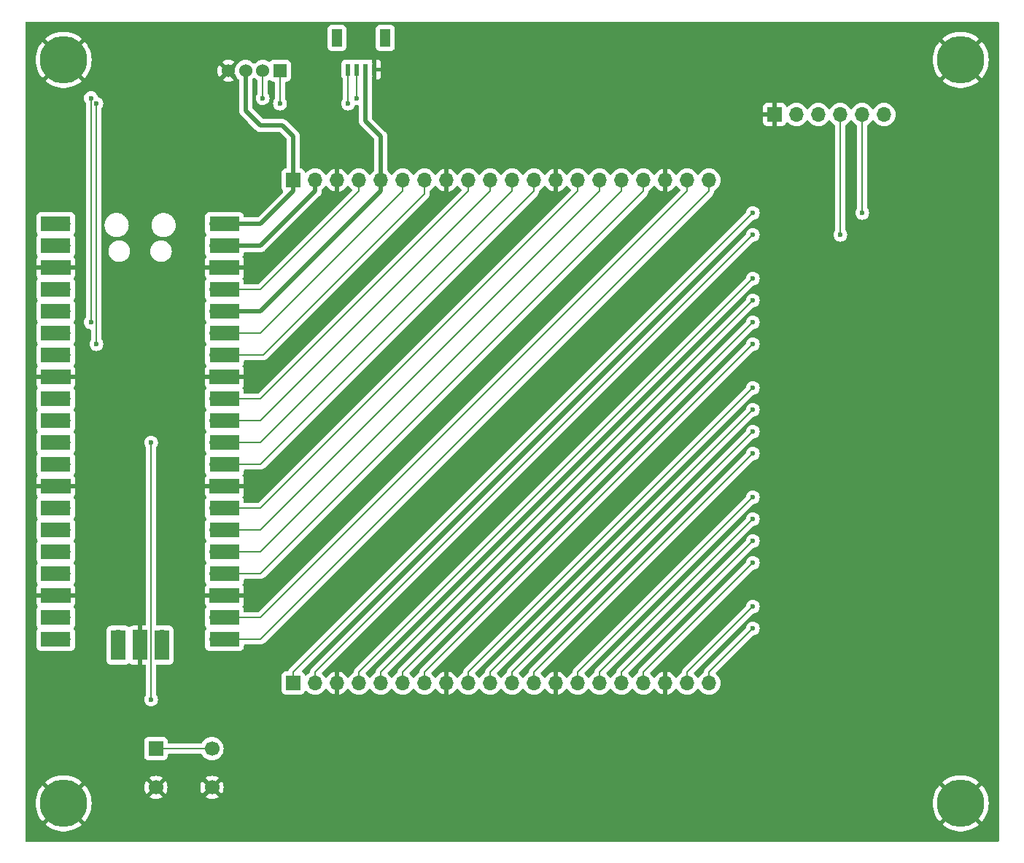
<source format=gtl>
G04 #@! TF.GenerationSoftware,KiCad,Pcbnew,7.0.11-7.0.11~ubuntu22.04.1*
G04 #@! TF.CreationDate,2024-10-29T07:47:49+09:00*
G04 #@! TF.ProjectId,Akashi-19,416b6173-6869-42d3-9139-2e6b69636164,rev?*
G04 #@! TF.SameCoordinates,Original*
G04 #@! TF.FileFunction,Copper,L1,Top*
G04 #@! TF.FilePolarity,Positive*
%FSLAX46Y46*%
G04 Gerber Fmt 4.6, Leading zero omitted, Abs format (unit mm)*
G04 Created by KiCad (PCBNEW 7.0.11-7.0.11~ubuntu22.04.1) date 2024-10-29 07:47:49*
%MOMM*%
%LPD*%
G01*
G04 APERTURE LIST*
G04 #@! TA.AperFunction,ComponentPad*
%ADD10C,5.500000*%
G04 #@! TD*
G04 #@! TA.AperFunction,ComponentPad*
%ADD11R,1.700000X1.700000*%
G04 #@! TD*
G04 #@! TA.AperFunction,ComponentPad*
%ADD12O,1.700000X1.700000*%
G04 #@! TD*
G04 #@! TA.AperFunction,ComponentPad*
%ADD13C,1.700000*%
G04 #@! TD*
G04 #@! TA.AperFunction,SMDPad,CuDef*
%ADD14R,3.500000X1.700000*%
G04 #@! TD*
G04 #@! TA.AperFunction,SMDPad,CuDef*
%ADD15R,1.700000X3.500000*%
G04 #@! TD*
G04 #@! TA.AperFunction,SMDPad,CuDef*
%ADD16R,0.600000X1.350000*%
G04 #@! TD*
G04 #@! TA.AperFunction,SMDPad,CuDef*
%ADD17R,1.200000X2.000000*%
G04 #@! TD*
G04 #@! TA.AperFunction,ComponentPad*
%ADD18R,1.524000X1.524000*%
G04 #@! TD*
G04 #@! TA.AperFunction,ComponentPad*
%ADD19C,1.524000*%
G04 #@! TD*
G04 #@! TA.AperFunction,ViaPad*
%ADD20C,0.600000*%
G04 #@! TD*
G04 #@! TA.AperFunction,Conductor*
%ADD21C,0.200000*%
G04 #@! TD*
G04 #@! TA.AperFunction,Conductor*
%ADD22C,0.500000*%
G04 #@! TD*
G04 APERTURE END LIST*
D10*
X207010000Y-57150000D03*
X102870000Y-57150000D03*
X102870000Y-143510000D03*
X207010000Y-143510000D03*
D11*
X129540000Y-129540000D03*
D12*
X132080000Y-129540000D03*
X134620000Y-129540000D03*
X137160000Y-129540000D03*
X139700000Y-129540000D03*
X142240000Y-129540000D03*
X144780000Y-129540000D03*
X147320000Y-129540000D03*
X149860000Y-129540000D03*
X152400000Y-129540000D03*
X154940000Y-129540000D03*
X157480000Y-129540000D03*
X160020000Y-129540000D03*
X162560000Y-129540000D03*
X165100000Y-129540000D03*
X167640000Y-129540000D03*
X170180000Y-129540000D03*
X172720000Y-129540000D03*
X175260000Y-129540000D03*
X177800000Y-129540000D03*
D11*
X113590000Y-137160000D03*
D13*
X120090000Y-137160000D03*
X113590000Y-141660000D03*
X120090000Y-141660000D03*
D11*
X129540000Y-71120000D03*
D12*
X132080000Y-71120000D03*
X134620000Y-71120000D03*
X137160000Y-71120000D03*
X139700000Y-71120000D03*
X142240000Y-71120000D03*
X144780000Y-71120000D03*
X147320000Y-71120000D03*
X149860000Y-71120000D03*
X152400000Y-71120000D03*
X154940000Y-71120000D03*
X157480000Y-71120000D03*
X160020000Y-71120000D03*
X162560000Y-71120000D03*
X165100000Y-71120000D03*
X167640000Y-71120000D03*
X170180000Y-71120000D03*
X172720000Y-71120000D03*
X175260000Y-71120000D03*
X177800000Y-71120000D03*
X102870000Y-76200000D03*
D14*
X101970000Y-76200000D03*
D12*
X102870000Y-78740000D03*
D14*
X101970000Y-78740000D03*
D11*
X102870000Y-81280000D03*
D14*
X101970000Y-81280000D03*
D12*
X102870000Y-83820000D03*
D14*
X101970000Y-83820000D03*
D12*
X102870000Y-86360000D03*
D14*
X101970000Y-86360000D03*
D12*
X102870000Y-88900000D03*
D14*
X101970000Y-88900000D03*
D12*
X102870000Y-91440000D03*
D14*
X101970000Y-91440000D03*
D11*
X102870000Y-93980000D03*
D14*
X101970000Y-93980000D03*
D12*
X102870000Y-96520000D03*
D14*
X101970000Y-96520000D03*
D12*
X102870000Y-99060000D03*
D14*
X101970000Y-99060000D03*
D12*
X102870000Y-101600000D03*
D14*
X101970000Y-101600000D03*
D12*
X102870000Y-104140000D03*
D14*
X101970000Y-104140000D03*
D11*
X102870000Y-106680000D03*
D14*
X101970000Y-106680000D03*
D12*
X102870000Y-109220000D03*
D14*
X101970000Y-109220000D03*
D12*
X102870000Y-111760000D03*
D14*
X101970000Y-111760000D03*
D12*
X102870000Y-114300000D03*
D14*
X101970000Y-114300000D03*
D12*
X102870000Y-116840000D03*
D14*
X101970000Y-116840000D03*
D11*
X102870000Y-119380000D03*
D14*
X101970000Y-119380000D03*
D12*
X102870000Y-121920000D03*
D14*
X101970000Y-121920000D03*
D12*
X102870000Y-124460000D03*
D14*
X101970000Y-124460000D03*
D12*
X120650000Y-124460000D03*
D14*
X121550000Y-124460000D03*
D12*
X120650000Y-121920000D03*
D14*
X121550000Y-121920000D03*
D11*
X120650000Y-119380000D03*
D14*
X121550000Y-119380000D03*
D12*
X120650000Y-116840000D03*
D14*
X121550000Y-116840000D03*
D12*
X120650000Y-114300000D03*
D14*
X121550000Y-114300000D03*
D12*
X120650000Y-111760000D03*
D14*
X121550000Y-111760000D03*
D12*
X120650000Y-109220000D03*
D14*
X121550000Y-109220000D03*
D11*
X120650000Y-106680000D03*
D14*
X121550000Y-106680000D03*
D12*
X120650000Y-104140000D03*
D14*
X121550000Y-104140000D03*
D12*
X120650000Y-101600000D03*
D14*
X121550000Y-101600000D03*
D12*
X120650000Y-99060000D03*
D14*
X121550000Y-99060000D03*
D12*
X120650000Y-96520000D03*
D14*
X121550000Y-96520000D03*
D11*
X120650000Y-93980000D03*
D14*
X121550000Y-93980000D03*
D12*
X120650000Y-91440000D03*
D14*
X121550000Y-91440000D03*
D12*
X120650000Y-88900000D03*
D14*
X121550000Y-88900000D03*
D12*
X120650000Y-86360000D03*
D14*
X121550000Y-86360000D03*
D12*
X120650000Y-83820000D03*
D14*
X121550000Y-83820000D03*
D11*
X120650000Y-81280000D03*
D14*
X121550000Y-81280000D03*
D12*
X120650000Y-78740000D03*
D14*
X121550000Y-78740000D03*
D12*
X120650000Y-76200000D03*
D14*
X121550000Y-76200000D03*
D12*
X109220000Y-124230000D03*
D15*
X109220000Y-125130000D03*
D11*
X111760000Y-124230000D03*
D15*
X111760000Y-125130000D03*
D12*
X114300000Y-124230000D03*
D15*
X114300000Y-125130000D03*
D11*
X185420000Y-63500000D03*
D12*
X187960000Y-63500000D03*
X190500000Y-63500000D03*
X193040000Y-63500000D03*
X195580000Y-63500000D03*
X198120000Y-63500000D03*
D16*
X138920000Y-58285000D03*
X137920000Y-58285000D03*
X136920000Y-58285000D03*
X135920000Y-58285000D03*
D17*
X134620000Y-54610000D03*
X140220000Y-54610000D03*
D18*
X128000000Y-58420000D03*
D19*
X126000000Y-58420000D03*
X124000000Y-58420000D03*
X122000000Y-58420000D03*
D20*
X135890000Y-62230000D03*
X106680000Y-90170000D03*
X106680000Y-62230000D03*
X128000000Y-62230000D03*
X182880000Y-90170000D03*
X125984000Y-61595000D03*
X136906000Y-61595000D03*
X106045000Y-61595000D03*
X106045000Y-87630000D03*
X182880000Y-87630000D03*
X182880000Y-82550000D03*
X182880000Y-74930000D03*
X195580000Y-74930000D03*
X113030000Y-131445000D03*
X113030000Y-101600000D03*
X107950000Y-81280000D03*
X182880000Y-85090000D03*
X182880000Y-95250000D03*
X182880000Y-97790000D03*
X182880000Y-100330000D03*
X182880000Y-102870000D03*
X182880000Y-107950000D03*
X182880000Y-110490000D03*
X182880000Y-113030000D03*
X182880000Y-115570000D03*
X182880000Y-120650000D03*
X182880000Y-123190000D03*
X182880000Y-77470000D03*
X193040000Y-77470000D03*
D21*
X144780000Y-128270000D02*
X182880000Y-90170000D01*
X128000000Y-62230000D02*
X128000000Y-58420000D01*
X144780000Y-129540000D02*
X144780000Y-128270000D01*
X106680000Y-62230000D02*
X106680000Y-90170000D01*
X135890000Y-62230000D02*
X135920000Y-62200000D01*
X135920000Y-62200000D02*
X135920000Y-58285000D01*
X127889000Y-62230000D02*
X127920000Y-62199000D01*
X125984000Y-61595000D02*
X126000000Y-61579000D01*
X106045000Y-61595000D02*
X106045000Y-87630000D01*
X142240000Y-129540000D02*
X142240000Y-128270000D01*
X136906000Y-61595000D02*
X136920000Y-58285000D01*
X142240000Y-128270000D02*
X182880000Y-87630000D01*
X126000000Y-61579000D02*
X126000000Y-58420000D01*
X137160000Y-71120000D02*
X137160000Y-72390000D01*
X137160000Y-72390000D02*
X125730000Y-83820000D01*
X125730000Y-83820000D02*
X120650000Y-83820000D01*
X137160000Y-128270000D02*
X182880000Y-82550000D01*
X137160000Y-129540000D02*
X137160000Y-128270000D01*
D22*
X128270000Y-64770000D02*
X125730000Y-64770000D01*
X125730000Y-76200000D02*
X120650000Y-76200000D01*
X129540000Y-71120000D02*
X129540000Y-72390000D01*
X129540000Y-72390000D02*
X125730000Y-76200000D01*
X125730000Y-64770000D02*
X124000000Y-63040000D01*
X129540000Y-66040000D02*
X128270000Y-64770000D01*
X123825000Y-58515000D02*
X123920000Y-58420000D01*
X124000000Y-63040000D02*
X124000000Y-58420000D01*
X129540000Y-71120000D02*
X129540000Y-66040000D01*
D21*
X129540000Y-128270000D02*
X182880000Y-74930000D01*
X129540000Y-129540000D02*
X129540000Y-128270000D01*
X195580000Y-74930000D02*
X195580000Y-64065000D01*
X149860000Y-71120000D02*
X149860000Y-72390000D01*
X149860000Y-72390000D02*
X125730000Y-96520000D01*
X125730000Y-96520000D02*
X120650000Y-96520000D01*
X125730000Y-99060000D02*
X120650000Y-99060000D01*
X152400000Y-72390000D02*
X125730000Y-99060000D01*
X152400000Y-71120000D02*
X152400000Y-72390000D01*
X154940000Y-71120000D02*
X154940000Y-72390000D01*
X113030000Y-101600000D02*
X113030000Y-131445000D01*
X125730000Y-101600000D02*
X120650000Y-101600000D01*
X154940000Y-72390000D02*
X125730000Y-101600000D01*
X113590000Y-137160000D02*
X120090000Y-137160000D01*
X157480000Y-72390000D02*
X125730000Y-104140000D01*
X157480000Y-71120000D02*
X157480000Y-72390000D01*
X125730000Y-104140000D02*
X120650000Y-104140000D01*
X125730000Y-109220000D02*
X120650000Y-109220000D01*
X162560000Y-72390000D02*
X125730000Y-109220000D01*
X162560000Y-71120000D02*
X162560000Y-72390000D01*
X125730000Y-111760000D02*
X120650000Y-111760000D01*
X165100000Y-72390000D02*
X125730000Y-111760000D01*
X165100000Y-71120000D02*
X165100000Y-72390000D01*
X125730000Y-114300000D02*
X120650000Y-114300000D01*
X167640000Y-72390000D02*
X125730000Y-114300000D01*
X167640000Y-71120000D02*
X167640000Y-72390000D01*
X125730000Y-116840000D02*
X120650000Y-116840000D01*
X170180000Y-72390000D02*
X125730000Y-116840000D01*
X170180000Y-71120000D02*
X170180000Y-72390000D01*
X175260000Y-71120000D02*
X175260000Y-72390000D01*
X175260000Y-72390000D02*
X125730000Y-121920000D01*
X125730000Y-121920000D02*
X120650000Y-121920000D01*
X177800000Y-71120000D02*
X177800000Y-72390000D01*
X125730000Y-124460000D02*
X120650000Y-124460000D01*
X177800000Y-72390000D02*
X125730000Y-124460000D01*
X139700000Y-129540000D02*
X139700000Y-128270000D01*
X139700000Y-128270000D02*
X182880000Y-85090000D01*
X149860000Y-128270000D02*
X182880000Y-95250000D01*
X149860000Y-129540000D02*
X149860000Y-128270000D01*
X182880000Y-97790000D02*
X152400000Y-128270000D01*
X152400000Y-128270000D02*
X152400000Y-129540000D01*
X182880000Y-100330000D02*
X154940000Y-128270000D01*
X154940000Y-128270000D02*
X154940000Y-129540000D01*
X157480000Y-128270000D02*
X182880000Y-102870000D01*
X157480000Y-129540000D02*
X157480000Y-128270000D01*
X162560000Y-128270000D02*
X182880000Y-107950000D01*
X162560000Y-129540000D02*
X162560000Y-128270000D01*
X182880000Y-110490000D02*
X165100000Y-128270000D01*
X165100000Y-128270000D02*
X165100000Y-129540000D01*
X182880000Y-113030000D02*
X167640000Y-128270000D01*
X167640000Y-128270000D02*
X167640000Y-129540000D01*
X170180000Y-129540000D02*
X170180000Y-128270000D01*
X170180000Y-128270000D02*
X182880000Y-115570000D01*
X175260000Y-129540000D02*
X175260000Y-128270000D01*
X175260000Y-128270000D02*
X182880000Y-120650000D01*
X177800000Y-129540000D02*
X177800000Y-128270000D01*
X177800000Y-128270000D02*
X182880000Y-123190000D01*
D22*
X125730000Y-78740000D02*
X120650000Y-78740000D01*
X132080000Y-72390000D02*
X125730000Y-78740000D01*
X132080000Y-71120000D02*
X132080000Y-72390000D01*
X139700000Y-66040000D02*
X137920000Y-64260000D01*
X139700000Y-72390000D02*
X125730000Y-86360000D01*
X137920000Y-64260000D02*
X137920000Y-58285000D01*
X125730000Y-86360000D02*
X120650000Y-86360000D01*
X139700000Y-71120000D02*
X139700000Y-66040000D01*
X139700000Y-71120000D02*
X139700000Y-72390000D01*
D21*
X142240000Y-71120000D02*
X142240000Y-72390000D01*
X142240000Y-72390000D02*
X125730000Y-88900000D01*
X125730000Y-88900000D02*
X120650000Y-88900000D01*
X144780000Y-71120000D02*
X144780000Y-72715686D01*
X126055686Y-91440000D02*
X120650000Y-91440000D01*
X144780000Y-72715686D02*
X126055686Y-91440000D01*
X193040000Y-77470000D02*
X193040000Y-64065000D01*
X132080000Y-129540000D02*
X132080000Y-128270000D01*
X132080000Y-128270000D02*
X182880000Y-77470000D01*
G04 #@! TA.AperFunction,Conductor*
G36*
X172970000Y-72450633D02*
G01*
X173183483Y-72393433D01*
X173183492Y-72393429D01*
X173397578Y-72293600D01*
X173591082Y-72158105D01*
X173758105Y-71991082D01*
X173888119Y-71805405D01*
X173942696Y-71761781D01*
X174012195Y-71754588D01*
X174074549Y-71786110D01*
X174091269Y-71805405D01*
X174221505Y-71991401D01*
X174388599Y-72158495D01*
X174402347Y-72168121D01*
X174416747Y-72178205D01*
X174460371Y-72232783D01*
X174467563Y-72302282D01*
X174436040Y-72364636D01*
X174433303Y-72367460D01*
X125517584Y-121283181D01*
X125456261Y-121316666D01*
X125429903Y-121319500D01*
X123924499Y-121319500D01*
X123857460Y-121299815D01*
X123811705Y-121247011D01*
X123800499Y-121195500D01*
X123800499Y-121022129D01*
X123800498Y-121022123D01*
X123800497Y-121022116D01*
X123794091Y-120962517D01*
X123744385Y-120829249D01*
X123743797Y-120827671D01*
X123743795Y-120827668D01*
X123666109Y-120723893D01*
X123641692Y-120658430D01*
X123656543Y-120590157D01*
X123666110Y-120575271D01*
X123743352Y-120472089D01*
X123743354Y-120472086D01*
X123793596Y-120337379D01*
X123793598Y-120337372D01*
X123799999Y-120277844D01*
X123800000Y-120277827D01*
X123800000Y-119630000D01*
X121095572Y-119630000D01*
X121118682Y-119594040D01*
X121160000Y-119453327D01*
X121160000Y-119306673D01*
X121118682Y-119165960D01*
X121095572Y-119130000D01*
X123800000Y-119130000D01*
X123800000Y-118482172D01*
X123799999Y-118482155D01*
X123793598Y-118422627D01*
X123793596Y-118422620D01*
X123743354Y-118287913D01*
X123743352Y-118287910D01*
X123666110Y-118184729D01*
X123641692Y-118119265D01*
X123656543Y-118050992D01*
X123666105Y-118036111D01*
X123743796Y-117932331D01*
X123794091Y-117797483D01*
X123800500Y-117737873D01*
X123800500Y-117564500D01*
X123820185Y-117497461D01*
X123872989Y-117451706D01*
X123924500Y-117440500D01*
X125682513Y-117440500D01*
X125698697Y-117441560D01*
X125730000Y-117445682D01*
X125730001Y-117445682D01*
X125782254Y-117438802D01*
X125886762Y-117425044D01*
X126032841Y-117364536D01*
X126112172Y-117303663D01*
X126158282Y-117268282D01*
X126177509Y-117243223D01*
X126188190Y-117231043D01*
X170571043Y-72848190D01*
X170583223Y-72837509D01*
X170608282Y-72818282D01*
X170704536Y-72692841D01*
X170765044Y-72546762D01*
X170780500Y-72429361D01*
X170785544Y-72391047D01*
X170813810Y-72327151D01*
X170853286Y-72296986D01*
X170853144Y-72296740D01*
X170855047Y-72295641D01*
X170856083Y-72294849D01*
X170857830Y-72294035D01*
X170858452Y-72293600D01*
X170930501Y-72243150D01*
X171051401Y-72158495D01*
X171218495Y-71991401D01*
X171348730Y-71805405D01*
X171403307Y-71761781D01*
X171472805Y-71754587D01*
X171535160Y-71786110D01*
X171551879Y-71805405D01*
X171681890Y-71991078D01*
X171848917Y-72158105D01*
X172042421Y-72293600D01*
X172256507Y-72393429D01*
X172256516Y-72393433D01*
X172470000Y-72450634D01*
X172470000Y-71555501D01*
X172577685Y-71604680D01*
X172684237Y-71620000D01*
X172755763Y-71620000D01*
X172862315Y-71604680D01*
X172970000Y-71555501D01*
X172970000Y-72450633D01*
G37*
G04 #@! TD.AperFunction*
G04 #@! TA.AperFunction,Conductor*
G36*
X160270000Y-72450633D02*
G01*
X160483483Y-72393433D01*
X160483492Y-72393429D01*
X160697578Y-72293600D01*
X160891082Y-72158105D01*
X161058105Y-71991082D01*
X161188119Y-71805405D01*
X161242696Y-71761781D01*
X161312195Y-71754588D01*
X161374549Y-71786110D01*
X161391269Y-71805405D01*
X161521505Y-71991401D01*
X161688599Y-72158495D01*
X161702347Y-72168121D01*
X161716747Y-72178205D01*
X161760371Y-72232783D01*
X161767563Y-72302282D01*
X161736040Y-72364636D01*
X161733303Y-72367460D01*
X125517584Y-108583181D01*
X125456261Y-108616666D01*
X125429903Y-108619500D01*
X123924499Y-108619500D01*
X123857460Y-108599815D01*
X123811705Y-108547011D01*
X123800499Y-108495500D01*
X123800499Y-108322129D01*
X123800498Y-108322123D01*
X123800497Y-108322116D01*
X123794091Y-108262517D01*
X123744385Y-108129249D01*
X123743797Y-108127671D01*
X123743795Y-108127668D01*
X123666109Y-108023893D01*
X123641692Y-107958430D01*
X123656543Y-107890157D01*
X123666110Y-107875271D01*
X123743352Y-107772089D01*
X123743354Y-107772086D01*
X123793596Y-107637379D01*
X123793598Y-107637372D01*
X123799999Y-107577844D01*
X123800000Y-107577827D01*
X123800000Y-106930000D01*
X121095572Y-106930000D01*
X121118682Y-106894040D01*
X121160000Y-106753327D01*
X121160000Y-106606673D01*
X121118682Y-106465960D01*
X121095572Y-106430000D01*
X123800000Y-106430000D01*
X123800000Y-105782172D01*
X123799999Y-105782155D01*
X123793598Y-105722627D01*
X123793596Y-105722620D01*
X123743354Y-105587913D01*
X123743352Y-105587910D01*
X123666110Y-105484729D01*
X123641692Y-105419265D01*
X123656543Y-105350992D01*
X123666105Y-105336111D01*
X123743796Y-105232331D01*
X123794091Y-105097483D01*
X123800500Y-105037873D01*
X123800500Y-104864500D01*
X123820185Y-104797461D01*
X123872989Y-104751706D01*
X123924500Y-104740500D01*
X125682513Y-104740500D01*
X125698697Y-104741560D01*
X125730000Y-104745682D01*
X125730001Y-104745682D01*
X125782254Y-104738802D01*
X125886762Y-104725044D01*
X126032841Y-104664536D01*
X126112172Y-104603663D01*
X126158282Y-104568282D01*
X126177509Y-104543223D01*
X126188190Y-104531043D01*
X157871043Y-72848190D01*
X157883223Y-72837509D01*
X157908282Y-72818282D01*
X158004536Y-72692841D01*
X158065044Y-72546762D01*
X158080500Y-72429361D01*
X158085544Y-72391047D01*
X158113810Y-72327151D01*
X158153286Y-72296986D01*
X158153144Y-72296740D01*
X158155047Y-72295641D01*
X158156083Y-72294849D01*
X158157830Y-72294035D01*
X158158452Y-72293600D01*
X158230501Y-72243150D01*
X158351401Y-72158495D01*
X158518495Y-71991401D01*
X158648730Y-71805405D01*
X158703307Y-71761781D01*
X158772805Y-71754587D01*
X158835160Y-71786110D01*
X158851879Y-71805405D01*
X158981890Y-71991078D01*
X159148917Y-72158105D01*
X159342421Y-72293600D01*
X159556507Y-72393429D01*
X159556516Y-72393433D01*
X159770000Y-72450634D01*
X159770000Y-71555501D01*
X159877685Y-71604680D01*
X159984237Y-71620000D01*
X160055763Y-71620000D01*
X160162315Y-71604680D01*
X160270000Y-71555501D01*
X160270000Y-72450633D01*
G37*
G04 #@! TD.AperFunction*
G04 #@! TA.AperFunction,Conductor*
G36*
X147570000Y-72450634D02*
G01*
X147783483Y-72393433D01*
X147783492Y-72393429D01*
X147997578Y-72293600D01*
X148191082Y-72158105D01*
X148358105Y-71991082D01*
X148488119Y-71805405D01*
X148542696Y-71761781D01*
X148612195Y-71754588D01*
X148674549Y-71786110D01*
X148691269Y-71805405D01*
X148821505Y-71991401D01*
X148988599Y-72158495D01*
X149002347Y-72168121D01*
X149016747Y-72178205D01*
X149060371Y-72232783D01*
X149067563Y-72302282D01*
X149036040Y-72364636D01*
X149033303Y-72367460D01*
X125517584Y-95883181D01*
X125456261Y-95916666D01*
X125429903Y-95919500D01*
X123924499Y-95919500D01*
X123857460Y-95899815D01*
X123811705Y-95847011D01*
X123800499Y-95795500D01*
X123800499Y-95622129D01*
X123800498Y-95622123D01*
X123800497Y-95622116D01*
X123794091Y-95562517D01*
X123744385Y-95429249D01*
X123743797Y-95427671D01*
X123743795Y-95427668D01*
X123666109Y-95323893D01*
X123641692Y-95258430D01*
X123656543Y-95190157D01*
X123666110Y-95175271D01*
X123743352Y-95072089D01*
X123743354Y-95072086D01*
X123793596Y-94937379D01*
X123793598Y-94937372D01*
X123799999Y-94877844D01*
X123800000Y-94877827D01*
X123800000Y-94230000D01*
X121095572Y-94230000D01*
X121118682Y-94194040D01*
X121160000Y-94053327D01*
X121160000Y-93906673D01*
X121118682Y-93765960D01*
X121095572Y-93730000D01*
X123800000Y-93730000D01*
X123800000Y-93082172D01*
X123799999Y-93082155D01*
X123793598Y-93022627D01*
X123793596Y-93022620D01*
X123743354Y-92887913D01*
X123743352Y-92887910D01*
X123666110Y-92784729D01*
X123641692Y-92719265D01*
X123656543Y-92650992D01*
X123666105Y-92636111D01*
X123743796Y-92532331D01*
X123794091Y-92397483D01*
X123800500Y-92337873D01*
X123800500Y-92164500D01*
X123820185Y-92097461D01*
X123872989Y-92051706D01*
X123924500Y-92040500D01*
X126008199Y-92040500D01*
X126024383Y-92041560D01*
X126055686Y-92045682D01*
X126055687Y-92045682D01*
X126107940Y-92038802D01*
X126212448Y-92025044D01*
X126358527Y-91964536D01*
X126437858Y-91903663D01*
X126483968Y-91868282D01*
X126503195Y-91843223D01*
X126513876Y-91831043D01*
X145171043Y-73173876D01*
X145183223Y-73163195D01*
X145208282Y-73143968D01*
X145304536Y-73018527D01*
X145365044Y-72872448D01*
X145380500Y-72755047D01*
X145385682Y-72715686D01*
X145382674Y-72692841D01*
X145381561Y-72684383D01*
X145380500Y-72668198D01*
X145380500Y-72409090D01*
X145400185Y-72342051D01*
X145452101Y-72296706D01*
X145457830Y-72294035D01*
X145651401Y-72158495D01*
X145818495Y-71991401D01*
X145948730Y-71805405D01*
X146003307Y-71761781D01*
X146072805Y-71754587D01*
X146135160Y-71786110D01*
X146151879Y-71805405D01*
X146281890Y-71991078D01*
X146448917Y-72158105D01*
X146642421Y-72293600D01*
X146856507Y-72393429D01*
X146856516Y-72393433D01*
X147070000Y-72450634D01*
X147070000Y-71555501D01*
X147177685Y-71604680D01*
X147284237Y-71620000D01*
X147355763Y-71620000D01*
X147462315Y-71604680D01*
X147570000Y-71555501D01*
X147570000Y-72450634D01*
G37*
G04 #@! TD.AperFunction*
G04 #@! TA.AperFunction,Conductor*
G36*
X134870000Y-72450634D02*
G01*
X135083483Y-72393433D01*
X135083492Y-72393429D01*
X135297578Y-72293600D01*
X135491082Y-72158105D01*
X135658105Y-71991082D01*
X135788119Y-71805405D01*
X135842696Y-71761781D01*
X135912195Y-71754588D01*
X135974549Y-71786110D01*
X135991269Y-71805405D01*
X136121505Y-71991401D01*
X136288599Y-72158495D01*
X136302347Y-72168121D01*
X136316747Y-72178205D01*
X136360371Y-72232783D01*
X136367563Y-72302282D01*
X136336040Y-72364636D01*
X136333303Y-72367460D01*
X125517584Y-83183181D01*
X125456261Y-83216666D01*
X125429903Y-83219500D01*
X123924499Y-83219500D01*
X123857460Y-83199815D01*
X123811705Y-83147011D01*
X123800499Y-83095500D01*
X123800499Y-82922129D01*
X123800498Y-82922123D01*
X123800497Y-82922116D01*
X123794091Y-82862517D01*
X123744385Y-82729249D01*
X123743797Y-82727671D01*
X123743795Y-82727668D01*
X123666109Y-82623893D01*
X123641692Y-82558430D01*
X123656543Y-82490157D01*
X123666110Y-82475271D01*
X123743352Y-82372089D01*
X123743354Y-82372086D01*
X123793596Y-82237379D01*
X123793598Y-82237372D01*
X123799999Y-82177844D01*
X123800000Y-82177827D01*
X123800000Y-81530000D01*
X121095572Y-81530000D01*
X121118682Y-81494040D01*
X121160000Y-81353327D01*
X121160000Y-81206673D01*
X121118682Y-81065960D01*
X121095572Y-81030000D01*
X123800000Y-81030000D01*
X123800000Y-80382172D01*
X123799999Y-80382155D01*
X123793598Y-80322627D01*
X123793596Y-80322620D01*
X123743354Y-80187913D01*
X123743352Y-80187910D01*
X123666110Y-80084729D01*
X123641692Y-80019265D01*
X123656543Y-79950992D01*
X123666105Y-79936111D01*
X123743796Y-79832331D01*
X123794091Y-79697483D01*
X123800500Y-79637873D01*
X123800500Y-79614500D01*
X123820185Y-79547461D01*
X123872989Y-79501706D01*
X123924500Y-79490500D01*
X125666295Y-79490500D01*
X125684265Y-79491809D01*
X125708023Y-79495289D01*
X125757369Y-79490971D01*
X125768176Y-79490500D01*
X125773704Y-79490500D01*
X125773709Y-79490500D01*
X125804556Y-79486893D01*
X125808030Y-79486539D01*
X125882797Y-79479999D01*
X125882805Y-79479996D01*
X125889866Y-79478539D01*
X125889878Y-79478598D01*
X125897243Y-79476965D01*
X125897229Y-79476906D01*
X125904249Y-79475241D01*
X125904255Y-79475241D01*
X125974779Y-79449572D01*
X125978117Y-79448412D01*
X126049334Y-79424814D01*
X126049342Y-79424808D01*
X126055882Y-79421760D01*
X126055908Y-79421816D01*
X126062690Y-79418532D01*
X126062663Y-79418478D01*
X126069113Y-79415238D01*
X126069117Y-79415237D01*
X126131837Y-79373984D01*
X126134732Y-79372140D01*
X126198656Y-79332712D01*
X126198662Y-79332705D01*
X126204325Y-79328229D01*
X126204362Y-79328277D01*
X126210204Y-79323518D01*
X126210164Y-79323471D01*
X126215686Y-79318835D01*
X126215696Y-79318830D01*
X126267185Y-79264253D01*
X126269632Y-79261734D01*
X132565638Y-72965727D01*
X132579267Y-72953950D01*
X132598530Y-72939610D01*
X132630366Y-72901669D01*
X132637683Y-72893684D01*
X132638993Y-72892372D01*
X132641590Y-72889777D01*
X132655293Y-72872446D01*
X132660811Y-72865467D01*
X132663094Y-72862664D01*
X132711301Y-72805215D01*
X132715272Y-72799179D01*
X132715323Y-72799212D01*
X132719372Y-72792856D01*
X132719320Y-72792824D01*
X132723108Y-72786680D01*
X132723111Y-72786677D01*
X132754821Y-72718673D01*
X132756362Y-72715488D01*
X132790040Y-72648433D01*
X132790043Y-72648417D01*
X132792509Y-72641646D01*
X132792567Y-72641667D01*
X132795043Y-72634546D01*
X132794986Y-72634527D01*
X132797256Y-72627677D01*
X132797257Y-72627672D01*
X132812433Y-72554168D01*
X132813194Y-72550734D01*
X132830500Y-72477721D01*
X132830500Y-72477719D01*
X132830501Y-72477715D01*
X132831339Y-72470548D01*
X132831397Y-72470554D01*
X132832164Y-72463056D01*
X132832104Y-72463051D01*
X132832733Y-72455860D01*
X132831561Y-72415589D01*
X132830552Y-72380889D01*
X132830500Y-72377283D01*
X132830500Y-72307700D01*
X132850185Y-72240661D01*
X132883375Y-72206126D01*
X132951401Y-72158495D01*
X133118495Y-71991401D01*
X133248730Y-71805405D01*
X133303307Y-71761781D01*
X133372805Y-71754587D01*
X133435160Y-71786110D01*
X133451879Y-71805405D01*
X133581890Y-71991078D01*
X133748917Y-72158105D01*
X133942421Y-72293600D01*
X134156507Y-72393429D01*
X134156516Y-72393433D01*
X134370000Y-72450634D01*
X134370000Y-71555501D01*
X134477685Y-71604680D01*
X134584237Y-71620000D01*
X134655763Y-71620000D01*
X134762315Y-71604680D01*
X134870000Y-71555501D01*
X134870000Y-72450634D01*
G37*
G04 #@! TD.AperFunction*
G04 #@! TA.AperFunction,Conductor*
G36*
X211398039Y-52724685D02*
G01*
X211443794Y-52777489D01*
X211455000Y-52829000D01*
X211455000Y-147831000D01*
X211435315Y-147898039D01*
X211382511Y-147943794D01*
X211331000Y-147955000D01*
X98549000Y-147955000D01*
X98481961Y-147935315D01*
X98436206Y-147882511D01*
X98425000Y-147831000D01*
X98425000Y-143510002D01*
X99615227Y-143510002D01*
X99634306Y-143861900D01*
X99634308Y-143861917D01*
X99691319Y-144209667D01*
X99691325Y-144209693D01*
X99785600Y-144549243D01*
X99785602Y-144549250D01*
X99916043Y-144876634D01*
X99916052Y-144876652D01*
X100081124Y-145188011D01*
X100278896Y-145479702D01*
X100401914Y-145624532D01*
X101572266Y-144454180D01*
X101735130Y-144644870D01*
X101925819Y-144807733D01*
X100752625Y-145980926D01*
X100752625Y-145980928D01*
X100762900Y-145990660D01*
X101043460Y-146203938D01*
X101043464Y-146203941D01*
X101345445Y-146385635D01*
X101665273Y-146533603D01*
X101999256Y-146646136D01*
X102343437Y-146721896D01*
X102693788Y-146759999D01*
X102693795Y-146760000D01*
X103046205Y-146760000D01*
X103046211Y-146759999D01*
X103396562Y-146721896D01*
X103740743Y-146646136D01*
X104074726Y-146533603D01*
X104394554Y-146385635D01*
X104696535Y-146203941D01*
X104696539Y-146203938D01*
X104977093Y-145990665D01*
X104977105Y-145990654D01*
X104987373Y-145980927D01*
X104987373Y-145980926D01*
X103814180Y-144807733D01*
X104004870Y-144644870D01*
X104167733Y-144454181D01*
X105338084Y-145624532D01*
X105338085Y-145624531D01*
X105461102Y-145479704D01*
X105658875Y-145188011D01*
X105823947Y-144876652D01*
X105823956Y-144876634D01*
X105954397Y-144549250D01*
X105954399Y-144549243D01*
X106048674Y-144209693D01*
X106048680Y-144209667D01*
X106105691Y-143861917D01*
X106105693Y-143861900D01*
X106124773Y-143510002D01*
X203755227Y-143510002D01*
X203774306Y-143861900D01*
X203774308Y-143861917D01*
X203831319Y-144209667D01*
X203831325Y-144209693D01*
X203925600Y-144549243D01*
X203925602Y-144549250D01*
X204056043Y-144876634D01*
X204056052Y-144876652D01*
X204221124Y-145188011D01*
X204418896Y-145479702D01*
X204541914Y-145624532D01*
X205712266Y-144454180D01*
X205875130Y-144644870D01*
X206065819Y-144807733D01*
X204892625Y-145980926D01*
X204892625Y-145980928D01*
X204902900Y-145990660D01*
X205183460Y-146203938D01*
X205183464Y-146203941D01*
X205485445Y-146385635D01*
X205805273Y-146533603D01*
X206139256Y-146646136D01*
X206483437Y-146721896D01*
X206833788Y-146759999D01*
X206833795Y-146760000D01*
X207186205Y-146760000D01*
X207186211Y-146759999D01*
X207536562Y-146721896D01*
X207880743Y-146646136D01*
X208214726Y-146533603D01*
X208534554Y-146385635D01*
X208836535Y-146203941D01*
X208836539Y-146203938D01*
X209117093Y-145990665D01*
X209117105Y-145990654D01*
X209127373Y-145980927D01*
X209127373Y-145980926D01*
X207954180Y-144807733D01*
X208144870Y-144644870D01*
X208307733Y-144454181D01*
X209478084Y-145624532D01*
X209478085Y-145624531D01*
X209601102Y-145479704D01*
X209798875Y-145188011D01*
X209963947Y-144876652D01*
X209963956Y-144876634D01*
X210094397Y-144549250D01*
X210094399Y-144549243D01*
X210188674Y-144209693D01*
X210188680Y-144209667D01*
X210245691Y-143861917D01*
X210245693Y-143861900D01*
X210264773Y-143510002D01*
X210264773Y-143509997D01*
X210245693Y-143158099D01*
X210245691Y-143158082D01*
X210188680Y-142810332D01*
X210188674Y-142810306D01*
X210094399Y-142470756D01*
X210094397Y-142470749D01*
X209963956Y-142143365D01*
X209963947Y-142143347D01*
X209798875Y-141831988D01*
X209601099Y-141540291D01*
X209478085Y-141395467D01*
X209478084Y-141395466D01*
X208307732Y-142565818D01*
X208144870Y-142375130D01*
X207954180Y-142212266D01*
X209127374Y-141039073D01*
X209127373Y-141039072D01*
X209117099Y-141029340D01*
X209117087Y-141029330D01*
X208836539Y-140816061D01*
X208836535Y-140816058D01*
X208534554Y-140634364D01*
X208214726Y-140486396D01*
X207880743Y-140373863D01*
X207536562Y-140298103D01*
X207186211Y-140260000D01*
X206833788Y-140260000D01*
X206483437Y-140298103D01*
X206139256Y-140373863D01*
X205805273Y-140486396D01*
X205485445Y-140634364D01*
X205183464Y-140816058D01*
X205183460Y-140816061D01*
X204902906Y-141029334D01*
X204892625Y-141039071D01*
X204892625Y-141039073D01*
X206065819Y-142212266D01*
X205875130Y-142375130D01*
X205712266Y-142565818D01*
X204541914Y-141395466D01*
X204541913Y-141395466D01*
X204418896Y-141540296D01*
X204221124Y-141831988D01*
X204056052Y-142143347D01*
X204056043Y-142143365D01*
X203925602Y-142470749D01*
X203925600Y-142470756D01*
X203831325Y-142810306D01*
X203831319Y-142810332D01*
X203774308Y-143158082D01*
X203774306Y-143158099D01*
X203755227Y-143509997D01*
X203755227Y-143510002D01*
X106124773Y-143510002D01*
X106124773Y-143509997D01*
X106105693Y-143158099D01*
X106105691Y-143158082D01*
X106048680Y-142810332D01*
X106048674Y-142810306D01*
X105954399Y-142470756D01*
X105954397Y-142470749D01*
X105823956Y-142143365D01*
X105823947Y-142143347D01*
X105658875Y-141831988D01*
X105542265Y-141660001D01*
X112234843Y-141660001D01*
X112255430Y-141895315D01*
X112255432Y-141895326D01*
X112316566Y-142123483D01*
X112316570Y-142123492D01*
X112416400Y-142337579D01*
X112416402Y-142337583D01*
X112475072Y-142421373D01*
X112475073Y-142421373D01*
X113106923Y-141789523D01*
X113130507Y-141869844D01*
X113208239Y-141990798D01*
X113316900Y-142084952D01*
X113447685Y-142144680D01*
X113457466Y-142146086D01*
X112828625Y-142774925D01*
X112912421Y-142833599D01*
X113126507Y-142933429D01*
X113126516Y-142933433D01*
X113354673Y-142994567D01*
X113354684Y-142994569D01*
X113589998Y-143015157D01*
X113590002Y-143015157D01*
X113825315Y-142994569D01*
X113825326Y-142994567D01*
X114053483Y-142933433D01*
X114053492Y-142933429D01*
X114267578Y-142833600D01*
X114267582Y-142833598D01*
X114351373Y-142774926D01*
X114351373Y-142774925D01*
X113722533Y-142146086D01*
X113732315Y-142144680D01*
X113863100Y-142084952D01*
X113971761Y-141990798D01*
X114049493Y-141869844D01*
X114073076Y-141789524D01*
X114704925Y-142421373D01*
X114704926Y-142421373D01*
X114763598Y-142337582D01*
X114763600Y-142337578D01*
X114863429Y-142123492D01*
X114863433Y-142123483D01*
X114924567Y-141895326D01*
X114924569Y-141895315D01*
X114945157Y-141660001D01*
X118734843Y-141660001D01*
X118755430Y-141895315D01*
X118755432Y-141895326D01*
X118816566Y-142123483D01*
X118816570Y-142123492D01*
X118916400Y-142337579D01*
X118916402Y-142337583D01*
X118975072Y-142421373D01*
X118975073Y-142421373D01*
X119606923Y-141789523D01*
X119630507Y-141869844D01*
X119708239Y-141990798D01*
X119816900Y-142084952D01*
X119947685Y-142144680D01*
X119957466Y-142146086D01*
X119328625Y-142774925D01*
X119412421Y-142833599D01*
X119626507Y-142933429D01*
X119626516Y-142933433D01*
X119854673Y-142994567D01*
X119854684Y-142994569D01*
X120089998Y-143015157D01*
X120090002Y-143015157D01*
X120325315Y-142994569D01*
X120325326Y-142994567D01*
X120553483Y-142933433D01*
X120553492Y-142933429D01*
X120767578Y-142833600D01*
X120767582Y-142833598D01*
X120851373Y-142774926D01*
X120851373Y-142774925D01*
X120222533Y-142146086D01*
X120232315Y-142144680D01*
X120363100Y-142084952D01*
X120471761Y-141990798D01*
X120549493Y-141869844D01*
X120573076Y-141789524D01*
X121204925Y-142421373D01*
X121204926Y-142421373D01*
X121263598Y-142337582D01*
X121263600Y-142337578D01*
X121363429Y-142123492D01*
X121363433Y-142123483D01*
X121424567Y-141895326D01*
X121424569Y-141895315D01*
X121445157Y-141660001D01*
X121445157Y-141659998D01*
X121424569Y-141424684D01*
X121424567Y-141424673D01*
X121363433Y-141196516D01*
X121363429Y-141196507D01*
X121263600Y-140982423D01*
X121263599Y-140982421D01*
X121204925Y-140898626D01*
X121204925Y-140898625D01*
X120573076Y-141530475D01*
X120549493Y-141450156D01*
X120471761Y-141329202D01*
X120363100Y-141235048D01*
X120232315Y-141175320D01*
X120222533Y-141173913D01*
X120851373Y-140545073D01*
X120851373Y-140545072D01*
X120767583Y-140486402D01*
X120767579Y-140486400D01*
X120553492Y-140386570D01*
X120553483Y-140386566D01*
X120325326Y-140325432D01*
X120325315Y-140325430D01*
X120090002Y-140304843D01*
X120089998Y-140304843D01*
X119854684Y-140325430D01*
X119854673Y-140325432D01*
X119626516Y-140386566D01*
X119626507Y-140386570D01*
X119412419Y-140486401D01*
X119328625Y-140545072D01*
X119957466Y-141173913D01*
X119947685Y-141175320D01*
X119816900Y-141235048D01*
X119708239Y-141329202D01*
X119630507Y-141450156D01*
X119606923Y-141530476D01*
X118975072Y-140898625D01*
X118916401Y-140982419D01*
X118816570Y-141196507D01*
X118816566Y-141196516D01*
X118755432Y-141424673D01*
X118755430Y-141424684D01*
X118734843Y-141659998D01*
X118734843Y-141660001D01*
X114945157Y-141660001D01*
X114945157Y-141659998D01*
X114924569Y-141424684D01*
X114924567Y-141424673D01*
X114863433Y-141196516D01*
X114863429Y-141196507D01*
X114763600Y-140982423D01*
X114763599Y-140982421D01*
X114704925Y-140898626D01*
X114704925Y-140898625D01*
X114073076Y-141530475D01*
X114049493Y-141450156D01*
X113971761Y-141329202D01*
X113863100Y-141235048D01*
X113732315Y-141175320D01*
X113722533Y-141173913D01*
X114351373Y-140545073D01*
X114351373Y-140545072D01*
X114267583Y-140486402D01*
X114267579Y-140486400D01*
X114053492Y-140386570D01*
X114053483Y-140386566D01*
X113825326Y-140325432D01*
X113825315Y-140325430D01*
X113590002Y-140304843D01*
X113589998Y-140304843D01*
X113354684Y-140325430D01*
X113354673Y-140325432D01*
X113126516Y-140386566D01*
X113126507Y-140386570D01*
X112912419Y-140486401D01*
X112828625Y-140545072D01*
X113457466Y-141173913D01*
X113447685Y-141175320D01*
X113316900Y-141235048D01*
X113208239Y-141329202D01*
X113130507Y-141450156D01*
X113106923Y-141530476D01*
X112475072Y-140898625D01*
X112416401Y-140982419D01*
X112316570Y-141196507D01*
X112316566Y-141196516D01*
X112255432Y-141424673D01*
X112255430Y-141424684D01*
X112234843Y-141659998D01*
X112234843Y-141660001D01*
X105542265Y-141660001D01*
X105461099Y-141540291D01*
X105338085Y-141395467D01*
X105338084Y-141395466D01*
X104167732Y-142565818D01*
X104004870Y-142375130D01*
X103814180Y-142212266D01*
X104987374Y-141039073D01*
X104987373Y-141039072D01*
X104977099Y-141029340D01*
X104977087Y-141029330D01*
X104696539Y-140816061D01*
X104696535Y-140816058D01*
X104394554Y-140634364D01*
X104074726Y-140486396D01*
X103740743Y-140373863D01*
X103396562Y-140298103D01*
X103046211Y-140260000D01*
X102693788Y-140260000D01*
X102343437Y-140298103D01*
X101999256Y-140373863D01*
X101665273Y-140486396D01*
X101345445Y-140634364D01*
X101043464Y-140816058D01*
X101043460Y-140816061D01*
X100762906Y-141029334D01*
X100752625Y-141039071D01*
X100752625Y-141039073D01*
X101925819Y-142212266D01*
X101735130Y-142375130D01*
X101572266Y-142565818D01*
X100401914Y-141395466D01*
X100401913Y-141395466D01*
X100278896Y-141540296D01*
X100081124Y-141831988D01*
X99916052Y-142143347D01*
X99916043Y-142143365D01*
X99785602Y-142470749D01*
X99785600Y-142470756D01*
X99691325Y-142810306D01*
X99691319Y-142810332D01*
X99634308Y-143158082D01*
X99634306Y-143158099D01*
X99615227Y-143509997D01*
X99615227Y-143510002D01*
X98425000Y-143510002D01*
X98425000Y-138057870D01*
X112239500Y-138057870D01*
X112239501Y-138057876D01*
X112245908Y-138117483D01*
X112296202Y-138252328D01*
X112296206Y-138252335D01*
X112382452Y-138367544D01*
X112382455Y-138367547D01*
X112497664Y-138453793D01*
X112497671Y-138453797D01*
X112632517Y-138504091D01*
X112632516Y-138504091D01*
X112639444Y-138504835D01*
X112692127Y-138510500D01*
X114487872Y-138510499D01*
X114547483Y-138504091D01*
X114682331Y-138453796D01*
X114797546Y-138367546D01*
X114883796Y-138252331D01*
X114934091Y-138117483D01*
X114940500Y-138057873D01*
X114940500Y-137884500D01*
X114960185Y-137817461D01*
X115012989Y-137771706D01*
X115064500Y-137760500D01*
X118800909Y-137760500D01*
X118867948Y-137780185D01*
X118913292Y-137832097D01*
X118915965Y-137837830D01*
X119051505Y-138031401D01*
X119218599Y-138198495D01*
X119315384Y-138266265D01*
X119412165Y-138334032D01*
X119412167Y-138334033D01*
X119412170Y-138334035D01*
X119626337Y-138433903D01*
X119854592Y-138495063D01*
X120031034Y-138510500D01*
X120089999Y-138515659D01*
X120090000Y-138515659D01*
X120090001Y-138515659D01*
X120148966Y-138510500D01*
X120325408Y-138495063D01*
X120553663Y-138433903D01*
X120767830Y-138334035D01*
X120961401Y-138198495D01*
X121128495Y-138031401D01*
X121264035Y-137837830D01*
X121363903Y-137623663D01*
X121425063Y-137395408D01*
X121445659Y-137160000D01*
X121425063Y-136924592D01*
X121363903Y-136696337D01*
X121264035Y-136482171D01*
X121264034Y-136482169D01*
X121128494Y-136288597D01*
X120961402Y-136121506D01*
X120961395Y-136121501D01*
X120767834Y-135985967D01*
X120767830Y-135985965D01*
X120767828Y-135985964D01*
X120553663Y-135886097D01*
X120553659Y-135886096D01*
X120553655Y-135886094D01*
X120325413Y-135824938D01*
X120325403Y-135824936D01*
X120090001Y-135804341D01*
X120089999Y-135804341D01*
X119854596Y-135824936D01*
X119854586Y-135824938D01*
X119626344Y-135886094D01*
X119626335Y-135886098D01*
X119412171Y-135985964D01*
X119412169Y-135985965D01*
X119218597Y-136121505D01*
X119051506Y-136288596D01*
X118915965Y-136482170D01*
X118915962Y-136482175D01*
X118913289Y-136487909D01*
X118867115Y-136540346D01*
X118800909Y-136559500D01*
X115064499Y-136559500D01*
X114997460Y-136539815D01*
X114951705Y-136487011D01*
X114940499Y-136435500D01*
X114940499Y-136262129D01*
X114940498Y-136262123D01*
X114940497Y-136262116D01*
X114934091Y-136202517D01*
X114883796Y-136067669D01*
X114883795Y-136067668D01*
X114883793Y-136067664D01*
X114797547Y-135952455D01*
X114797544Y-135952452D01*
X114682335Y-135866206D01*
X114682328Y-135866202D01*
X114547482Y-135815908D01*
X114547483Y-135815908D01*
X114487883Y-135809501D01*
X114487881Y-135809500D01*
X114487873Y-135809500D01*
X114487864Y-135809500D01*
X112692129Y-135809500D01*
X112692123Y-135809501D01*
X112632516Y-135815908D01*
X112497671Y-135866202D01*
X112497664Y-135866206D01*
X112382455Y-135952452D01*
X112382452Y-135952455D01*
X112296206Y-136067664D01*
X112296202Y-136067671D01*
X112245908Y-136202517D01*
X112239501Y-136262116D01*
X112239501Y-136262123D01*
X112239500Y-136262135D01*
X112239500Y-138057870D01*
X98425000Y-138057870D01*
X98425000Y-125357870D01*
X99719500Y-125357870D01*
X99719501Y-125357876D01*
X99725908Y-125417483D01*
X99776202Y-125552328D01*
X99776206Y-125552335D01*
X99862452Y-125667544D01*
X99862455Y-125667547D01*
X99977664Y-125753793D01*
X99977671Y-125753797D01*
X100112517Y-125804091D01*
X100112516Y-125804091D01*
X100119444Y-125804835D01*
X100172127Y-125810500D01*
X102805611Y-125810499D01*
X102816419Y-125810971D01*
X102869999Y-125815659D01*
X102870000Y-125815659D01*
X102870001Y-125815659D01*
X102923580Y-125810971D01*
X102934388Y-125810499D01*
X103767871Y-125810499D01*
X103767872Y-125810499D01*
X103827483Y-125804091D01*
X103962331Y-125753796D01*
X104077546Y-125667546D01*
X104163796Y-125552331D01*
X104214091Y-125417483D01*
X104220500Y-125357873D01*
X104220499Y-124524383D01*
X104220971Y-124513576D01*
X104225659Y-124460000D01*
X104225659Y-124459999D01*
X104220971Y-124406421D01*
X104220499Y-124395613D01*
X104220499Y-124230001D01*
X107864341Y-124230001D01*
X107869028Y-124283574D01*
X107869500Y-124294381D01*
X107869500Y-126927870D01*
X107869501Y-126927876D01*
X107875908Y-126987483D01*
X107926202Y-127122328D01*
X107926206Y-127122335D01*
X108012452Y-127237544D01*
X108012455Y-127237547D01*
X108127664Y-127323793D01*
X108127671Y-127323797D01*
X108262517Y-127374091D01*
X108262516Y-127374091D01*
X108269444Y-127374835D01*
X108322127Y-127380500D01*
X110117872Y-127380499D01*
X110177483Y-127374091D01*
X110312331Y-127323796D01*
X110416106Y-127246109D01*
X110481570Y-127221692D01*
X110549843Y-127236543D01*
X110564729Y-127246110D01*
X110667910Y-127323352D01*
X110667913Y-127323354D01*
X110802620Y-127373596D01*
X110802627Y-127373598D01*
X110862155Y-127379999D01*
X110862172Y-127380000D01*
X111510000Y-127380000D01*
X111510000Y-124676494D01*
X111614839Y-124724373D01*
X111723527Y-124740000D01*
X111796473Y-124740000D01*
X111905161Y-124724373D01*
X112010000Y-124676494D01*
X112010000Y-127380000D01*
X112305500Y-127380000D01*
X112372539Y-127399685D01*
X112418294Y-127452489D01*
X112429500Y-127504000D01*
X112429500Y-130862587D01*
X112409815Y-130929626D01*
X112402450Y-130939896D01*
X112400186Y-130942734D01*
X112304211Y-131095476D01*
X112244631Y-131265745D01*
X112244630Y-131265750D01*
X112224435Y-131444996D01*
X112224435Y-131445003D01*
X112244630Y-131624249D01*
X112244631Y-131624254D01*
X112304211Y-131794523D01*
X112400184Y-131947262D01*
X112527738Y-132074816D01*
X112680478Y-132170789D01*
X112850745Y-132230368D01*
X112850750Y-132230369D01*
X113029996Y-132250565D01*
X113030000Y-132250565D01*
X113030004Y-132250565D01*
X113209249Y-132230369D01*
X113209252Y-132230368D01*
X113209255Y-132230368D01*
X113379522Y-132170789D01*
X113532262Y-132074816D01*
X113659816Y-131947262D01*
X113755789Y-131794522D01*
X113815368Y-131624255D01*
X113835565Y-131445000D01*
X113815368Y-131265745D01*
X113755789Y-131095478D01*
X113659816Y-130942738D01*
X113659814Y-130942736D01*
X113659813Y-130942734D01*
X113657550Y-130939896D01*
X113656659Y-130937715D01*
X113656111Y-130936842D01*
X113656264Y-130936745D01*
X113631144Y-130875209D01*
X113630500Y-130862587D01*
X113630500Y-130437870D01*
X128189500Y-130437870D01*
X128189501Y-130437876D01*
X128195908Y-130497483D01*
X128246202Y-130632328D01*
X128246206Y-130632335D01*
X128332452Y-130747544D01*
X128332455Y-130747547D01*
X128447664Y-130833793D01*
X128447671Y-130833797D01*
X128582517Y-130884091D01*
X128582516Y-130884091D01*
X128589444Y-130884835D01*
X128642127Y-130890500D01*
X130437872Y-130890499D01*
X130497483Y-130884091D01*
X130632331Y-130833796D01*
X130747546Y-130747546D01*
X130833796Y-130632331D01*
X130882810Y-130500916D01*
X130924681Y-130444984D01*
X130990145Y-130420566D01*
X131058418Y-130435417D01*
X131086673Y-130456569D01*
X131208599Y-130578495D01*
X131305384Y-130646265D01*
X131402165Y-130714032D01*
X131402167Y-130714033D01*
X131402170Y-130714035D01*
X131616337Y-130813903D01*
X131844592Y-130875063D01*
X132021034Y-130890500D01*
X132079999Y-130895659D01*
X132080000Y-130895659D01*
X132080001Y-130895659D01*
X132138966Y-130890500D01*
X132315408Y-130875063D01*
X132543663Y-130813903D01*
X132757830Y-130714035D01*
X132951401Y-130578495D01*
X133118495Y-130411401D01*
X133248730Y-130225405D01*
X133303307Y-130181781D01*
X133372805Y-130174587D01*
X133435160Y-130206110D01*
X133451879Y-130225405D01*
X133581890Y-130411078D01*
X133748917Y-130578105D01*
X133942421Y-130713600D01*
X134156507Y-130813429D01*
X134156516Y-130813433D01*
X134370000Y-130870634D01*
X134370000Y-129975501D01*
X134477685Y-130024680D01*
X134584237Y-130040000D01*
X134655763Y-130040000D01*
X134762315Y-130024680D01*
X134870000Y-129975501D01*
X134870000Y-130870633D01*
X135083483Y-130813433D01*
X135083492Y-130813429D01*
X135297578Y-130713600D01*
X135491082Y-130578105D01*
X135658105Y-130411082D01*
X135788119Y-130225405D01*
X135842696Y-130181781D01*
X135912195Y-130174588D01*
X135974549Y-130206110D01*
X135991269Y-130225405D01*
X136121505Y-130411401D01*
X136288599Y-130578495D01*
X136385384Y-130646265D01*
X136482165Y-130714032D01*
X136482167Y-130714033D01*
X136482170Y-130714035D01*
X136696337Y-130813903D01*
X136924592Y-130875063D01*
X137101034Y-130890500D01*
X137159999Y-130895659D01*
X137160000Y-130895659D01*
X137160001Y-130895659D01*
X137218966Y-130890500D01*
X137395408Y-130875063D01*
X137623663Y-130813903D01*
X137837830Y-130714035D01*
X138031401Y-130578495D01*
X138198495Y-130411401D01*
X138328425Y-130225842D01*
X138383002Y-130182217D01*
X138452500Y-130175023D01*
X138514855Y-130206546D01*
X138531575Y-130225842D01*
X138661500Y-130411395D01*
X138661505Y-130411401D01*
X138828599Y-130578495D01*
X138925384Y-130646265D01*
X139022165Y-130714032D01*
X139022167Y-130714033D01*
X139022170Y-130714035D01*
X139236337Y-130813903D01*
X139464592Y-130875063D01*
X139641034Y-130890500D01*
X139699999Y-130895659D01*
X139700000Y-130895659D01*
X139700001Y-130895659D01*
X139758966Y-130890500D01*
X139935408Y-130875063D01*
X140163663Y-130813903D01*
X140377830Y-130714035D01*
X140571401Y-130578495D01*
X140738495Y-130411401D01*
X140868425Y-130225842D01*
X140923002Y-130182217D01*
X140992500Y-130175023D01*
X141054855Y-130206546D01*
X141071575Y-130225842D01*
X141201500Y-130411395D01*
X141201505Y-130411401D01*
X141368599Y-130578495D01*
X141465384Y-130646265D01*
X141562165Y-130714032D01*
X141562167Y-130714033D01*
X141562170Y-130714035D01*
X141776337Y-130813903D01*
X142004592Y-130875063D01*
X142181034Y-130890500D01*
X142239999Y-130895659D01*
X142240000Y-130895659D01*
X142240001Y-130895659D01*
X142298966Y-130890500D01*
X142475408Y-130875063D01*
X142703663Y-130813903D01*
X142917830Y-130714035D01*
X143111401Y-130578495D01*
X143278495Y-130411401D01*
X143408425Y-130225842D01*
X143463002Y-130182217D01*
X143532500Y-130175023D01*
X143594855Y-130206546D01*
X143611575Y-130225842D01*
X143741500Y-130411395D01*
X143741505Y-130411401D01*
X143908599Y-130578495D01*
X144005384Y-130646265D01*
X144102165Y-130714032D01*
X144102167Y-130714033D01*
X144102170Y-130714035D01*
X144316337Y-130813903D01*
X144544592Y-130875063D01*
X144721034Y-130890500D01*
X144779999Y-130895659D01*
X144780000Y-130895659D01*
X144780001Y-130895659D01*
X144838966Y-130890500D01*
X145015408Y-130875063D01*
X145243663Y-130813903D01*
X145457830Y-130714035D01*
X145651401Y-130578495D01*
X145818495Y-130411401D01*
X145948730Y-130225405D01*
X146003307Y-130181781D01*
X146072805Y-130174587D01*
X146135160Y-130206110D01*
X146151879Y-130225405D01*
X146281890Y-130411078D01*
X146448917Y-130578105D01*
X146642421Y-130713600D01*
X146856507Y-130813429D01*
X146856516Y-130813433D01*
X147070000Y-130870634D01*
X147070000Y-129975501D01*
X147177685Y-130024680D01*
X147284237Y-130040000D01*
X147355763Y-130040000D01*
X147462315Y-130024680D01*
X147570000Y-129975501D01*
X147570000Y-130870633D01*
X147783483Y-130813433D01*
X147783492Y-130813429D01*
X147997578Y-130713600D01*
X148191082Y-130578105D01*
X148358105Y-130411082D01*
X148488119Y-130225405D01*
X148542696Y-130181781D01*
X148612195Y-130174588D01*
X148674549Y-130206110D01*
X148691269Y-130225405D01*
X148821505Y-130411401D01*
X148988599Y-130578495D01*
X149085384Y-130646265D01*
X149182165Y-130714032D01*
X149182167Y-130714033D01*
X149182170Y-130714035D01*
X149396337Y-130813903D01*
X149624592Y-130875063D01*
X149801034Y-130890500D01*
X149859999Y-130895659D01*
X149860000Y-130895659D01*
X149860001Y-130895659D01*
X149918966Y-130890500D01*
X150095408Y-130875063D01*
X150323663Y-130813903D01*
X150537830Y-130714035D01*
X150731401Y-130578495D01*
X150898495Y-130411401D01*
X151028425Y-130225842D01*
X151083002Y-130182217D01*
X151152500Y-130175023D01*
X151214855Y-130206546D01*
X151231575Y-130225842D01*
X151361500Y-130411395D01*
X151361505Y-130411401D01*
X151528599Y-130578495D01*
X151625384Y-130646265D01*
X151722165Y-130714032D01*
X151722167Y-130714033D01*
X151722170Y-130714035D01*
X151936337Y-130813903D01*
X152164592Y-130875063D01*
X152341034Y-130890500D01*
X152399999Y-130895659D01*
X152400000Y-130895659D01*
X152400001Y-130895659D01*
X152458966Y-130890500D01*
X152635408Y-130875063D01*
X152863663Y-130813903D01*
X153077830Y-130714035D01*
X153271401Y-130578495D01*
X153438495Y-130411401D01*
X153568425Y-130225842D01*
X153623002Y-130182217D01*
X153692500Y-130175023D01*
X153754855Y-130206546D01*
X153771575Y-130225842D01*
X153901500Y-130411395D01*
X153901505Y-130411401D01*
X154068599Y-130578495D01*
X154165384Y-130646265D01*
X154262165Y-130714032D01*
X154262167Y-130714033D01*
X154262170Y-130714035D01*
X154476337Y-130813903D01*
X154704592Y-130875063D01*
X154881034Y-130890500D01*
X154939999Y-130895659D01*
X154940000Y-130895659D01*
X154940001Y-130895659D01*
X154998966Y-130890500D01*
X155175408Y-130875063D01*
X155403663Y-130813903D01*
X155617830Y-130714035D01*
X155811401Y-130578495D01*
X155978495Y-130411401D01*
X156108425Y-130225842D01*
X156163002Y-130182217D01*
X156232500Y-130175023D01*
X156294855Y-130206546D01*
X156311575Y-130225842D01*
X156441500Y-130411395D01*
X156441505Y-130411401D01*
X156608599Y-130578495D01*
X156705384Y-130646265D01*
X156802165Y-130714032D01*
X156802167Y-130714033D01*
X156802170Y-130714035D01*
X157016337Y-130813903D01*
X157244592Y-130875063D01*
X157421034Y-130890500D01*
X157479999Y-130895659D01*
X157480000Y-130895659D01*
X157480001Y-130895659D01*
X157538966Y-130890500D01*
X157715408Y-130875063D01*
X157943663Y-130813903D01*
X158157830Y-130714035D01*
X158351401Y-130578495D01*
X158518495Y-130411401D01*
X158648730Y-130225405D01*
X158703307Y-130181781D01*
X158772805Y-130174587D01*
X158835160Y-130206110D01*
X158851879Y-130225405D01*
X158981890Y-130411078D01*
X159148917Y-130578105D01*
X159342421Y-130713600D01*
X159556507Y-130813429D01*
X159556516Y-130813433D01*
X159770000Y-130870634D01*
X159770000Y-129975501D01*
X159877685Y-130024680D01*
X159984237Y-130040000D01*
X160055763Y-130040000D01*
X160162315Y-130024680D01*
X160270000Y-129975501D01*
X160270000Y-130870634D01*
X160483483Y-130813433D01*
X160483492Y-130813429D01*
X160697578Y-130713600D01*
X160891082Y-130578105D01*
X161058105Y-130411082D01*
X161188119Y-130225405D01*
X161242696Y-130181781D01*
X161312195Y-130174588D01*
X161374549Y-130206110D01*
X161391269Y-130225405D01*
X161521505Y-130411401D01*
X161688599Y-130578495D01*
X161785384Y-130646265D01*
X161882165Y-130714032D01*
X161882167Y-130714033D01*
X161882170Y-130714035D01*
X162096337Y-130813903D01*
X162324592Y-130875063D01*
X162501034Y-130890500D01*
X162559999Y-130895659D01*
X162560000Y-130895659D01*
X162560001Y-130895659D01*
X162618966Y-130890500D01*
X162795408Y-130875063D01*
X163023663Y-130813903D01*
X163237830Y-130714035D01*
X163431401Y-130578495D01*
X163598495Y-130411401D01*
X163728425Y-130225842D01*
X163783002Y-130182217D01*
X163852500Y-130175023D01*
X163914855Y-130206546D01*
X163931575Y-130225842D01*
X164061500Y-130411395D01*
X164061505Y-130411401D01*
X164228599Y-130578495D01*
X164325384Y-130646265D01*
X164422165Y-130714032D01*
X164422167Y-130714033D01*
X164422170Y-130714035D01*
X164636337Y-130813903D01*
X164864592Y-130875063D01*
X165041034Y-130890500D01*
X165099999Y-130895659D01*
X165100000Y-130895659D01*
X165100001Y-130895659D01*
X165158966Y-130890500D01*
X165335408Y-130875063D01*
X165563663Y-130813903D01*
X165777830Y-130714035D01*
X165971401Y-130578495D01*
X166138495Y-130411401D01*
X166268425Y-130225842D01*
X166323002Y-130182217D01*
X166392500Y-130175023D01*
X166454855Y-130206546D01*
X166471575Y-130225842D01*
X166601500Y-130411395D01*
X166601505Y-130411401D01*
X166768599Y-130578495D01*
X166865384Y-130646265D01*
X166962165Y-130714032D01*
X166962167Y-130714033D01*
X166962170Y-130714035D01*
X167176337Y-130813903D01*
X167404592Y-130875063D01*
X167581034Y-130890500D01*
X167639999Y-130895659D01*
X167640000Y-130895659D01*
X167640001Y-130895659D01*
X167698966Y-130890500D01*
X167875408Y-130875063D01*
X168103663Y-130813903D01*
X168317830Y-130714035D01*
X168511401Y-130578495D01*
X168678495Y-130411401D01*
X168808425Y-130225842D01*
X168863002Y-130182217D01*
X168932500Y-130175023D01*
X168994855Y-130206546D01*
X169011575Y-130225842D01*
X169141500Y-130411395D01*
X169141505Y-130411401D01*
X169308599Y-130578495D01*
X169405384Y-130646265D01*
X169502165Y-130714032D01*
X169502167Y-130714033D01*
X169502170Y-130714035D01*
X169716337Y-130813903D01*
X169944592Y-130875063D01*
X170121034Y-130890500D01*
X170179999Y-130895659D01*
X170180000Y-130895659D01*
X170180001Y-130895659D01*
X170238966Y-130890500D01*
X170415408Y-130875063D01*
X170643663Y-130813903D01*
X170857830Y-130714035D01*
X171051401Y-130578495D01*
X171218495Y-130411401D01*
X171348730Y-130225405D01*
X171403307Y-130181781D01*
X171472805Y-130174587D01*
X171535160Y-130206110D01*
X171551879Y-130225405D01*
X171681890Y-130411078D01*
X171848917Y-130578105D01*
X172042421Y-130713600D01*
X172256507Y-130813429D01*
X172256516Y-130813433D01*
X172470000Y-130870634D01*
X172470000Y-129975501D01*
X172577685Y-130024680D01*
X172684237Y-130040000D01*
X172755763Y-130040000D01*
X172862315Y-130024680D01*
X172970000Y-129975501D01*
X172970000Y-130870634D01*
X173183483Y-130813433D01*
X173183492Y-130813429D01*
X173397578Y-130713600D01*
X173591082Y-130578105D01*
X173758105Y-130411082D01*
X173888119Y-130225405D01*
X173942696Y-130181781D01*
X174012195Y-130174588D01*
X174074549Y-130206110D01*
X174091269Y-130225405D01*
X174221505Y-130411401D01*
X174388599Y-130578495D01*
X174485384Y-130646265D01*
X174582165Y-130714032D01*
X174582167Y-130714033D01*
X174582170Y-130714035D01*
X174796337Y-130813903D01*
X175024592Y-130875063D01*
X175201034Y-130890500D01*
X175259999Y-130895659D01*
X175260000Y-130895659D01*
X175260001Y-130895659D01*
X175318966Y-130890500D01*
X175495408Y-130875063D01*
X175723663Y-130813903D01*
X175937830Y-130714035D01*
X176131401Y-130578495D01*
X176298495Y-130411401D01*
X176428425Y-130225842D01*
X176483002Y-130182217D01*
X176552500Y-130175023D01*
X176614855Y-130206546D01*
X176631575Y-130225842D01*
X176761500Y-130411395D01*
X176761505Y-130411401D01*
X176928599Y-130578495D01*
X177025384Y-130646265D01*
X177122165Y-130714032D01*
X177122167Y-130714033D01*
X177122170Y-130714035D01*
X177336337Y-130813903D01*
X177564592Y-130875063D01*
X177741034Y-130890500D01*
X177799999Y-130895659D01*
X177800000Y-130895659D01*
X177800001Y-130895659D01*
X177858966Y-130890500D01*
X178035408Y-130875063D01*
X178263663Y-130813903D01*
X178477830Y-130714035D01*
X178671401Y-130578495D01*
X178838495Y-130411401D01*
X178974035Y-130217830D01*
X179073903Y-130003663D01*
X179135063Y-129775408D01*
X179155659Y-129540000D01*
X179135063Y-129304592D01*
X179073903Y-129076337D01*
X178974035Y-128862171D01*
X178968731Y-128854595D01*
X178838494Y-128668597D01*
X178671404Y-128501508D01*
X178671396Y-128501501D01*
X178643252Y-128481795D01*
X178599627Y-128427219D01*
X178592433Y-128357720D01*
X178623955Y-128295365D01*
X178626662Y-128292571D01*
X182898535Y-124020698D01*
X182959856Y-123987215D01*
X182972311Y-123985163D01*
X183059255Y-123975368D01*
X183229522Y-123915789D01*
X183382262Y-123819816D01*
X183509816Y-123692262D01*
X183605789Y-123539522D01*
X183665368Y-123369255D01*
X183665369Y-123369249D01*
X183685565Y-123190003D01*
X183685565Y-123189996D01*
X183665369Y-123010750D01*
X183665368Y-123010745D01*
X183621686Y-122885909D01*
X183605789Y-122840478D01*
X183594831Y-122823039D01*
X183509815Y-122687737D01*
X183382262Y-122560184D01*
X183229523Y-122464211D01*
X183059254Y-122404631D01*
X183059249Y-122404630D01*
X182880004Y-122384435D01*
X182879996Y-122384435D01*
X182700750Y-122404630D01*
X182700745Y-122404631D01*
X182530476Y-122464211D01*
X182377737Y-122560184D01*
X182250184Y-122687737D01*
X182154210Y-122840478D01*
X182094630Y-123010750D01*
X182084837Y-123097668D01*
X182057770Y-123162082D01*
X182049298Y-123171465D01*
X177408965Y-127811798D01*
X177396774Y-127822490D01*
X177371718Y-127841717D01*
X177347549Y-127873213D01*
X177347550Y-127873214D01*
X177275464Y-127967158D01*
X177275461Y-127967163D01*
X177214957Y-128113234D01*
X177214956Y-128113239D01*
X177194455Y-128268952D01*
X177166188Y-128332848D01*
X177126719Y-128363012D01*
X177126861Y-128363257D01*
X177124974Y-128364346D01*
X177123932Y-128365143D01*
X177122175Y-128365962D01*
X177122169Y-128365965D01*
X176928597Y-128501505D01*
X176761505Y-128668597D01*
X176631575Y-128854158D01*
X176576998Y-128897783D01*
X176507500Y-128904977D01*
X176445145Y-128873454D01*
X176428425Y-128854158D01*
X176298494Y-128668597D01*
X176131404Y-128501508D01*
X176131396Y-128501501D01*
X176103252Y-128481795D01*
X176059627Y-128427219D01*
X176052433Y-128357720D01*
X176083955Y-128295365D01*
X176086662Y-128292571D01*
X182898535Y-121480698D01*
X182959856Y-121447215D01*
X182972311Y-121445163D01*
X183059255Y-121435368D01*
X183229522Y-121375789D01*
X183382262Y-121279816D01*
X183509816Y-121152262D01*
X183605789Y-120999522D01*
X183665368Y-120829255D01*
X183665369Y-120829249D01*
X183685565Y-120650003D01*
X183685565Y-120649996D01*
X183665369Y-120470750D01*
X183665368Y-120470745D01*
X183605788Y-120300476D01*
X183509815Y-120147737D01*
X183382262Y-120020184D01*
X183229523Y-119924211D01*
X183059254Y-119864631D01*
X183059249Y-119864630D01*
X182880004Y-119844435D01*
X182879996Y-119844435D01*
X182700750Y-119864630D01*
X182700745Y-119864631D01*
X182530476Y-119924211D01*
X182377737Y-120020184D01*
X182250184Y-120147737D01*
X182154210Y-120300478D01*
X182094630Y-120470750D01*
X182084837Y-120557668D01*
X182057770Y-120622082D01*
X182049298Y-120631465D01*
X174868965Y-127811798D01*
X174856774Y-127822490D01*
X174831718Y-127841717D01*
X174807549Y-127873213D01*
X174807550Y-127873214D01*
X174735464Y-127967158D01*
X174735461Y-127967163D01*
X174674957Y-128113234D01*
X174674956Y-128113239D01*
X174654455Y-128268952D01*
X174626188Y-128332848D01*
X174586719Y-128363012D01*
X174586861Y-128363257D01*
X174584974Y-128364346D01*
X174583932Y-128365143D01*
X174582175Y-128365962D01*
X174582169Y-128365965D01*
X174388597Y-128501505D01*
X174221508Y-128668594D01*
X174091269Y-128854595D01*
X174036692Y-128898219D01*
X173967193Y-128905412D01*
X173904839Y-128873890D01*
X173888119Y-128854594D01*
X173758113Y-128668926D01*
X173758108Y-128668920D01*
X173591082Y-128501894D01*
X173397578Y-128366399D01*
X173183492Y-128266570D01*
X173183486Y-128266567D01*
X172970000Y-128209364D01*
X172970000Y-129104498D01*
X172862315Y-129055320D01*
X172755763Y-129040000D01*
X172684237Y-129040000D01*
X172577685Y-129055320D01*
X172470000Y-129104498D01*
X172470000Y-128209364D01*
X172469999Y-128209364D01*
X172256513Y-128266567D01*
X172256507Y-128266570D01*
X172042422Y-128366399D01*
X172042420Y-128366400D01*
X171848926Y-128501886D01*
X171848920Y-128501891D01*
X171681891Y-128668920D01*
X171681890Y-128668922D01*
X171551880Y-128854595D01*
X171497303Y-128898219D01*
X171427804Y-128905412D01*
X171365450Y-128873890D01*
X171348730Y-128854594D01*
X171218494Y-128668597D01*
X171051404Y-128501508D01*
X171051396Y-128501501D01*
X171023252Y-128481795D01*
X170979627Y-128427219D01*
X170972433Y-128357720D01*
X171003955Y-128295365D01*
X171006662Y-128292571D01*
X182898535Y-116400698D01*
X182959856Y-116367215D01*
X182972311Y-116365163D01*
X183059255Y-116355368D01*
X183229522Y-116295789D01*
X183382262Y-116199816D01*
X183509816Y-116072262D01*
X183605789Y-115919522D01*
X183665368Y-115749255D01*
X183665369Y-115749249D01*
X183685565Y-115570003D01*
X183685565Y-115569996D01*
X183665369Y-115390750D01*
X183665368Y-115390745D01*
X183605789Y-115220478D01*
X183591583Y-115197870D01*
X183509815Y-115067737D01*
X183382262Y-114940184D01*
X183229523Y-114844211D01*
X183059254Y-114784631D01*
X183059249Y-114784630D01*
X182880004Y-114764435D01*
X182879996Y-114764435D01*
X182700750Y-114784630D01*
X182700745Y-114784631D01*
X182530476Y-114844211D01*
X182377737Y-114940184D01*
X182250184Y-115067737D01*
X182154210Y-115220478D01*
X182094630Y-115390750D01*
X182084837Y-115477668D01*
X182057770Y-115542082D01*
X182049298Y-115551465D01*
X169788965Y-127811798D01*
X169776774Y-127822490D01*
X169751718Y-127841717D01*
X169727549Y-127873213D01*
X169727550Y-127873214D01*
X169655464Y-127967158D01*
X169655461Y-127967163D01*
X169594957Y-128113234D01*
X169594956Y-128113239D01*
X169574455Y-128268952D01*
X169546188Y-128332848D01*
X169506719Y-128363012D01*
X169506861Y-128363257D01*
X169504974Y-128364346D01*
X169503932Y-128365143D01*
X169502175Y-128365962D01*
X169502169Y-128365965D01*
X169308597Y-128501505D01*
X169141505Y-128668597D01*
X169011575Y-128854158D01*
X168956998Y-128897783D01*
X168887500Y-128904977D01*
X168825145Y-128873454D01*
X168808425Y-128854158D01*
X168678494Y-128668597D01*
X168511404Y-128501508D01*
X168511396Y-128501501D01*
X168483252Y-128481795D01*
X168439627Y-128427219D01*
X168432433Y-128357720D01*
X168463955Y-128295365D01*
X168466662Y-128292571D01*
X182898535Y-113860698D01*
X182959856Y-113827215D01*
X182972311Y-113825163D01*
X183059255Y-113815368D01*
X183229522Y-113755789D01*
X183382262Y-113659816D01*
X183509816Y-113532262D01*
X183605789Y-113379522D01*
X183665368Y-113209255D01*
X183665369Y-113209249D01*
X183685565Y-113030003D01*
X183685565Y-113029996D01*
X183665369Y-112850750D01*
X183665368Y-112850745D01*
X183605789Y-112680478D01*
X183591583Y-112657870D01*
X183509815Y-112527737D01*
X183382262Y-112400184D01*
X183229523Y-112304211D01*
X183059254Y-112244631D01*
X183059249Y-112244630D01*
X182880004Y-112224435D01*
X182879996Y-112224435D01*
X182700750Y-112244630D01*
X182700745Y-112244631D01*
X182530476Y-112304211D01*
X182377737Y-112400184D01*
X182250184Y-112527737D01*
X182154210Y-112680478D01*
X182094630Y-112850750D01*
X182084837Y-112937668D01*
X182057770Y-113002082D01*
X182049298Y-113011465D01*
X167248965Y-127811798D01*
X167236774Y-127822490D01*
X167211718Y-127841717D01*
X167187549Y-127873213D01*
X167187550Y-127873214D01*
X167115464Y-127967158D01*
X167115461Y-127967163D01*
X167054957Y-128113234D01*
X167054956Y-128113239D01*
X167034455Y-128268952D01*
X167006188Y-128332848D01*
X166966719Y-128363012D01*
X166966861Y-128363257D01*
X166964974Y-128364346D01*
X166963932Y-128365143D01*
X166962175Y-128365962D01*
X166962169Y-128365965D01*
X166768597Y-128501505D01*
X166601505Y-128668597D01*
X166471575Y-128854158D01*
X166416998Y-128897783D01*
X166347500Y-128904977D01*
X166285145Y-128873454D01*
X166268425Y-128854158D01*
X166138494Y-128668597D01*
X165971404Y-128501508D01*
X165971396Y-128501501D01*
X165943252Y-128481795D01*
X165899627Y-128427219D01*
X165892433Y-128357720D01*
X165923955Y-128295365D01*
X165926662Y-128292571D01*
X182898535Y-111320698D01*
X182959856Y-111287215D01*
X182972311Y-111285163D01*
X183059255Y-111275368D01*
X183229522Y-111215789D01*
X183382262Y-111119816D01*
X183509816Y-110992262D01*
X183605789Y-110839522D01*
X183665368Y-110669255D01*
X183665369Y-110669249D01*
X183685565Y-110490003D01*
X183685565Y-110489996D01*
X183665369Y-110310750D01*
X183665368Y-110310745D01*
X183605789Y-110140478D01*
X183591583Y-110117870D01*
X183509815Y-109987737D01*
X183382262Y-109860184D01*
X183229523Y-109764211D01*
X183059254Y-109704631D01*
X183059249Y-109704630D01*
X182880004Y-109684435D01*
X182879996Y-109684435D01*
X182700750Y-109704630D01*
X182700745Y-109704631D01*
X182530476Y-109764211D01*
X182377737Y-109860184D01*
X182250184Y-109987737D01*
X182154210Y-110140478D01*
X182094630Y-110310750D01*
X182084837Y-110397668D01*
X182057770Y-110462082D01*
X182049298Y-110471465D01*
X164708965Y-127811798D01*
X164696774Y-127822490D01*
X164671718Y-127841717D01*
X164647549Y-127873213D01*
X164647550Y-127873214D01*
X164575464Y-127967158D01*
X164575461Y-127967163D01*
X164514957Y-128113234D01*
X164514956Y-128113239D01*
X164494455Y-128268952D01*
X164466188Y-128332848D01*
X164426719Y-128363012D01*
X164426861Y-128363257D01*
X164424974Y-128364346D01*
X164423932Y-128365143D01*
X164422175Y-128365962D01*
X164422169Y-128365965D01*
X164228597Y-128501505D01*
X164061505Y-128668597D01*
X163931575Y-128854158D01*
X163876998Y-128897783D01*
X163807500Y-128904977D01*
X163745145Y-128873454D01*
X163728425Y-128854158D01*
X163598494Y-128668597D01*
X163431404Y-128501508D01*
X163431396Y-128501501D01*
X163403252Y-128481795D01*
X163359627Y-128427219D01*
X163352433Y-128357720D01*
X163383955Y-128295365D01*
X163386662Y-128292571D01*
X182898535Y-108780698D01*
X182959856Y-108747215D01*
X182972311Y-108745163D01*
X183059255Y-108735368D01*
X183229522Y-108675789D01*
X183382262Y-108579816D01*
X183509816Y-108452262D01*
X183605789Y-108299522D01*
X183665368Y-108129255D01*
X183665369Y-108129249D01*
X183685565Y-107950003D01*
X183685565Y-107949996D01*
X183665369Y-107770750D01*
X183665368Y-107770745D01*
X183605788Y-107600476D01*
X183509815Y-107447737D01*
X183382262Y-107320184D01*
X183229523Y-107224211D01*
X183059254Y-107164631D01*
X183059249Y-107164630D01*
X182880004Y-107144435D01*
X182879996Y-107144435D01*
X182700750Y-107164630D01*
X182700745Y-107164631D01*
X182530476Y-107224211D01*
X182377737Y-107320184D01*
X182250184Y-107447737D01*
X182154210Y-107600478D01*
X182094630Y-107770750D01*
X182084837Y-107857668D01*
X182057770Y-107922082D01*
X182049298Y-107931465D01*
X162168965Y-127811798D01*
X162156774Y-127822490D01*
X162131718Y-127841717D01*
X162107549Y-127873213D01*
X162107550Y-127873214D01*
X162035464Y-127967158D01*
X162035461Y-127967163D01*
X161974957Y-128113234D01*
X161974956Y-128113239D01*
X161954455Y-128268952D01*
X161926188Y-128332848D01*
X161886719Y-128363012D01*
X161886861Y-128363257D01*
X161884974Y-128364346D01*
X161883932Y-128365143D01*
X161882175Y-128365962D01*
X161882169Y-128365965D01*
X161688597Y-128501505D01*
X161521508Y-128668594D01*
X161391269Y-128854595D01*
X161336692Y-128898219D01*
X161267193Y-128905412D01*
X161204839Y-128873890D01*
X161188119Y-128854594D01*
X161058113Y-128668926D01*
X161058108Y-128668920D01*
X160891082Y-128501894D01*
X160697578Y-128366399D01*
X160483492Y-128266570D01*
X160483486Y-128266567D01*
X160270000Y-128209364D01*
X160270000Y-129104498D01*
X160162315Y-129055320D01*
X160055763Y-129040000D01*
X159984237Y-129040000D01*
X159877685Y-129055320D01*
X159770000Y-129104498D01*
X159770000Y-128209364D01*
X159769999Y-128209364D01*
X159556513Y-128266567D01*
X159556507Y-128266570D01*
X159342422Y-128366399D01*
X159342420Y-128366400D01*
X159148926Y-128501886D01*
X159148920Y-128501891D01*
X158981891Y-128668920D01*
X158981890Y-128668922D01*
X158851880Y-128854595D01*
X158797303Y-128898219D01*
X158727804Y-128905412D01*
X158665450Y-128873890D01*
X158648730Y-128854594D01*
X158518494Y-128668597D01*
X158351404Y-128501508D01*
X158351396Y-128501501D01*
X158323252Y-128481795D01*
X158279627Y-128427219D01*
X158272433Y-128357720D01*
X158303955Y-128295365D01*
X158306662Y-128292571D01*
X182898536Y-103700698D01*
X182959857Y-103667215D01*
X182972310Y-103665163D01*
X183059255Y-103655368D01*
X183229522Y-103595789D01*
X183382262Y-103499816D01*
X183509816Y-103372262D01*
X183605789Y-103219522D01*
X183665368Y-103049255D01*
X183665369Y-103049249D01*
X183685565Y-102870003D01*
X183685565Y-102869996D01*
X183665369Y-102690750D01*
X183665368Y-102690745D01*
X183605789Y-102520478D01*
X183591583Y-102497870D01*
X183509815Y-102367737D01*
X183382262Y-102240184D01*
X183229523Y-102144211D01*
X183059254Y-102084631D01*
X183059249Y-102084630D01*
X182880004Y-102064435D01*
X182879996Y-102064435D01*
X182700750Y-102084630D01*
X182700745Y-102084631D01*
X182530476Y-102144211D01*
X182377737Y-102240184D01*
X182250184Y-102367737D01*
X182154210Y-102520478D01*
X182094630Y-102690750D01*
X182084837Y-102777667D01*
X182057770Y-102842081D01*
X182049298Y-102851464D01*
X157088965Y-127811798D01*
X157076774Y-127822490D01*
X157051718Y-127841717D01*
X157027549Y-127873213D01*
X157027550Y-127873214D01*
X156955464Y-127967158D01*
X156955461Y-127967163D01*
X156894957Y-128113234D01*
X156894956Y-128113239D01*
X156874455Y-128268952D01*
X156846188Y-128332848D01*
X156806719Y-128363012D01*
X156806861Y-128363257D01*
X156804974Y-128364346D01*
X156803932Y-128365143D01*
X156802175Y-128365962D01*
X156802169Y-128365965D01*
X156608597Y-128501505D01*
X156441505Y-128668597D01*
X156311575Y-128854158D01*
X156256998Y-128897783D01*
X156187500Y-128904977D01*
X156125145Y-128873454D01*
X156108425Y-128854158D01*
X155978494Y-128668597D01*
X155811404Y-128501508D01*
X155811396Y-128501501D01*
X155783252Y-128481795D01*
X155739627Y-128427219D01*
X155732433Y-128357720D01*
X155763955Y-128295365D01*
X155766662Y-128292571D01*
X182898535Y-101160698D01*
X182959856Y-101127215D01*
X182972311Y-101125163D01*
X183059255Y-101115368D01*
X183229522Y-101055789D01*
X183382262Y-100959816D01*
X183509816Y-100832262D01*
X183605789Y-100679522D01*
X183665368Y-100509255D01*
X183665369Y-100509249D01*
X183685565Y-100330003D01*
X183685565Y-100329996D01*
X183665369Y-100150750D01*
X183665368Y-100150745D01*
X183605789Y-99980478D01*
X183591583Y-99957870D01*
X183509815Y-99827737D01*
X183382262Y-99700184D01*
X183229523Y-99604211D01*
X183059254Y-99544631D01*
X183059249Y-99544630D01*
X182880004Y-99524435D01*
X182879996Y-99524435D01*
X182700750Y-99544630D01*
X182700745Y-99544631D01*
X182530476Y-99604211D01*
X182377737Y-99700184D01*
X182250184Y-99827737D01*
X182154210Y-99980478D01*
X182094630Y-100150750D01*
X182084837Y-100237668D01*
X182057770Y-100302082D01*
X182049298Y-100311465D01*
X154548965Y-127811798D01*
X154536774Y-127822490D01*
X154511718Y-127841717D01*
X154487549Y-127873213D01*
X154487550Y-127873214D01*
X154415464Y-127967158D01*
X154415461Y-127967163D01*
X154354957Y-128113234D01*
X154354956Y-128113239D01*
X154334455Y-128268952D01*
X154306188Y-128332848D01*
X154266719Y-128363012D01*
X154266861Y-128363257D01*
X154264974Y-128364346D01*
X154263932Y-128365143D01*
X154262175Y-128365962D01*
X154262169Y-128365965D01*
X154068597Y-128501505D01*
X153901505Y-128668597D01*
X153771575Y-128854158D01*
X153716998Y-128897783D01*
X153647500Y-128904977D01*
X153585145Y-128873454D01*
X153568425Y-128854158D01*
X153438494Y-128668597D01*
X153271404Y-128501508D01*
X153271396Y-128501501D01*
X153243252Y-128481795D01*
X153199627Y-128427219D01*
X153192433Y-128357720D01*
X153223955Y-128295365D01*
X153226662Y-128292571D01*
X182898535Y-98620698D01*
X182959856Y-98587215D01*
X182972311Y-98585163D01*
X183059255Y-98575368D01*
X183229522Y-98515789D01*
X183382262Y-98419816D01*
X183509816Y-98292262D01*
X183605789Y-98139522D01*
X183665368Y-97969255D01*
X183665369Y-97969249D01*
X183685565Y-97790003D01*
X183685565Y-97789996D01*
X183665369Y-97610750D01*
X183665368Y-97610745D01*
X183605789Y-97440478D01*
X183591583Y-97417870D01*
X183509815Y-97287737D01*
X183382262Y-97160184D01*
X183229523Y-97064211D01*
X183059254Y-97004631D01*
X183059249Y-97004630D01*
X182880004Y-96984435D01*
X182879996Y-96984435D01*
X182700750Y-97004630D01*
X182700745Y-97004631D01*
X182530476Y-97064211D01*
X182377737Y-97160184D01*
X182250184Y-97287737D01*
X182154210Y-97440478D01*
X182094630Y-97610750D01*
X182084837Y-97697668D01*
X182057770Y-97762082D01*
X182049298Y-97771465D01*
X152008965Y-127811798D01*
X151996774Y-127822490D01*
X151971718Y-127841717D01*
X151947549Y-127873213D01*
X151947550Y-127873214D01*
X151875464Y-127967158D01*
X151875461Y-127967163D01*
X151814957Y-128113234D01*
X151814956Y-128113239D01*
X151794455Y-128268952D01*
X151766188Y-128332848D01*
X151726719Y-128363012D01*
X151726861Y-128363257D01*
X151724974Y-128364346D01*
X151723932Y-128365143D01*
X151722175Y-128365962D01*
X151722169Y-128365965D01*
X151528597Y-128501505D01*
X151361505Y-128668597D01*
X151231575Y-128854158D01*
X151176998Y-128897783D01*
X151107500Y-128904977D01*
X151045145Y-128873454D01*
X151028425Y-128854158D01*
X150898494Y-128668597D01*
X150731404Y-128501508D01*
X150731396Y-128501501D01*
X150703252Y-128481795D01*
X150659627Y-128427219D01*
X150652433Y-128357720D01*
X150683955Y-128295365D01*
X150686662Y-128292571D01*
X182898535Y-96080698D01*
X182959856Y-96047215D01*
X182972311Y-96045163D01*
X183059255Y-96035368D01*
X183229522Y-95975789D01*
X183382262Y-95879816D01*
X183509816Y-95752262D01*
X183605789Y-95599522D01*
X183665368Y-95429255D01*
X183665369Y-95429249D01*
X183685565Y-95250003D01*
X183685565Y-95249996D01*
X183665369Y-95070750D01*
X183665368Y-95070745D01*
X183605788Y-94900476D01*
X183509815Y-94747737D01*
X183382262Y-94620184D01*
X183229523Y-94524211D01*
X183059254Y-94464631D01*
X183059249Y-94464630D01*
X182880004Y-94444435D01*
X182879996Y-94444435D01*
X182700750Y-94464630D01*
X182700745Y-94464631D01*
X182530476Y-94524211D01*
X182377737Y-94620184D01*
X182250184Y-94747737D01*
X182154210Y-94900478D01*
X182094630Y-95070750D01*
X182084837Y-95157668D01*
X182057770Y-95222082D01*
X182049298Y-95231465D01*
X149468965Y-127811798D01*
X149456774Y-127822490D01*
X149431718Y-127841717D01*
X149407549Y-127873213D01*
X149407550Y-127873214D01*
X149335464Y-127967158D01*
X149335461Y-127967163D01*
X149274957Y-128113234D01*
X149274956Y-128113239D01*
X149254455Y-128268952D01*
X149226188Y-128332848D01*
X149186719Y-128363012D01*
X149186861Y-128363257D01*
X149184974Y-128364346D01*
X149183932Y-128365143D01*
X149182175Y-128365962D01*
X149182169Y-128365965D01*
X148988597Y-128501505D01*
X148821508Y-128668594D01*
X148691269Y-128854595D01*
X148636692Y-128898219D01*
X148567193Y-128905412D01*
X148504839Y-128873890D01*
X148488119Y-128854594D01*
X148358113Y-128668926D01*
X148358108Y-128668920D01*
X148191082Y-128501894D01*
X147997578Y-128366399D01*
X147783492Y-128266570D01*
X147783486Y-128266567D01*
X147570000Y-128209364D01*
X147570000Y-129104498D01*
X147462315Y-129055320D01*
X147355763Y-129040000D01*
X147284237Y-129040000D01*
X147177685Y-129055320D01*
X147070000Y-129104498D01*
X147070000Y-128209364D01*
X147069999Y-128209364D01*
X146856513Y-128266567D01*
X146856507Y-128266570D01*
X146642422Y-128366399D01*
X146642420Y-128366400D01*
X146448926Y-128501886D01*
X146448920Y-128501891D01*
X146281891Y-128668920D01*
X146281890Y-128668922D01*
X146151880Y-128854595D01*
X146097303Y-128898219D01*
X146027804Y-128905412D01*
X145965450Y-128873890D01*
X145948730Y-128854594D01*
X145818494Y-128668597D01*
X145651404Y-128501508D01*
X145651396Y-128501501D01*
X145623252Y-128481795D01*
X145579627Y-128427219D01*
X145572433Y-128357720D01*
X145603955Y-128295365D01*
X145606662Y-128292571D01*
X182898535Y-91000698D01*
X182959856Y-90967215D01*
X182972311Y-90965163D01*
X183059255Y-90955368D01*
X183229522Y-90895789D01*
X183382262Y-90799816D01*
X183509816Y-90672262D01*
X183605789Y-90519522D01*
X183665368Y-90349255D01*
X183665369Y-90349249D01*
X183685565Y-90170003D01*
X183685565Y-90169996D01*
X183665369Y-89990750D01*
X183665368Y-89990745D01*
X183605789Y-89820478D01*
X183591583Y-89797870D01*
X183509815Y-89667737D01*
X183382262Y-89540184D01*
X183229523Y-89444211D01*
X183059254Y-89384631D01*
X183059249Y-89384630D01*
X182880004Y-89364435D01*
X182879996Y-89364435D01*
X182700750Y-89384630D01*
X182700745Y-89384631D01*
X182530476Y-89444211D01*
X182377737Y-89540184D01*
X182250184Y-89667737D01*
X182154210Y-89820478D01*
X182094630Y-89990750D01*
X182084837Y-90077668D01*
X182057770Y-90142082D01*
X182049298Y-90151465D01*
X144388965Y-127811798D01*
X144376774Y-127822490D01*
X144351718Y-127841717D01*
X144327549Y-127873213D01*
X144327550Y-127873214D01*
X144255464Y-127967158D01*
X144255461Y-127967163D01*
X144194957Y-128113234D01*
X144194956Y-128113239D01*
X144174455Y-128268952D01*
X144146188Y-128332848D01*
X144106719Y-128363012D01*
X144106861Y-128363257D01*
X144104974Y-128364346D01*
X144103932Y-128365143D01*
X144102175Y-128365962D01*
X144102169Y-128365965D01*
X143908597Y-128501505D01*
X143741505Y-128668597D01*
X143611575Y-128854158D01*
X143556998Y-128897783D01*
X143487500Y-128904977D01*
X143425145Y-128873454D01*
X143408425Y-128854158D01*
X143278494Y-128668597D01*
X143111404Y-128501508D01*
X143111396Y-128501501D01*
X143083252Y-128481795D01*
X143039627Y-128427219D01*
X143032433Y-128357720D01*
X143063955Y-128295365D01*
X143066662Y-128292571D01*
X182898535Y-88460698D01*
X182959856Y-88427215D01*
X182972311Y-88425163D01*
X183059255Y-88415368D01*
X183229522Y-88355789D01*
X183382262Y-88259816D01*
X183509816Y-88132262D01*
X183605789Y-87979522D01*
X183665368Y-87809255D01*
X183665369Y-87809249D01*
X183685565Y-87630003D01*
X183685565Y-87629996D01*
X183665369Y-87450750D01*
X183665368Y-87450745D01*
X183605789Y-87280478D01*
X183591583Y-87257870D01*
X183566582Y-87218080D01*
X183509816Y-87127738D01*
X183382262Y-87000184D01*
X183306711Y-86952712D01*
X183229523Y-86904211D01*
X183059254Y-86844631D01*
X183059249Y-86844630D01*
X182880004Y-86824435D01*
X182879996Y-86824435D01*
X182700750Y-86844630D01*
X182700745Y-86844631D01*
X182530476Y-86904211D01*
X182377737Y-87000184D01*
X182250184Y-87127737D01*
X182154210Y-87280478D01*
X182094630Y-87450750D01*
X182084837Y-87537668D01*
X182057770Y-87602082D01*
X182049298Y-87611465D01*
X141848965Y-127811798D01*
X141836774Y-127822490D01*
X141811718Y-127841717D01*
X141787549Y-127873213D01*
X141787550Y-127873214D01*
X141715464Y-127967158D01*
X141715461Y-127967163D01*
X141654957Y-128113234D01*
X141654956Y-128113239D01*
X141634455Y-128268952D01*
X141606188Y-128332848D01*
X141566719Y-128363012D01*
X141566861Y-128363257D01*
X141564974Y-128364346D01*
X141563932Y-128365143D01*
X141562175Y-128365962D01*
X141562169Y-128365965D01*
X141368597Y-128501505D01*
X141201505Y-128668597D01*
X141071575Y-128854158D01*
X141016998Y-128897783D01*
X140947500Y-128904977D01*
X140885145Y-128873454D01*
X140868425Y-128854158D01*
X140738494Y-128668597D01*
X140571404Y-128501508D01*
X140571396Y-128501501D01*
X140543252Y-128481795D01*
X140499627Y-128427219D01*
X140492433Y-128357720D01*
X140523955Y-128295365D01*
X140526662Y-128292571D01*
X182898535Y-85920698D01*
X182959856Y-85887215D01*
X182972311Y-85885163D01*
X183059255Y-85875368D01*
X183229522Y-85815789D01*
X183382262Y-85719816D01*
X183509816Y-85592262D01*
X183605789Y-85439522D01*
X183665368Y-85269255D01*
X183665369Y-85269249D01*
X183685565Y-85090003D01*
X183685565Y-85089996D01*
X183665369Y-84910750D01*
X183665368Y-84910745D01*
X183605789Y-84740478D01*
X183591583Y-84717870D01*
X183509815Y-84587737D01*
X183382262Y-84460184D01*
X183229523Y-84364211D01*
X183059254Y-84304631D01*
X183059249Y-84304630D01*
X182880004Y-84284435D01*
X182879996Y-84284435D01*
X182700750Y-84304630D01*
X182700745Y-84304631D01*
X182530476Y-84364211D01*
X182377737Y-84460184D01*
X182250184Y-84587737D01*
X182154210Y-84740478D01*
X182094630Y-84910750D01*
X182084837Y-84997668D01*
X182057770Y-85062082D01*
X182049298Y-85071465D01*
X139308965Y-127811798D01*
X139296774Y-127822490D01*
X139271718Y-127841717D01*
X139247549Y-127873213D01*
X139247550Y-127873214D01*
X139175464Y-127967158D01*
X139175461Y-127967163D01*
X139114957Y-128113234D01*
X139114956Y-128113239D01*
X139094455Y-128268952D01*
X139066188Y-128332848D01*
X139026719Y-128363012D01*
X139026861Y-128363257D01*
X139024974Y-128364346D01*
X139023932Y-128365143D01*
X139022175Y-128365962D01*
X139022169Y-128365965D01*
X138828597Y-128501505D01*
X138661505Y-128668597D01*
X138531575Y-128854158D01*
X138476998Y-128897783D01*
X138407500Y-128904977D01*
X138345145Y-128873454D01*
X138328425Y-128854158D01*
X138198494Y-128668597D01*
X138031404Y-128501508D01*
X138031396Y-128501501D01*
X138003252Y-128481795D01*
X137959627Y-128427219D01*
X137952433Y-128357720D01*
X137983955Y-128295365D01*
X137986662Y-128292571D01*
X182898535Y-83380698D01*
X182959856Y-83347215D01*
X182972311Y-83345163D01*
X183059255Y-83335368D01*
X183229522Y-83275789D01*
X183382262Y-83179816D01*
X183509816Y-83052262D01*
X183605789Y-82899522D01*
X183665368Y-82729255D01*
X183665369Y-82729249D01*
X183685565Y-82550003D01*
X183685565Y-82549996D01*
X183665369Y-82370750D01*
X183665368Y-82370745D01*
X183605788Y-82200476D01*
X183509815Y-82047737D01*
X183382262Y-81920184D01*
X183229523Y-81824211D01*
X183059254Y-81764631D01*
X183059249Y-81764630D01*
X182880004Y-81744435D01*
X182879996Y-81744435D01*
X182700750Y-81764630D01*
X182700745Y-81764631D01*
X182530476Y-81824211D01*
X182377737Y-81920184D01*
X182250184Y-82047737D01*
X182154210Y-82200478D01*
X182094630Y-82370750D01*
X182084837Y-82457668D01*
X182057770Y-82522082D01*
X182049298Y-82531465D01*
X136768965Y-127811798D01*
X136756774Y-127822490D01*
X136731718Y-127841717D01*
X136707549Y-127873213D01*
X136707550Y-127873214D01*
X136635464Y-127967158D01*
X136635461Y-127967163D01*
X136574957Y-128113234D01*
X136574956Y-128113239D01*
X136554455Y-128268952D01*
X136526188Y-128332848D01*
X136486719Y-128363012D01*
X136486861Y-128363257D01*
X136484974Y-128364346D01*
X136483932Y-128365143D01*
X136482175Y-128365962D01*
X136482169Y-128365965D01*
X136288597Y-128501505D01*
X136121508Y-128668594D01*
X135991269Y-128854595D01*
X135936692Y-128898219D01*
X135867193Y-128905412D01*
X135804839Y-128873890D01*
X135788119Y-128854594D01*
X135658113Y-128668926D01*
X135658108Y-128668920D01*
X135491082Y-128501894D01*
X135297578Y-128366399D01*
X135083492Y-128266570D01*
X135083486Y-128266567D01*
X134870000Y-128209364D01*
X134870000Y-129104498D01*
X134762315Y-129055320D01*
X134655763Y-129040000D01*
X134584237Y-129040000D01*
X134477685Y-129055320D01*
X134370000Y-129104498D01*
X134370000Y-128209364D01*
X134369999Y-128209364D01*
X134156513Y-128266567D01*
X134156507Y-128266570D01*
X133942422Y-128366399D01*
X133942420Y-128366400D01*
X133748926Y-128501886D01*
X133748920Y-128501891D01*
X133581891Y-128668920D01*
X133581890Y-128668922D01*
X133451880Y-128854595D01*
X133397303Y-128898219D01*
X133327804Y-128905412D01*
X133265450Y-128873890D01*
X133248730Y-128854594D01*
X133118494Y-128668597D01*
X132951404Y-128501508D01*
X132951396Y-128501501D01*
X132923252Y-128481795D01*
X132879627Y-128427219D01*
X132872433Y-128357720D01*
X132903955Y-128295365D01*
X132906662Y-128292571D01*
X182898535Y-78300698D01*
X182959856Y-78267215D01*
X182972311Y-78265163D01*
X183059255Y-78255368D01*
X183229522Y-78195789D01*
X183382262Y-78099816D01*
X183509816Y-77972262D01*
X183605789Y-77819522D01*
X183665368Y-77649255D01*
X183665369Y-77649249D01*
X183685565Y-77470003D01*
X183685565Y-77469996D01*
X183665369Y-77290750D01*
X183665368Y-77290745D01*
X183621646Y-77165794D01*
X183605789Y-77120478D01*
X183591583Y-77097870D01*
X183553106Y-77036634D01*
X183509816Y-76967738D01*
X183382262Y-76840184D01*
X183306711Y-76792712D01*
X183229523Y-76744211D01*
X183059254Y-76684631D01*
X183059249Y-76684630D01*
X182880004Y-76664435D01*
X182879996Y-76664435D01*
X182700750Y-76684630D01*
X182700745Y-76684631D01*
X182530476Y-76744211D01*
X182377737Y-76840184D01*
X182250184Y-76967737D01*
X182154210Y-77120478D01*
X182094630Y-77290750D01*
X182084837Y-77377668D01*
X182057770Y-77442082D01*
X182049298Y-77451465D01*
X131688965Y-127811798D01*
X131676774Y-127822490D01*
X131651718Y-127841717D01*
X131627549Y-127873213D01*
X131627550Y-127873214D01*
X131555464Y-127967158D01*
X131555461Y-127967163D01*
X131494957Y-128113234D01*
X131494956Y-128113239D01*
X131474455Y-128268952D01*
X131446188Y-128332848D01*
X131406719Y-128363012D01*
X131406861Y-128363257D01*
X131404974Y-128364346D01*
X131403932Y-128365143D01*
X131402175Y-128365962D01*
X131402169Y-128365965D01*
X131208600Y-128501503D01*
X131086673Y-128623430D01*
X131025350Y-128656914D01*
X130955658Y-128651930D01*
X130899725Y-128610058D01*
X130882810Y-128579081D01*
X130833797Y-128447671D01*
X130833793Y-128447664D01*
X130747547Y-128332455D01*
X130747544Y-128332452D01*
X130625231Y-128240888D01*
X130626682Y-128238949D01*
X130586462Y-128198731D01*
X130571609Y-128130459D01*
X130596024Y-128064994D01*
X130607605Y-128051628D01*
X182898535Y-75760698D01*
X182959856Y-75727215D01*
X182972311Y-75725163D01*
X183059255Y-75715368D01*
X183229522Y-75655789D01*
X183382262Y-75559816D01*
X183509816Y-75432262D01*
X183605789Y-75279522D01*
X183665368Y-75109255D01*
X183665369Y-75109249D01*
X183685565Y-74930003D01*
X183685565Y-74929996D01*
X183665369Y-74750750D01*
X183665368Y-74750745D01*
X183605788Y-74580476D01*
X183509815Y-74427737D01*
X183382262Y-74300184D01*
X183229523Y-74204211D01*
X183059254Y-74144631D01*
X183059249Y-74144630D01*
X182880004Y-74124435D01*
X182879996Y-74124435D01*
X182700750Y-74144630D01*
X182700745Y-74144631D01*
X182530476Y-74204211D01*
X182377737Y-74300184D01*
X182250184Y-74427737D01*
X182154210Y-74580478D01*
X182094630Y-74750750D01*
X182084837Y-74837668D01*
X182057770Y-74902082D01*
X182049298Y-74911465D01*
X129148965Y-127811798D01*
X129136774Y-127822490D01*
X129111718Y-127841717D01*
X129087549Y-127873213D01*
X129087550Y-127873214D01*
X129015464Y-127967158D01*
X129015462Y-127967161D01*
X128955074Y-128112953D01*
X128911233Y-128167356D01*
X128844939Y-128189421D01*
X128840514Y-128189500D01*
X128642130Y-128189500D01*
X128642123Y-128189501D01*
X128582516Y-128195908D01*
X128447671Y-128246202D01*
X128447664Y-128246206D01*
X128332455Y-128332452D01*
X128332452Y-128332455D01*
X128246206Y-128447664D01*
X128246202Y-128447671D01*
X128195908Y-128582517D01*
X128189501Y-128642116D01*
X128189500Y-128642135D01*
X128189500Y-130437870D01*
X113630500Y-130437870D01*
X113630500Y-127504499D01*
X113650185Y-127437460D01*
X113702989Y-127391705D01*
X113754500Y-127380499D01*
X115197871Y-127380499D01*
X115197872Y-127380499D01*
X115257483Y-127374091D01*
X115392331Y-127323796D01*
X115507546Y-127237546D01*
X115593796Y-127122331D01*
X115644091Y-126987483D01*
X115650500Y-126927873D01*
X115650499Y-124460002D01*
X119294341Y-124460002D01*
X119299028Y-124513576D01*
X119299500Y-124524383D01*
X119299500Y-125357870D01*
X119299501Y-125357876D01*
X119305908Y-125417483D01*
X119356202Y-125552328D01*
X119356206Y-125552335D01*
X119442452Y-125667544D01*
X119442455Y-125667547D01*
X119557664Y-125753793D01*
X119557671Y-125753797D01*
X119692517Y-125804091D01*
X119692516Y-125804091D01*
X119699444Y-125804835D01*
X119752127Y-125810500D01*
X120585616Y-125810499D01*
X120596425Y-125810971D01*
X120650000Y-125815659D01*
X120703575Y-125810971D01*
X120714384Y-125810499D01*
X123347871Y-125810499D01*
X123347872Y-125810499D01*
X123407483Y-125804091D01*
X123542331Y-125753796D01*
X123657546Y-125667546D01*
X123743796Y-125552331D01*
X123794091Y-125417483D01*
X123800500Y-125357873D01*
X123800500Y-125184500D01*
X123820185Y-125117461D01*
X123872989Y-125071706D01*
X123924500Y-125060500D01*
X125682513Y-125060500D01*
X125698697Y-125061560D01*
X125730000Y-125065682D01*
X125730001Y-125065682D01*
X125782254Y-125058802D01*
X125886762Y-125045044D01*
X126032841Y-124984536D01*
X126112172Y-124923663D01*
X126158282Y-124888282D01*
X126177509Y-124863223D01*
X126188190Y-124851043D01*
X178191043Y-72848190D01*
X178203223Y-72837509D01*
X178228282Y-72818282D01*
X178324536Y-72692841D01*
X178385044Y-72546762D01*
X178400500Y-72429361D01*
X178405544Y-72391047D01*
X178433810Y-72327151D01*
X178473286Y-72296986D01*
X178473144Y-72296740D01*
X178475047Y-72295641D01*
X178476083Y-72294849D01*
X178477830Y-72294035D01*
X178478452Y-72293600D01*
X178550501Y-72243150D01*
X178671401Y-72158495D01*
X178838495Y-71991401D01*
X178974035Y-71797830D01*
X179073903Y-71583663D01*
X179135063Y-71355408D01*
X179155659Y-71120000D01*
X179135063Y-70884592D01*
X179073903Y-70656337D01*
X178974035Y-70442171D01*
X178968731Y-70434595D01*
X178838494Y-70248597D01*
X178671402Y-70081506D01*
X178671395Y-70081501D01*
X178477834Y-69945967D01*
X178477830Y-69945965D01*
X178448521Y-69932298D01*
X178263663Y-69846097D01*
X178263659Y-69846096D01*
X178263655Y-69846094D01*
X178035413Y-69784938D01*
X178035403Y-69784936D01*
X177800001Y-69764341D01*
X177799999Y-69764341D01*
X177564596Y-69784936D01*
X177564586Y-69784938D01*
X177336344Y-69846094D01*
X177336335Y-69846098D01*
X177122171Y-69945964D01*
X177122169Y-69945965D01*
X176928597Y-70081505D01*
X176761505Y-70248597D01*
X176631575Y-70434158D01*
X176576998Y-70477783D01*
X176507500Y-70484977D01*
X176445145Y-70453454D01*
X176428425Y-70434158D01*
X176298494Y-70248597D01*
X176131402Y-70081506D01*
X176131395Y-70081501D01*
X175937834Y-69945967D01*
X175937830Y-69945965D01*
X175908521Y-69932298D01*
X175723663Y-69846097D01*
X175723659Y-69846096D01*
X175723655Y-69846094D01*
X175495413Y-69784938D01*
X175495403Y-69784936D01*
X175260001Y-69764341D01*
X175259999Y-69764341D01*
X175024596Y-69784936D01*
X175024586Y-69784938D01*
X174796344Y-69846094D01*
X174796335Y-69846098D01*
X174582171Y-69945964D01*
X174582169Y-69945965D01*
X174388597Y-70081505D01*
X174221508Y-70248594D01*
X174091269Y-70434595D01*
X174036692Y-70478219D01*
X173967193Y-70485412D01*
X173904839Y-70453890D01*
X173888119Y-70434594D01*
X173758113Y-70248926D01*
X173758108Y-70248920D01*
X173591082Y-70081894D01*
X173397578Y-69946399D01*
X173183492Y-69846570D01*
X173183486Y-69846567D01*
X172970000Y-69789364D01*
X172970000Y-70684498D01*
X172862315Y-70635320D01*
X172755763Y-70620000D01*
X172684237Y-70620000D01*
X172577685Y-70635320D01*
X172470000Y-70684498D01*
X172470000Y-69789364D01*
X172469999Y-69789364D01*
X172256513Y-69846567D01*
X172256507Y-69846570D01*
X172042422Y-69946399D01*
X172042420Y-69946400D01*
X171848926Y-70081886D01*
X171848920Y-70081891D01*
X171681891Y-70248920D01*
X171681890Y-70248922D01*
X171551880Y-70434595D01*
X171497303Y-70478219D01*
X171427804Y-70485412D01*
X171365450Y-70453890D01*
X171348730Y-70434594D01*
X171218494Y-70248597D01*
X171051402Y-70081506D01*
X171051395Y-70081501D01*
X170857834Y-69945967D01*
X170857830Y-69945965D01*
X170828521Y-69932298D01*
X170643663Y-69846097D01*
X170643659Y-69846096D01*
X170643655Y-69846094D01*
X170415413Y-69784938D01*
X170415403Y-69784936D01*
X170180001Y-69764341D01*
X170179999Y-69764341D01*
X169944596Y-69784936D01*
X169944586Y-69784938D01*
X169716344Y-69846094D01*
X169716335Y-69846098D01*
X169502171Y-69945964D01*
X169502169Y-69945965D01*
X169308597Y-70081505D01*
X169141505Y-70248597D01*
X169011575Y-70434158D01*
X168956998Y-70477783D01*
X168887500Y-70484977D01*
X168825145Y-70453454D01*
X168808425Y-70434158D01*
X168678494Y-70248597D01*
X168511402Y-70081506D01*
X168511395Y-70081501D01*
X168317834Y-69945967D01*
X168317830Y-69945965D01*
X168288521Y-69932298D01*
X168103663Y-69846097D01*
X168103659Y-69846096D01*
X168103655Y-69846094D01*
X167875413Y-69784938D01*
X167875403Y-69784936D01*
X167640001Y-69764341D01*
X167639999Y-69764341D01*
X167404596Y-69784936D01*
X167404586Y-69784938D01*
X167176344Y-69846094D01*
X167176335Y-69846098D01*
X166962171Y-69945964D01*
X166962169Y-69945965D01*
X166768597Y-70081505D01*
X166601505Y-70248597D01*
X166471575Y-70434158D01*
X166416998Y-70477783D01*
X166347500Y-70484977D01*
X166285145Y-70453454D01*
X166268425Y-70434158D01*
X166138494Y-70248597D01*
X165971402Y-70081506D01*
X165971395Y-70081501D01*
X165777834Y-69945967D01*
X165777830Y-69945965D01*
X165748521Y-69932298D01*
X165563663Y-69846097D01*
X165563659Y-69846096D01*
X165563655Y-69846094D01*
X165335413Y-69784938D01*
X165335403Y-69784936D01*
X165100001Y-69764341D01*
X165099999Y-69764341D01*
X164864596Y-69784936D01*
X164864586Y-69784938D01*
X164636344Y-69846094D01*
X164636335Y-69846098D01*
X164422171Y-69945964D01*
X164422169Y-69945965D01*
X164228597Y-70081505D01*
X164061505Y-70248597D01*
X163931575Y-70434158D01*
X163876998Y-70477783D01*
X163807500Y-70484977D01*
X163745145Y-70453454D01*
X163728425Y-70434158D01*
X163598494Y-70248597D01*
X163431402Y-70081506D01*
X163431395Y-70081501D01*
X163237834Y-69945967D01*
X163237830Y-69945965D01*
X163208521Y-69932298D01*
X163023663Y-69846097D01*
X163023659Y-69846096D01*
X163023655Y-69846094D01*
X162795413Y-69784938D01*
X162795403Y-69784936D01*
X162560001Y-69764341D01*
X162559999Y-69764341D01*
X162324596Y-69784936D01*
X162324586Y-69784938D01*
X162096344Y-69846094D01*
X162096335Y-69846098D01*
X161882171Y-69945964D01*
X161882169Y-69945965D01*
X161688597Y-70081505D01*
X161521508Y-70248594D01*
X161391269Y-70434595D01*
X161336692Y-70478219D01*
X161267193Y-70485412D01*
X161204839Y-70453890D01*
X161188119Y-70434594D01*
X161058113Y-70248926D01*
X161058108Y-70248920D01*
X160891082Y-70081894D01*
X160697578Y-69946399D01*
X160483492Y-69846570D01*
X160483486Y-69846567D01*
X160270000Y-69789364D01*
X160270000Y-70684498D01*
X160162315Y-70635320D01*
X160055763Y-70620000D01*
X159984237Y-70620000D01*
X159877685Y-70635320D01*
X159770000Y-70684498D01*
X159770000Y-69789364D01*
X159769999Y-69789364D01*
X159556513Y-69846567D01*
X159556507Y-69846570D01*
X159342422Y-69946399D01*
X159342420Y-69946400D01*
X159148926Y-70081886D01*
X159148920Y-70081891D01*
X158981891Y-70248920D01*
X158981890Y-70248922D01*
X158851880Y-70434595D01*
X158797303Y-70478219D01*
X158727804Y-70485412D01*
X158665450Y-70453890D01*
X158648730Y-70434594D01*
X158518494Y-70248597D01*
X158351402Y-70081506D01*
X158351395Y-70081501D01*
X158157834Y-69945967D01*
X158157830Y-69945965D01*
X158128521Y-69932298D01*
X157943663Y-69846097D01*
X157943659Y-69846096D01*
X157943655Y-69846094D01*
X157715413Y-69784938D01*
X157715403Y-69784936D01*
X157480001Y-69764341D01*
X157479999Y-69764341D01*
X157244596Y-69784936D01*
X157244586Y-69784938D01*
X157016344Y-69846094D01*
X157016335Y-69846098D01*
X156802171Y-69945964D01*
X156802169Y-69945965D01*
X156608597Y-70081505D01*
X156441505Y-70248597D01*
X156311575Y-70434158D01*
X156256998Y-70477783D01*
X156187500Y-70484977D01*
X156125145Y-70453454D01*
X156108425Y-70434158D01*
X155978494Y-70248597D01*
X155811402Y-70081506D01*
X155811395Y-70081501D01*
X155617834Y-69945967D01*
X155617830Y-69945965D01*
X155588521Y-69932298D01*
X155403663Y-69846097D01*
X155403659Y-69846096D01*
X155403655Y-69846094D01*
X155175413Y-69784938D01*
X155175403Y-69784936D01*
X154940001Y-69764341D01*
X154939999Y-69764341D01*
X154704596Y-69784936D01*
X154704586Y-69784938D01*
X154476344Y-69846094D01*
X154476335Y-69846098D01*
X154262171Y-69945964D01*
X154262169Y-69945965D01*
X154068597Y-70081505D01*
X153901505Y-70248597D01*
X153771575Y-70434158D01*
X153716998Y-70477783D01*
X153647500Y-70484977D01*
X153585145Y-70453454D01*
X153568425Y-70434158D01*
X153438494Y-70248597D01*
X153271402Y-70081506D01*
X153271395Y-70081501D01*
X153077834Y-69945967D01*
X153077830Y-69945965D01*
X153048521Y-69932298D01*
X152863663Y-69846097D01*
X152863659Y-69846096D01*
X152863655Y-69846094D01*
X152635413Y-69784938D01*
X152635403Y-69784936D01*
X152400001Y-69764341D01*
X152399999Y-69764341D01*
X152164596Y-69784936D01*
X152164586Y-69784938D01*
X151936344Y-69846094D01*
X151936335Y-69846098D01*
X151722171Y-69945964D01*
X151722169Y-69945965D01*
X151528597Y-70081505D01*
X151361505Y-70248597D01*
X151231575Y-70434158D01*
X151176998Y-70477783D01*
X151107500Y-70484977D01*
X151045145Y-70453454D01*
X151028425Y-70434158D01*
X150898494Y-70248597D01*
X150731402Y-70081506D01*
X150731395Y-70081501D01*
X150537834Y-69945967D01*
X150537830Y-69945965D01*
X150508521Y-69932298D01*
X150323663Y-69846097D01*
X150323659Y-69846096D01*
X150323655Y-69846094D01*
X150095413Y-69784938D01*
X150095403Y-69784936D01*
X149860001Y-69764341D01*
X149859999Y-69764341D01*
X149624596Y-69784936D01*
X149624586Y-69784938D01*
X149396344Y-69846094D01*
X149396335Y-69846098D01*
X149182171Y-69945964D01*
X149182169Y-69945965D01*
X148988597Y-70081505D01*
X148821508Y-70248594D01*
X148691269Y-70434595D01*
X148636692Y-70478219D01*
X148567193Y-70485412D01*
X148504839Y-70453890D01*
X148488119Y-70434594D01*
X148358113Y-70248926D01*
X148358108Y-70248920D01*
X148191082Y-70081894D01*
X147997578Y-69946399D01*
X147783492Y-69846570D01*
X147783486Y-69846567D01*
X147570000Y-69789364D01*
X147570000Y-70684498D01*
X147462315Y-70635320D01*
X147355763Y-70620000D01*
X147284237Y-70620000D01*
X147177685Y-70635320D01*
X147070000Y-70684498D01*
X147070000Y-69789364D01*
X147069999Y-69789364D01*
X146856513Y-69846567D01*
X146856507Y-69846570D01*
X146642422Y-69946399D01*
X146642420Y-69946400D01*
X146448926Y-70081886D01*
X146448920Y-70081891D01*
X146281891Y-70248920D01*
X146281890Y-70248922D01*
X146151880Y-70434595D01*
X146097303Y-70478219D01*
X146027804Y-70485412D01*
X145965450Y-70453890D01*
X145948730Y-70434594D01*
X145818494Y-70248597D01*
X145651402Y-70081506D01*
X145651395Y-70081501D01*
X145457834Y-69945967D01*
X145457830Y-69945965D01*
X145428521Y-69932298D01*
X145243663Y-69846097D01*
X145243659Y-69846096D01*
X145243655Y-69846094D01*
X145015413Y-69784938D01*
X145015403Y-69784936D01*
X144780001Y-69764341D01*
X144779999Y-69764341D01*
X144544596Y-69784936D01*
X144544586Y-69784938D01*
X144316344Y-69846094D01*
X144316335Y-69846098D01*
X144102171Y-69945964D01*
X144102169Y-69945965D01*
X143908597Y-70081505D01*
X143741505Y-70248597D01*
X143611575Y-70434158D01*
X143556998Y-70477783D01*
X143487500Y-70484977D01*
X143425145Y-70453454D01*
X143408425Y-70434158D01*
X143278494Y-70248597D01*
X143111402Y-70081506D01*
X143111395Y-70081501D01*
X142917834Y-69945967D01*
X142917830Y-69945965D01*
X142888521Y-69932298D01*
X142703663Y-69846097D01*
X142703659Y-69846096D01*
X142703655Y-69846094D01*
X142475413Y-69784938D01*
X142475403Y-69784936D01*
X142240001Y-69764341D01*
X142239999Y-69764341D01*
X142004596Y-69784936D01*
X142004586Y-69784938D01*
X141776344Y-69846094D01*
X141776335Y-69846098D01*
X141562171Y-69945964D01*
X141562169Y-69945965D01*
X141368597Y-70081505D01*
X141201505Y-70248597D01*
X141071575Y-70434158D01*
X141016998Y-70477783D01*
X140947500Y-70484977D01*
X140885145Y-70453454D01*
X140868425Y-70434158D01*
X140738494Y-70248597D01*
X140571404Y-70081507D01*
X140503375Y-70033872D01*
X140459751Y-69979294D01*
X140450500Y-69932298D01*
X140450500Y-66103705D01*
X140451809Y-66085735D01*
X140455289Y-66061974D01*
X140450972Y-66012635D01*
X140450500Y-66001826D01*
X140450500Y-65996296D01*
X140450500Y-65996291D01*
X140446894Y-65965443D01*
X140446534Y-65961916D01*
X140439999Y-65887209D01*
X140438538Y-65880135D01*
X140438598Y-65880122D01*
X140436966Y-65872764D01*
X140436908Y-65872778D01*
X140435242Y-65865750D01*
X140435241Y-65865748D01*
X140435241Y-65865745D01*
X140409567Y-65795206D01*
X140408420Y-65791908D01*
X140384814Y-65720666D01*
X140384811Y-65720662D01*
X140381762Y-65714121D01*
X140381815Y-65714095D01*
X140378531Y-65707311D01*
X140378479Y-65707338D01*
X140375236Y-65700882D01*
X140334025Y-65638222D01*
X140332088Y-65635181D01*
X140292714Y-65571347D01*
X140288234Y-65565681D01*
X140288280Y-65565643D01*
X140283519Y-65559799D01*
X140283474Y-65559838D01*
X140278831Y-65554305D01*
X140224290Y-65502848D01*
X140221703Y-65500335D01*
X139119212Y-64397844D01*
X184070000Y-64397844D01*
X184076401Y-64457372D01*
X184076403Y-64457379D01*
X184126645Y-64592086D01*
X184126649Y-64592093D01*
X184212809Y-64707187D01*
X184212812Y-64707190D01*
X184327906Y-64793350D01*
X184327913Y-64793354D01*
X184462620Y-64843596D01*
X184462627Y-64843598D01*
X184522155Y-64849999D01*
X184522172Y-64850000D01*
X185170000Y-64850000D01*
X185170000Y-63935501D01*
X185277685Y-63984680D01*
X185384237Y-64000000D01*
X185455763Y-64000000D01*
X185562315Y-63984680D01*
X185670000Y-63935501D01*
X185670000Y-64850000D01*
X186317828Y-64850000D01*
X186317844Y-64849999D01*
X186377372Y-64843598D01*
X186377379Y-64843596D01*
X186512086Y-64793354D01*
X186512093Y-64793350D01*
X186627187Y-64707190D01*
X186627190Y-64707187D01*
X186713350Y-64592093D01*
X186713354Y-64592086D01*
X186762422Y-64460529D01*
X186804293Y-64404595D01*
X186869757Y-64380178D01*
X186938030Y-64395030D01*
X186966285Y-64416181D01*
X187088599Y-64538495D01*
X187160348Y-64588734D01*
X187282165Y-64674032D01*
X187282167Y-64674033D01*
X187282170Y-64674035D01*
X187496337Y-64773903D01*
X187724592Y-64835063D01*
X187895319Y-64850000D01*
X187959999Y-64855659D01*
X187960000Y-64855659D01*
X187960001Y-64855659D01*
X188024681Y-64850000D01*
X188195408Y-64835063D01*
X188423663Y-64773903D01*
X188637830Y-64674035D01*
X188831401Y-64538495D01*
X188998495Y-64371401D01*
X189128425Y-64185842D01*
X189183002Y-64142217D01*
X189252500Y-64135023D01*
X189314855Y-64166546D01*
X189331575Y-64185842D01*
X189461500Y-64371395D01*
X189461505Y-64371401D01*
X189628599Y-64538495D01*
X189700348Y-64588734D01*
X189822165Y-64674032D01*
X189822167Y-64674033D01*
X189822170Y-64674035D01*
X190036337Y-64773903D01*
X190264592Y-64835063D01*
X190435319Y-64850000D01*
X190499999Y-64855659D01*
X190500000Y-64855659D01*
X190500001Y-64855659D01*
X190564681Y-64850000D01*
X190735408Y-64835063D01*
X190963663Y-64773903D01*
X191177830Y-64674035D01*
X191371401Y-64538495D01*
X191538495Y-64371401D01*
X191668425Y-64185842D01*
X191723002Y-64142217D01*
X191792500Y-64135023D01*
X191854855Y-64166546D01*
X191871575Y-64185842D01*
X192001500Y-64371395D01*
X192001505Y-64371401D01*
X192168599Y-64538495D01*
X192240348Y-64588734D01*
X192362165Y-64674032D01*
X192362167Y-64674033D01*
X192362170Y-64674035D01*
X192367898Y-64676706D01*
X192420339Y-64722872D01*
X192439500Y-64789090D01*
X192439500Y-76887587D01*
X192419815Y-76954626D01*
X192412450Y-76964896D01*
X192410186Y-76967734D01*
X192314211Y-77120476D01*
X192254631Y-77290745D01*
X192254630Y-77290750D01*
X192234435Y-77469996D01*
X192234435Y-77470003D01*
X192254630Y-77649249D01*
X192254631Y-77649254D01*
X192314211Y-77819523D01*
X192375467Y-77917011D01*
X192410184Y-77972262D01*
X192537738Y-78099816D01*
X192690478Y-78195789D01*
X192846667Y-78250442D01*
X192860745Y-78255368D01*
X192860750Y-78255369D01*
X193039996Y-78275565D01*
X193040000Y-78275565D01*
X193040004Y-78275565D01*
X193219249Y-78255369D01*
X193219252Y-78255368D01*
X193219255Y-78255368D01*
X193389522Y-78195789D01*
X193542262Y-78099816D01*
X193669816Y-77972262D01*
X193765789Y-77819522D01*
X193825368Y-77649255D01*
X193825369Y-77649249D01*
X193845565Y-77470003D01*
X193845565Y-77469996D01*
X193825369Y-77290750D01*
X193825368Y-77290745D01*
X193781646Y-77165794D01*
X193765789Y-77120478D01*
X193751583Y-77097870D01*
X193713106Y-77036634D01*
X193669816Y-76967738D01*
X193669814Y-76967736D01*
X193669813Y-76967734D01*
X193667550Y-76964896D01*
X193666659Y-76962715D01*
X193666111Y-76961842D01*
X193666264Y-76961745D01*
X193641144Y-76900209D01*
X193640500Y-76887587D01*
X193640500Y-64789090D01*
X193660185Y-64722051D01*
X193712101Y-64676706D01*
X193717830Y-64674035D01*
X193911401Y-64538495D01*
X194078495Y-64371401D01*
X194208425Y-64185842D01*
X194263002Y-64142217D01*
X194332500Y-64135023D01*
X194394855Y-64166546D01*
X194411575Y-64185842D01*
X194541500Y-64371395D01*
X194541505Y-64371401D01*
X194708599Y-64538495D01*
X194780348Y-64588734D01*
X194902165Y-64674032D01*
X194902167Y-64674033D01*
X194902170Y-64674035D01*
X194907898Y-64676706D01*
X194960339Y-64722872D01*
X194979500Y-64789090D01*
X194979500Y-74347587D01*
X194959815Y-74414626D01*
X194952450Y-74424896D01*
X194950186Y-74427734D01*
X194854211Y-74580476D01*
X194794631Y-74750745D01*
X194794630Y-74750750D01*
X194774435Y-74929996D01*
X194774435Y-74930003D01*
X194794630Y-75109249D01*
X194794631Y-75109254D01*
X194854211Y-75279523D01*
X194938195Y-75413181D01*
X194950184Y-75432262D01*
X195077738Y-75559816D01*
X195230478Y-75655789D01*
X195400742Y-75715367D01*
X195400745Y-75715368D01*
X195400750Y-75715369D01*
X195579996Y-75735565D01*
X195580000Y-75735565D01*
X195580004Y-75735565D01*
X195759249Y-75715369D01*
X195759252Y-75715368D01*
X195759255Y-75715368D01*
X195929522Y-75655789D01*
X196082262Y-75559816D01*
X196209816Y-75432262D01*
X196305789Y-75279522D01*
X196365368Y-75109255D01*
X196365369Y-75109249D01*
X196385565Y-74930003D01*
X196385565Y-74929996D01*
X196365369Y-74750750D01*
X196365368Y-74750745D01*
X196305788Y-74580476D01*
X196209813Y-74427734D01*
X196207550Y-74424896D01*
X196206659Y-74422715D01*
X196206111Y-74421842D01*
X196206264Y-74421745D01*
X196181144Y-74360209D01*
X196180500Y-74347587D01*
X196180500Y-64789090D01*
X196200185Y-64722051D01*
X196252101Y-64676706D01*
X196257830Y-64674035D01*
X196451401Y-64538495D01*
X196618495Y-64371401D01*
X196748425Y-64185842D01*
X196803002Y-64142217D01*
X196872500Y-64135023D01*
X196934855Y-64166546D01*
X196951575Y-64185842D01*
X197081500Y-64371395D01*
X197081505Y-64371401D01*
X197248599Y-64538495D01*
X197320348Y-64588734D01*
X197442165Y-64674032D01*
X197442167Y-64674033D01*
X197442170Y-64674035D01*
X197656337Y-64773903D01*
X197884592Y-64835063D01*
X198055319Y-64850000D01*
X198119999Y-64855659D01*
X198120000Y-64855659D01*
X198120001Y-64855659D01*
X198184681Y-64850000D01*
X198355408Y-64835063D01*
X198583663Y-64773903D01*
X198797830Y-64674035D01*
X198991401Y-64538495D01*
X199158495Y-64371401D01*
X199294035Y-64177830D01*
X199393903Y-63963663D01*
X199455063Y-63735408D01*
X199475659Y-63500000D01*
X199455063Y-63264592D01*
X199404275Y-63075048D01*
X199393905Y-63036344D01*
X199393904Y-63036343D01*
X199393903Y-63036337D01*
X199294035Y-62822171D01*
X199288425Y-62814158D01*
X199158494Y-62628597D01*
X198991402Y-62461506D01*
X198991395Y-62461501D01*
X198797834Y-62325967D01*
X198797830Y-62325965D01*
X198726727Y-62292809D01*
X198583663Y-62226097D01*
X198583659Y-62226096D01*
X198583655Y-62226094D01*
X198355413Y-62164938D01*
X198355403Y-62164936D01*
X198120001Y-62144341D01*
X198119999Y-62144341D01*
X197884596Y-62164936D01*
X197884586Y-62164938D01*
X197656344Y-62226094D01*
X197656335Y-62226098D01*
X197442171Y-62325964D01*
X197442169Y-62325965D01*
X197248597Y-62461505D01*
X197081505Y-62628597D01*
X196951575Y-62814158D01*
X196896998Y-62857783D01*
X196827500Y-62864977D01*
X196765145Y-62833454D01*
X196748425Y-62814158D01*
X196618494Y-62628597D01*
X196451402Y-62461506D01*
X196451395Y-62461501D01*
X196257834Y-62325967D01*
X196257830Y-62325965D01*
X196186727Y-62292809D01*
X196043663Y-62226097D01*
X196043659Y-62226096D01*
X196043655Y-62226094D01*
X195815413Y-62164938D01*
X195815403Y-62164936D01*
X195580001Y-62144341D01*
X195579999Y-62144341D01*
X195344596Y-62164936D01*
X195344586Y-62164938D01*
X195116344Y-62226094D01*
X195116335Y-62226098D01*
X194902171Y-62325964D01*
X194902169Y-62325965D01*
X194708597Y-62461505D01*
X194541505Y-62628597D01*
X194411575Y-62814158D01*
X194356998Y-62857783D01*
X194287500Y-62864977D01*
X194225145Y-62833454D01*
X194208425Y-62814158D01*
X194078494Y-62628597D01*
X193911402Y-62461506D01*
X193911395Y-62461501D01*
X193717834Y-62325967D01*
X193717830Y-62325965D01*
X193646727Y-62292809D01*
X193503663Y-62226097D01*
X193503659Y-62226096D01*
X193503655Y-62226094D01*
X193275413Y-62164938D01*
X193275403Y-62164936D01*
X193040001Y-62144341D01*
X193039999Y-62144341D01*
X192804596Y-62164936D01*
X192804586Y-62164938D01*
X192576344Y-62226094D01*
X192576335Y-62226098D01*
X192362171Y-62325964D01*
X192362169Y-62325965D01*
X192168597Y-62461505D01*
X192001505Y-62628597D01*
X191871575Y-62814158D01*
X191816998Y-62857783D01*
X191747500Y-62864977D01*
X191685145Y-62833454D01*
X191668425Y-62814158D01*
X191538494Y-62628597D01*
X191371402Y-62461506D01*
X191371395Y-62461501D01*
X191177834Y-62325967D01*
X191177830Y-62325965D01*
X191106727Y-62292809D01*
X190963663Y-62226097D01*
X190963659Y-62226096D01*
X190963655Y-62226094D01*
X190735413Y-62164938D01*
X190735403Y-62164936D01*
X190500001Y-62144341D01*
X190499999Y-62144341D01*
X190264596Y-62164936D01*
X190264586Y-62164938D01*
X190036344Y-62226094D01*
X190036335Y-62226098D01*
X189822171Y-62325964D01*
X189822169Y-62325965D01*
X189628597Y-62461505D01*
X189461505Y-62628597D01*
X189331575Y-62814158D01*
X189276998Y-62857783D01*
X189207500Y-62864977D01*
X189145145Y-62833454D01*
X189128425Y-62814158D01*
X188998494Y-62628597D01*
X188831402Y-62461506D01*
X188831395Y-62461501D01*
X188637834Y-62325967D01*
X188637830Y-62325965D01*
X188566727Y-62292809D01*
X188423663Y-62226097D01*
X188423659Y-62226096D01*
X188423655Y-62226094D01*
X188195413Y-62164938D01*
X188195403Y-62164936D01*
X187960001Y-62144341D01*
X187959999Y-62144341D01*
X187724596Y-62164936D01*
X187724586Y-62164938D01*
X187496344Y-62226094D01*
X187496335Y-62226098D01*
X187282171Y-62325964D01*
X187282169Y-62325965D01*
X187088600Y-62461503D01*
X186966284Y-62583819D01*
X186904961Y-62617303D01*
X186835269Y-62612319D01*
X186779336Y-62570447D01*
X186762421Y-62539470D01*
X186713354Y-62407913D01*
X186713350Y-62407906D01*
X186627190Y-62292812D01*
X186627187Y-62292809D01*
X186512093Y-62206649D01*
X186512086Y-62206645D01*
X186377379Y-62156403D01*
X186377372Y-62156401D01*
X186317844Y-62150000D01*
X185670000Y-62150000D01*
X185670000Y-63064498D01*
X185562315Y-63015320D01*
X185455763Y-63000000D01*
X185384237Y-63000000D01*
X185277685Y-63015320D01*
X185170000Y-63064498D01*
X185170000Y-62150000D01*
X184522155Y-62150000D01*
X184462627Y-62156401D01*
X184462620Y-62156403D01*
X184327913Y-62206645D01*
X184327906Y-62206649D01*
X184212812Y-62292809D01*
X184212809Y-62292812D01*
X184126649Y-62407906D01*
X184126645Y-62407913D01*
X184076403Y-62542620D01*
X184076401Y-62542627D01*
X184070000Y-62602155D01*
X184070000Y-63250000D01*
X184986314Y-63250000D01*
X184960507Y-63290156D01*
X184920000Y-63428111D01*
X184920000Y-63571889D01*
X184960507Y-63709844D01*
X184986314Y-63750000D01*
X184070000Y-63750000D01*
X184070000Y-64397844D01*
X139119212Y-64397844D01*
X138706819Y-63985451D01*
X138673334Y-63924128D01*
X138670500Y-63897770D01*
X138670500Y-59206728D01*
X138678318Y-59163394D01*
X138714091Y-59067483D01*
X138720500Y-59007873D01*
X138720500Y-58535000D01*
X139170000Y-58535000D01*
X139170000Y-59460000D01*
X139267828Y-59460000D01*
X139267844Y-59459999D01*
X139327372Y-59453598D01*
X139327379Y-59453596D01*
X139462086Y-59403354D01*
X139462093Y-59403350D01*
X139577187Y-59317190D01*
X139577190Y-59317187D01*
X139663350Y-59202093D01*
X139663354Y-59202086D01*
X139713596Y-59067379D01*
X139713598Y-59067372D01*
X139719999Y-59007844D01*
X139720000Y-59007827D01*
X139720000Y-58535000D01*
X139170000Y-58535000D01*
X138720500Y-58535000D01*
X138720499Y-57562128D01*
X138714091Y-57502517D01*
X138713867Y-57501917D01*
X138677818Y-57405263D01*
X138670000Y-57361930D01*
X138670000Y-57110000D01*
X139170000Y-57110000D01*
X139170000Y-58035000D01*
X139720000Y-58035000D01*
X139720000Y-57562172D01*
X139719999Y-57562155D01*
X139713598Y-57502627D01*
X139713596Y-57502620D01*
X139663354Y-57367913D01*
X139663350Y-57367906D01*
X139577190Y-57252812D01*
X139577187Y-57252809D01*
X139462093Y-57166649D01*
X139462086Y-57166645D01*
X139417463Y-57150002D01*
X203755227Y-57150002D01*
X203774306Y-57501900D01*
X203774308Y-57501917D01*
X203831319Y-57849667D01*
X203831325Y-57849693D01*
X203925600Y-58189243D01*
X203925602Y-58189250D01*
X204056043Y-58516634D01*
X204056052Y-58516652D01*
X204221124Y-58828011D01*
X204418896Y-59119702D01*
X204541914Y-59264532D01*
X205712266Y-58094180D01*
X205875130Y-58284870D01*
X206065819Y-58447733D01*
X204892625Y-59620926D01*
X204892625Y-59620928D01*
X204902900Y-59630660D01*
X205183460Y-59843938D01*
X205183464Y-59843941D01*
X205485445Y-60025635D01*
X205805273Y-60173603D01*
X206139256Y-60286136D01*
X206483437Y-60361896D01*
X206833788Y-60399999D01*
X206833795Y-60400000D01*
X207186205Y-60400000D01*
X207186211Y-60399999D01*
X207536562Y-60361896D01*
X207880743Y-60286136D01*
X208214726Y-60173603D01*
X208534554Y-60025635D01*
X208836535Y-59843941D01*
X208836539Y-59843938D01*
X209117093Y-59630665D01*
X209117105Y-59630654D01*
X209127373Y-59620927D01*
X209127373Y-59620926D01*
X207954180Y-58447733D01*
X208144870Y-58284870D01*
X208307733Y-58094181D01*
X209478084Y-59264532D01*
X209478085Y-59264531D01*
X209601102Y-59119704D01*
X209798875Y-58828011D01*
X209963947Y-58516652D01*
X209963956Y-58516634D01*
X210094397Y-58189250D01*
X210094399Y-58189243D01*
X210188674Y-57849693D01*
X210188680Y-57849667D01*
X210245691Y-57501917D01*
X210245693Y-57501900D01*
X210264773Y-57150002D01*
X210264773Y-57149997D01*
X210245693Y-56798099D01*
X210245691Y-56798082D01*
X210188680Y-56450332D01*
X210188674Y-56450306D01*
X210094399Y-56110756D01*
X210094397Y-56110749D01*
X209963956Y-55783365D01*
X209963947Y-55783347D01*
X209798875Y-55471988D01*
X209601099Y-55180291D01*
X209478085Y-55035467D01*
X209478084Y-55035466D01*
X208307732Y-56205818D01*
X208144870Y-56015130D01*
X207954180Y-55852266D01*
X209127374Y-54679073D01*
X209127373Y-54679072D01*
X209117099Y-54669340D01*
X209117087Y-54669330D01*
X208836539Y-54456061D01*
X208836535Y-54456058D01*
X208534554Y-54274364D01*
X208214726Y-54126396D01*
X207880743Y-54013863D01*
X207536562Y-53938103D01*
X207186211Y-53900000D01*
X206833788Y-53900000D01*
X206483437Y-53938103D01*
X206139256Y-54013863D01*
X205805273Y-54126396D01*
X205485445Y-54274364D01*
X205183464Y-54456058D01*
X205183460Y-54456061D01*
X204902906Y-54669334D01*
X204892625Y-54679071D01*
X204892625Y-54679073D01*
X206065819Y-55852266D01*
X205875130Y-56015130D01*
X205712266Y-56205818D01*
X204541914Y-55035466D01*
X204541913Y-55035466D01*
X204418896Y-55180296D01*
X204221124Y-55471988D01*
X204056052Y-55783347D01*
X204056043Y-55783365D01*
X203925602Y-56110749D01*
X203925600Y-56110756D01*
X203831325Y-56450306D01*
X203831319Y-56450332D01*
X203774308Y-56798082D01*
X203774306Y-56798099D01*
X203755227Y-57149997D01*
X203755227Y-57150002D01*
X139417463Y-57150002D01*
X139327379Y-57116403D01*
X139327372Y-57116401D01*
X139267844Y-57110000D01*
X139170000Y-57110000D01*
X138670000Y-57110000D01*
X138572155Y-57110000D01*
X138512627Y-57116401D01*
X138512623Y-57116402D01*
X138464046Y-57134520D01*
X138394354Y-57139503D01*
X138377382Y-57134519D01*
X138327488Y-57115910D01*
X138327484Y-57115909D01*
X138327483Y-57115909D01*
X138267873Y-57109500D01*
X138267863Y-57109500D01*
X137572129Y-57109500D01*
X137572123Y-57109501D01*
X137512516Y-57115908D01*
X137463332Y-57134253D01*
X137393640Y-57139237D01*
X137376667Y-57134253D01*
X137327486Y-57115910D01*
X137327485Y-57115909D01*
X137327483Y-57115909D01*
X137267873Y-57109500D01*
X137267863Y-57109500D01*
X136572129Y-57109500D01*
X136572123Y-57109501D01*
X136512516Y-57115908D01*
X136463332Y-57134253D01*
X136393640Y-57139237D01*
X136376667Y-57134253D01*
X136327486Y-57115910D01*
X136327485Y-57115909D01*
X136327483Y-57115909D01*
X136267873Y-57109500D01*
X136267863Y-57109500D01*
X135572129Y-57109500D01*
X135572123Y-57109501D01*
X135512516Y-57115908D01*
X135377671Y-57166202D01*
X135377664Y-57166206D01*
X135262455Y-57252452D01*
X135262452Y-57252455D01*
X135176206Y-57367664D01*
X135176202Y-57367671D01*
X135125908Y-57502517D01*
X135121140Y-57546872D01*
X135119501Y-57562123D01*
X135119500Y-57562135D01*
X135119500Y-59007870D01*
X135119501Y-59007876D01*
X135125908Y-59067483D01*
X135176202Y-59202328D01*
X135176203Y-59202329D01*
X135176204Y-59202331D01*
X135262454Y-59317546D01*
X135269808Y-59323051D01*
X135311681Y-59378983D01*
X135319500Y-59422320D01*
X135319500Y-61617060D01*
X135299815Y-61684099D01*
X135283181Y-61704741D01*
X135260184Y-61727737D01*
X135164211Y-61880476D01*
X135104631Y-62050745D01*
X135104630Y-62050750D01*
X135084435Y-62229996D01*
X135084435Y-62230003D01*
X135104630Y-62409249D01*
X135104631Y-62409254D01*
X135164211Y-62579523D01*
X135195048Y-62628599D01*
X135260184Y-62732262D01*
X135387738Y-62859816D01*
X135540478Y-62955789D01*
X135666826Y-63000000D01*
X135710745Y-63015368D01*
X135710750Y-63015369D01*
X135889996Y-63035565D01*
X135890000Y-63035565D01*
X135890004Y-63035565D01*
X136069249Y-63015369D01*
X136069252Y-63015368D01*
X136069255Y-63015368D01*
X136239522Y-62955789D01*
X136392262Y-62859816D01*
X136519816Y-62732262D01*
X136615789Y-62579522D01*
X136654381Y-62469231D01*
X136695103Y-62412456D01*
X136760055Y-62386708D01*
X136785304Y-62386965D01*
X136853360Y-62394633D01*
X136905998Y-62400565D01*
X136906000Y-62400565D01*
X136906004Y-62400565D01*
X137031617Y-62386412D01*
X137100438Y-62398467D01*
X137151818Y-62445816D01*
X137169500Y-62509632D01*
X137169500Y-64196294D01*
X137168191Y-64214263D01*
X137164710Y-64238025D01*
X137169028Y-64287368D01*
X137169500Y-64298176D01*
X137169500Y-64303711D01*
X137173098Y-64334495D01*
X137173464Y-64338083D01*
X137180000Y-64412791D01*
X137181461Y-64419867D01*
X137181403Y-64419878D01*
X137183034Y-64427237D01*
X137183092Y-64427224D01*
X137184757Y-64434249D01*
X137210400Y-64504705D01*
X137211582Y-64508107D01*
X137235182Y-64579326D01*
X137238236Y-64585874D01*
X137238182Y-64585898D01*
X137241470Y-64592688D01*
X137241521Y-64592663D01*
X137244761Y-64599114D01*
X137285979Y-64661784D01*
X137287889Y-64664782D01*
X137315839Y-64710094D01*
X137327289Y-64728658D01*
X137331766Y-64734319D01*
X137331719Y-64734356D01*
X137336482Y-64740202D01*
X137336528Y-64740164D01*
X137341173Y-64745699D01*
X137395708Y-64797150D01*
X137398296Y-64799664D01*
X138169979Y-65571347D01*
X138913181Y-66314548D01*
X138946666Y-66375871D01*
X138949500Y-66402229D01*
X138949500Y-69932298D01*
X138929815Y-69999337D01*
X138896625Y-70033872D01*
X138828595Y-70081507D01*
X138661505Y-70248597D01*
X138531575Y-70434158D01*
X138476998Y-70477783D01*
X138407500Y-70484977D01*
X138345145Y-70453454D01*
X138328425Y-70434158D01*
X138198494Y-70248597D01*
X138031402Y-70081506D01*
X138031395Y-70081501D01*
X137837834Y-69945967D01*
X137837830Y-69945965D01*
X137808521Y-69932298D01*
X137623663Y-69846097D01*
X137623659Y-69846096D01*
X137623655Y-69846094D01*
X137395413Y-69784938D01*
X137395403Y-69784936D01*
X137160001Y-69764341D01*
X137159999Y-69764341D01*
X136924596Y-69784936D01*
X136924586Y-69784938D01*
X136696344Y-69846094D01*
X136696335Y-69846098D01*
X136482171Y-69945964D01*
X136482169Y-69945965D01*
X136288597Y-70081505D01*
X136121508Y-70248594D01*
X135991269Y-70434595D01*
X135936692Y-70478219D01*
X135867193Y-70485412D01*
X135804839Y-70453890D01*
X135788119Y-70434594D01*
X135658113Y-70248926D01*
X135658108Y-70248920D01*
X135491082Y-70081894D01*
X135297578Y-69946399D01*
X135083492Y-69846570D01*
X135083486Y-69846567D01*
X134870000Y-69789364D01*
X134870000Y-70684498D01*
X134762315Y-70635320D01*
X134655763Y-70620000D01*
X134584237Y-70620000D01*
X134477685Y-70635320D01*
X134370000Y-70684498D01*
X134370000Y-69789364D01*
X134369999Y-69789364D01*
X134156513Y-69846567D01*
X134156507Y-69846570D01*
X133942422Y-69946399D01*
X133942420Y-69946400D01*
X133748926Y-70081886D01*
X133748920Y-70081891D01*
X133581891Y-70248920D01*
X133581890Y-70248922D01*
X133451880Y-70434595D01*
X133397303Y-70478219D01*
X133327804Y-70485412D01*
X133265450Y-70453890D01*
X133248730Y-70434594D01*
X133118494Y-70248597D01*
X132951402Y-70081506D01*
X132951395Y-70081501D01*
X132757834Y-69945967D01*
X132757830Y-69945965D01*
X132728521Y-69932298D01*
X132543663Y-69846097D01*
X132543659Y-69846096D01*
X132543655Y-69846094D01*
X132315413Y-69784938D01*
X132315403Y-69784936D01*
X132080001Y-69764341D01*
X132079999Y-69764341D01*
X131844596Y-69784936D01*
X131844586Y-69784938D01*
X131616344Y-69846094D01*
X131616335Y-69846098D01*
X131402171Y-69945964D01*
X131402169Y-69945965D01*
X131208600Y-70081503D01*
X131086673Y-70203430D01*
X131025350Y-70236914D01*
X130955658Y-70231930D01*
X130899725Y-70190058D01*
X130882810Y-70159081D01*
X130833797Y-70027671D01*
X130833793Y-70027664D01*
X130747547Y-69912455D01*
X130747544Y-69912452D01*
X130632335Y-69826206D01*
X130632328Y-69826202D01*
X130497482Y-69775908D01*
X130497483Y-69775908D01*
X130437883Y-69769501D01*
X130437881Y-69769500D01*
X130437873Y-69769500D01*
X130437865Y-69769500D01*
X130414500Y-69769500D01*
X130347461Y-69749815D01*
X130301706Y-69697011D01*
X130290500Y-69645500D01*
X130290500Y-66103705D01*
X130291809Y-66085735D01*
X130295289Y-66061974D01*
X130290972Y-66012635D01*
X130290500Y-66001826D01*
X130290500Y-65996296D01*
X130290500Y-65996291D01*
X130286894Y-65965443D01*
X130286534Y-65961916D01*
X130279999Y-65887209D01*
X130278538Y-65880135D01*
X130278598Y-65880122D01*
X130276965Y-65872757D01*
X130276906Y-65872772D01*
X130275241Y-65865751D01*
X130275241Y-65865745D01*
X130249569Y-65795211D01*
X130248422Y-65791913D01*
X130224814Y-65720665D01*
X130224809Y-65720658D01*
X130221761Y-65714118D01*
X130221815Y-65714092D01*
X130218533Y-65707312D01*
X130218480Y-65707340D01*
X130215238Y-65700885D01*
X130215236Y-65700882D01*
X130174024Y-65638222D01*
X130172107Y-65635212D01*
X130132714Y-65571347D01*
X130128234Y-65565681D01*
X130128280Y-65565643D01*
X130123519Y-65559799D01*
X130123474Y-65559838D01*
X130118831Y-65554305D01*
X130064290Y-65502848D01*
X130061703Y-65500335D01*
X128845729Y-64284361D01*
X128833949Y-64270730D01*
X128819610Y-64251470D01*
X128781651Y-64219619D01*
X128773686Y-64212318D01*
X128769780Y-64208411D01*
X128745443Y-64189168D01*
X128742647Y-64186890D01*
X128685214Y-64138698D01*
X128679180Y-64134729D01*
X128679212Y-64134680D01*
X128672853Y-64130628D01*
X128672822Y-64130679D01*
X128666680Y-64126891D01*
X128666678Y-64126890D01*
X128666677Y-64126889D01*
X128598688Y-64095184D01*
X128595447Y-64093615D01*
X128564530Y-64078088D01*
X128528433Y-64059960D01*
X128528431Y-64059959D01*
X128528430Y-64059959D01*
X128521645Y-64057489D01*
X128521665Y-64057433D01*
X128514549Y-64054959D01*
X128514531Y-64055015D01*
X128507674Y-64052743D01*
X128434210Y-64037573D01*
X128430693Y-64036793D01*
X128357718Y-64019499D01*
X128350547Y-64018661D01*
X128350553Y-64018601D01*
X128343055Y-64017835D01*
X128343050Y-64017895D01*
X128335860Y-64017265D01*
X128260870Y-64019448D01*
X128257263Y-64019500D01*
X126092229Y-64019500D01*
X126025190Y-63999815D01*
X126004548Y-63983181D01*
X124786819Y-62765451D01*
X124753334Y-62704128D01*
X124750500Y-62677770D01*
X124750500Y-59500273D01*
X124770185Y-59433234D01*
X124803380Y-59398696D01*
X124814620Y-59390826D01*
X124912320Y-59293125D01*
X124973641Y-59259642D01*
X125043333Y-59264626D01*
X125087681Y-59293127D01*
X125185380Y-59390826D01*
X125185382Y-59390827D01*
X125185384Y-59390829D01*
X125230358Y-59422320D01*
X125346623Y-59503729D01*
X125390248Y-59558306D01*
X125399500Y-59605304D01*
X125399500Y-60996060D01*
X125379815Y-61063099D01*
X125363181Y-61083741D01*
X125354184Y-61092737D01*
X125258211Y-61245476D01*
X125198631Y-61415745D01*
X125198630Y-61415750D01*
X125178435Y-61594996D01*
X125178435Y-61595003D01*
X125198630Y-61774249D01*
X125198631Y-61774254D01*
X125258211Y-61944523D01*
X125354184Y-62097262D01*
X125481738Y-62224816D01*
X125634478Y-62320789D01*
X125720499Y-62350889D01*
X125804745Y-62380368D01*
X125804750Y-62380369D01*
X125983996Y-62400565D01*
X125984000Y-62400565D01*
X125984004Y-62400565D01*
X126163249Y-62380369D01*
X126163252Y-62380368D01*
X126163255Y-62380368D01*
X126333522Y-62320789D01*
X126486262Y-62224816D01*
X126613816Y-62097262D01*
X126709789Y-61944522D01*
X126769368Y-61774255D01*
X126774609Y-61727738D01*
X126789565Y-61595003D01*
X126789565Y-61594996D01*
X126769369Y-61415750D01*
X126769368Y-61415745D01*
X126709788Y-61245476D01*
X126619506Y-61101793D01*
X126600500Y-61035821D01*
X126600500Y-59605304D01*
X126620185Y-59538265D01*
X126653376Y-59503730D01*
X126686367Y-59480629D01*
X126752572Y-59458301D01*
X126820340Y-59475311D01*
X126856757Y-59507891D01*
X126875551Y-59532997D01*
X126880455Y-59539547D01*
X126995664Y-59625793D01*
X126995671Y-59625797D01*
X127008694Y-59630654D01*
X127130517Y-59676091D01*
X127190127Y-59682500D01*
X127275501Y-59682499D01*
X127342538Y-59702183D01*
X127388294Y-59754986D01*
X127399500Y-59806499D01*
X127399500Y-61647587D01*
X127379815Y-61714626D01*
X127372450Y-61724896D01*
X127370186Y-61727734D01*
X127274211Y-61880476D01*
X127214631Y-62050745D01*
X127214630Y-62050750D01*
X127194435Y-62229996D01*
X127194435Y-62230003D01*
X127214630Y-62409249D01*
X127214631Y-62409254D01*
X127274211Y-62579523D01*
X127305048Y-62628599D01*
X127370184Y-62732262D01*
X127497738Y-62859816D01*
X127650478Y-62955789D01*
X127776826Y-63000000D01*
X127820745Y-63015368D01*
X127820750Y-63015369D01*
X127999996Y-63035565D01*
X128000000Y-63035565D01*
X128000004Y-63035565D01*
X128179249Y-63015369D01*
X128179252Y-63015368D01*
X128179255Y-63015368D01*
X128349522Y-62955789D01*
X128502262Y-62859816D01*
X128629816Y-62732262D01*
X128725789Y-62579522D01*
X128785368Y-62409255D01*
X128785369Y-62409249D01*
X128805565Y-62230003D01*
X128805565Y-62229996D01*
X128785369Y-62050750D01*
X128785368Y-62050745D01*
X128725788Y-61880476D01*
X128692645Y-61827730D01*
X128629816Y-61727738D01*
X128629814Y-61727736D01*
X128629813Y-61727734D01*
X128627550Y-61724896D01*
X128626659Y-61722715D01*
X128626111Y-61721842D01*
X128626264Y-61721745D01*
X128601144Y-61660209D01*
X128600500Y-61647587D01*
X128600500Y-59806499D01*
X128620185Y-59739460D01*
X128672989Y-59693705D01*
X128724500Y-59682499D01*
X128809871Y-59682499D01*
X128809872Y-59682499D01*
X128869483Y-59676091D01*
X129004331Y-59625796D01*
X129119546Y-59539546D01*
X129205796Y-59424331D01*
X129256091Y-59289483D01*
X129262500Y-59229873D01*
X129262499Y-57610128D01*
X129256091Y-57550517D01*
X129238229Y-57502627D01*
X129205797Y-57415671D01*
X129205793Y-57415664D01*
X129119547Y-57300455D01*
X129119544Y-57300452D01*
X129004335Y-57214206D01*
X129004328Y-57214202D01*
X128869482Y-57163908D01*
X128869483Y-57163908D01*
X128809883Y-57157501D01*
X128809881Y-57157500D01*
X128809873Y-57157500D01*
X128809864Y-57157500D01*
X127190129Y-57157500D01*
X127190123Y-57157501D01*
X127130516Y-57163908D01*
X126995671Y-57214202D01*
X126995664Y-57214206D01*
X126880455Y-57300452D01*
X126880453Y-57300454D01*
X126856756Y-57332109D01*
X126800821Y-57373979D01*
X126731130Y-57378962D01*
X126686369Y-57359372D01*
X126633662Y-57322466D01*
X126433450Y-57229106D01*
X126433447Y-57229105D01*
X126433445Y-57229104D01*
X126220070Y-57171930D01*
X126220062Y-57171929D01*
X126000002Y-57152677D01*
X125999998Y-57152677D01*
X125779937Y-57171929D01*
X125779929Y-57171930D01*
X125566554Y-57229104D01*
X125566548Y-57229107D01*
X125366340Y-57322465D01*
X125366338Y-57322466D01*
X125185381Y-57449172D01*
X125087680Y-57546873D01*
X125026356Y-57580357D01*
X124956665Y-57575373D01*
X124912318Y-57546872D01*
X124814621Y-57449175D01*
X124814615Y-57449170D01*
X124633666Y-57322468D01*
X124633662Y-57322466D01*
X124586457Y-57300454D01*
X124433450Y-57229106D01*
X124433447Y-57229105D01*
X124433445Y-57229104D01*
X124220070Y-57171930D01*
X124220062Y-57171929D01*
X124000002Y-57152677D01*
X123999998Y-57152677D01*
X123779937Y-57171929D01*
X123779929Y-57171930D01*
X123566554Y-57229104D01*
X123566548Y-57229107D01*
X123366340Y-57322465D01*
X123366338Y-57322466D01*
X123185377Y-57449175D01*
X123029175Y-57605377D01*
X122902465Y-57786339D01*
X122837657Y-57925320D01*
X122812956Y-57960595D01*
X122384903Y-58388648D01*
X122384949Y-58388102D01*
X122353734Y-58264838D01*
X122284187Y-58158388D01*
X122183843Y-58080287D01*
X122063578Y-58039000D01*
X122027448Y-58039000D01*
X122698188Y-57368259D01*
X122698187Y-57368258D01*
X122633411Y-57322901D01*
X122633405Y-57322898D01*
X122433284Y-57229580D01*
X122433270Y-57229575D01*
X122219986Y-57172426D01*
X122219976Y-57172424D01*
X122000001Y-57153179D01*
X121999999Y-57153179D01*
X121780023Y-57172424D01*
X121780013Y-57172426D01*
X121566729Y-57229575D01*
X121566720Y-57229579D01*
X121366590Y-57322901D01*
X121301811Y-57368258D01*
X121972553Y-58039000D01*
X121968431Y-58039000D01*
X121874579Y-58054661D01*
X121762749Y-58115180D01*
X121676629Y-58208731D01*
X121625552Y-58325177D01*
X121619894Y-58393447D01*
X120948258Y-57721811D01*
X120902901Y-57786590D01*
X120809579Y-57986720D01*
X120809575Y-57986729D01*
X120752426Y-58200013D01*
X120752424Y-58200023D01*
X120733179Y-58419999D01*
X120733179Y-58420000D01*
X120752424Y-58639976D01*
X120752426Y-58639986D01*
X120809575Y-58853270D01*
X120809580Y-58853284D01*
X120902898Y-59053405D01*
X120902901Y-59053411D01*
X120948258Y-59118187D01*
X120948259Y-59118188D01*
X121615096Y-58451350D01*
X121615051Y-58451898D01*
X121646266Y-58575162D01*
X121715813Y-58681612D01*
X121816157Y-58759713D01*
X121936422Y-58801000D01*
X121972553Y-58801000D01*
X121301810Y-59471740D01*
X121366590Y-59517099D01*
X121366592Y-59517100D01*
X121566715Y-59610419D01*
X121566729Y-59610424D01*
X121780013Y-59667573D01*
X121780023Y-59667575D01*
X121999999Y-59686821D01*
X122000001Y-59686821D01*
X122219976Y-59667575D01*
X122219986Y-59667573D01*
X122433270Y-59610424D01*
X122433284Y-59610419D01*
X122633407Y-59517100D01*
X122633417Y-59517094D01*
X122698188Y-59471741D01*
X122027448Y-58801000D01*
X122031569Y-58801000D01*
X122125421Y-58785339D01*
X122237251Y-58724820D01*
X122323371Y-58631269D01*
X122374448Y-58514823D01*
X122380105Y-58446552D01*
X122812956Y-58879403D01*
X122837657Y-58914679D01*
X122902466Y-59053662D01*
X122902468Y-59053666D01*
X123025850Y-59229873D01*
X123029174Y-59234620D01*
X123185380Y-59390826D01*
X123196620Y-59398696D01*
X123240247Y-59453271D01*
X123249500Y-59500273D01*
X123249500Y-62976294D01*
X123248191Y-62994263D01*
X123244710Y-63018025D01*
X123249028Y-63067368D01*
X123249500Y-63078176D01*
X123249500Y-63083711D01*
X123253098Y-63114495D01*
X123253464Y-63118083D01*
X123260000Y-63192791D01*
X123261461Y-63199867D01*
X123261403Y-63199878D01*
X123263034Y-63207237D01*
X123263092Y-63207224D01*
X123264757Y-63214249D01*
X123264758Y-63214254D01*
X123264759Y-63214255D01*
X123283079Y-63264592D01*
X123290400Y-63284705D01*
X123291582Y-63288107D01*
X123315182Y-63359326D01*
X123318236Y-63365874D01*
X123318182Y-63365898D01*
X123321470Y-63372688D01*
X123321521Y-63372663D01*
X123324761Y-63379114D01*
X123365979Y-63441784D01*
X123367889Y-63444782D01*
X123398972Y-63495174D01*
X123407289Y-63508658D01*
X123411766Y-63514319D01*
X123411719Y-63514356D01*
X123416482Y-63520202D01*
X123416528Y-63520164D01*
X123421173Y-63525699D01*
X123475708Y-63577150D01*
X123478296Y-63579664D01*
X124318510Y-64419878D01*
X125154267Y-65255634D01*
X125166048Y-65269266D01*
X125180390Y-65288530D01*
X125218343Y-65320376D01*
X125226319Y-65327686D01*
X125230222Y-65331590D01*
X125230223Y-65331591D01*
X125254538Y-65350816D01*
X125257293Y-65353059D01*
X125314786Y-65401302D01*
X125314790Y-65401304D01*
X125320823Y-65405272D01*
X125320789Y-65405322D01*
X125327144Y-65409370D01*
X125327177Y-65409318D01*
X125333315Y-65413104D01*
X125333323Y-65413110D01*
X125401291Y-65444804D01*
X125404452Y-65446333D01*
X125471567Y-65480040D01*
X125471572Y-65480041D01*
X125478355Y-65482510D01*
X125478334Y-65482567D01*
X125485451Y-65485040D01*
X125485470Y-65484984D01*
X125492324Y-65487255D01*
X125492325Y-65487255D01*
X125492327Y-65487256D01*
X125565848Y-65502436D01*
X125569209Y-65503181D01*
X125642279Y-65520500D01*
X125642285Y-65520500D01*
X125649452Y-65521338D01*
X125649445Y-65521397D01*
X125656946Y-65522163D01*
X125656952Y-65522104D01*
X125664141Y-65522733D01*
X125664143Y-65522732D01*
X125664144Y-65522733D01*
X125739111Y-65520552D01*
X125742717Y-65520500D01*
X127907770Y-65520500D01*
X127974809Y-65540185D01*
X127995451Y-65556819D01*
X128753181Y-66314548D01*
X128786666Y-66375871D01*
X128789500Y-66402229D01*
X128789500Y-69645500D01*
X128769815Y-69712539D01*
X128717011Y-69758294D01*
X128665505Y-69769500D01*
X128642132Y-69769500D01*
X128642123Y-69769501D01*
X128582516Y-69775908D01*
X128447671Y-69826202D01*
X128447664Y-69826206D01*
X128332455Y-69912452D01*
X128332452Y-69912455D01*
X128246206Y-70027664D01*
X128246202Y-70027671D01*
X128195908Y-70162517D01*
X128189501Y-70222116D01*
X128189500Y-70222135D01*
X128189500Y-72017870D01*
X128189501Y-72017876D01*
X128195908Y-72077483D01*
X128246202Y-72212328D01*
X128246206Y-72212335D01*
X128332452Y-72327544D01*
X128332453Y-72327544D01*
X128332454Y-72327546D01*
X128337205Y-72331102D01*
X128379078Y-72387032D01*
X128384065Y-72456724D01*
X128350583Y-72518048D01*
X128350579Y-72518052D01*
X125455451Y-75413181D01*
X125394128Y-75446666D01*
X125367770Y-75449500D01*
X123924499Y-75449500D01*
X123857460Y-75429815D01*
X123811705Y-75377011D01*
X123800499Y-75325500D01*
X123800499Y-75302129D01*
X123800498Y-75302123D01*
X123800497Y-75302116D01*
X123794091Y-75242517D01*
X123791817Y-75236421D01*
X123743797Y-75107671D01*
X123743793Y-75107664D01*
X123657547Y-74992455D01*
X123657544Y-74992452D01*
X123542335Y-74906206D01*
X123542328Y-74906202D01*
X123407482Y-74855908D01*
X123407483Y-74855908D01*
X123347883Y-74849501D01*
X123347881Y-74849500D01*
X123347873Y-74849500D01*
X123347865Y-74849500D01*
X120714385Y-74849500D01*
X120703578Y-74849028D01*
X120650001Y-74844341D01*
X120649997Y-74844341D01*
X120596419Y-74849028D01*
X120585613Y-74849500D01*
X119752129Y-74849500D01*
X119752123Y-74849501D01*
X119692516Y-74855908D01*
X119557671Y-74906202D01*
X119557664Y-74906206D01*
X119442455Y-74992452D01*
X119442452Y-74992455D01*
X119356206Y-75107664D01*
X119356202Y-75107671D01*
X119305908Y-75242517D01*
X119299877Y-75298621D01*
X119299501Y-75302123D01*
X119299500Y-75302135D01*
X119299500Y-76135616D01*
X119299028Y-76146423D01*
X119294341Y-76199997D01*
X119294341Y-76200002D01*
X119299028Y-76253576D01*
X119299500Y-76264383D01*
X119299500Y-77097870D01*
X119299501Y-77097876D01*
X119305908Y-77157483D01*
X119356202Y-77292328D01*
X119356203Y-77292330D01*
X119433578Y-77395689D01*
X119457995Y-77461153D01*
X119443144Y-77529426D01*
X119433578Y-77544309D01*
X119423168Y-77558216D01*
X119356203Y-77647669D01*
X119356202Y-77647671D01*
X119305908Y-77782517D01*
X119301930Y-77819522D01*
X119299501Y-77842123D01*
X119299500Y-77842135D01*
X119299500Y-78675616D01*
X119299028Y-78686423D01*
X119294341Y-78739997D01*
X119294341Y-78740002D01*
X119299028Y-78793576D01*
X119299500Y-78804383D01*
X119299500Y-79637870D01*
X119299501Y-79637876D01*
X119305908Y-79697483D01*
X119356202Y-79832328D01*
X119356206Y-79832335D01*
X119433889Y-79936105D01*
X119458307Y-80001569D01*
X119443456Y-80069842D01*
X119433890Y-80084727D01*
X119356647Y-80187910D01*
X119356645Y-80187913D01*
X119306403Y-80322620D01*
X119306401Y-80322627D01*
X119300000Y-80382155D01*
X119300000Y-81030000D01*
X120204428Y-81030000D01*
X120181318Y-81065960D01*
X120140000Y-81206673D01*
X120140000Y-81353327D01*
X120181318Y-81494040D01*
X120204428Y-81530000D01*
X119300000Y-81530000D01*
X119300000Y-82177844D01*
X119306401Y-82237372D01*
X119306403Y-82237379D01*
X119356645Y-82372086D01*
X119356646Y-82372088D01*
X119433890Y-82475272D01*
X119458307Y-82540736D01*
X119443456Y-82609009D01*
X119433890Y-82623894D01*
X119356204Y-82727669D01*
X119356202Y-82727671D01*
X119305908Y-82862517D01*
X119301930Y-82899522D01*
X119299501Y-82922123D01*
X119299500Y-82922135D01*
X119299500Y-83755616D01*
X119299028Y-83766423D01*
X119294341Y-83819997D01*
X119294341Y-83820002D01*
X119299028Y-83873576D01*
X119299500Y-83884383D01*
X119299500Y-84717870D01*
X119299501Y-84717876D01*
X119305908Y-84777483D01*
X119356202Y-84912328D01*
X119356203Y-84912330D01*
X119433578Y-85015689D01*
X119457995Y-85081153D01*
X119443144Y-85149426D01*
X119433578Y-85164311D01*
X119356203Y-85267669D01*
X119356202Y-85267671D01*
X119305908Y-85402517D01*
X119301930Y-85439522D01*
X119299501Y-85462123D01*
X119299500Y-85462135D01*
X119299500Y-86295616D01*
X119299028Y-86306423D01*
X119294341Y-86359997D01*
X119294341Y-86360002D01*
X119299028Y-86413576D01*
X119299500Y-86424383D01*
X119299500Y-87257870D01*
X119299501Y-87257876D01*
X119305908Y-87317483D01*
X119356202Y-87452328D01*
X119356203Y-87452330D01*
X119433578Y-87555689D01*
X119457995Y-87621153D01*
X119443144Y-87689426D01*
X119433578Y-87704311D01*
X119356203Y-87807669D01*
X119356202Y-87807671D01*
X119305908Y-87942517D01*
X119301930Y-87979522D01*
X119299501Y-88002123D01*
X119299500Y-88002135D01*
X119299500Y-88835616D01*
X119299028Y-88846423D01*
X119294341Y-88899997D01*
X119294341Y-88900002D01*
X119299028Y-88953576D01*
X119299500Y-88964383D01*
X119299500Y-89797870D01*
X119299501Y-89797876D01*
X119305908Y-89857483D01*
X119356202Y-89992328D01*
X119356203Y-89992330D01*
X119433578Y-90095689D01*
X119457995Y-90161153D01*
X119443144Y-90229426D01*
X119433578Y-90244311D01*
X119356203Y-90347669D01*
X119356202Y-90347671D01*
X119305908Y-90482517D01*
X119301930Y-90519522D01*
X119299501Y-90542123D01*
X119299500Y-90542135D01*
X119299500Y-91375616D01*
X119299028Y-91386423D01*
X119294341Y-91439997D01*
X119294341Y-91440002D01*
X119299028Y-91493576D01*
X119299500Y-91504383D01*
X119299500Y-92337870D01*
X119299501Y-92337876D01*
X119305908Y-92397483D01*
X119356202Y-92532328D01*
X119356206Y-92532335D01*
X119433889Y-92636105D01*
X119458307Y-92701569D01*
X119443456Y-92769842D01*
X119433890Y-92784727D01*
X119356647Y-92887910D01*
X119356645Y-92887913D01*
X119306403Y-93022620D01*
X119306401Y-93022627D01*
X119300000Y-93082155D01*
X119300000Y-93730000D01*
X120204428Y-93730000D01*
X120181318Y-93765960D01*
X120140000Y-93906673D01*
X120140000Y-94053327D01*
X120181318Y-94194040D01*
X120204428Y-94230000D01*
X119300000Y-94230000D01*
X119300000Y-94877844D01*
X119306401Y-94937372D01*
X119306403Y-94937379D01*
X119356645Y-95072086D01*
X119356646Y-95072088D01*
X119433890Y-95175272D01*
X119458307Y-95240736D01*
X119443456Y-95309009D01*
X119433890Y-95323894D01*
X119356204Y-95427669D01*
X119356202Y-95427671D01*
X119305908Y-95562517D01*
X119301930Y-95599522D01*
X119299501Y-95622123D01*
X119299500Y-95622135D01*
X119299500Y-96455616D01*
X119299028Y-96466423D01*
X119294341Y-96519997D01*
X119294341Y-96520002D01*
X119299028Y-96573576D01*
X119299500Y-96584383D01*
X119299500Y-97417870D01*
X119299501Y-97417876D01*
X119305908Y-97477483D01*
X119356202Y-97612328D01*
X119356203Y-97612330D01*
X119433578Y-97715689D01*
X119457995Y-97781153D01*
X119443144Y-97849426D01*
X119433578Y-97864311D01*
X119356203Y-97967669D01*
X119356202Y-97967671D01*
X119305908Y-98102517D01*
X119301930Y-98139522D01*
X119299501Y-98162123D01*
X119299500Y-98162135D01*
X119299500Y-98995616D01*
X119299028Y-99006423D01*
X119294341Y-99059997D01*
X119294341Y-99060002D01*
X119299028Y-99113576D01*
X119299500Y-99124383D01*
X119299500Y-99957870D01*
X119299501Y-99957876D01*
X119305908Y-100017483D01*
X119356202Y-100152328D01*
X119356203Y-100152330D01*
X119433578Y-100255689D01*
X119457995Y-100321153D01*
X119443144Y-100389426D01*
X119433578Y-100404311D01*
X119356203Y-100507669D01*
X119356202Y-100507671D01*
X119305908Y-100642517D01*
X119301930Y-100679522D01*
X119299501Y-100702123D01*
X119299500Y-100702135D01*
X119299500Y-101535616D01*
X119299028Y-101546423D01*
X119294341Y-101599997D01*
X119294341Y-101600002D01*
X119299028Y-101653576D01*
X119299500Y-101664383D01*
X119299500Y-102497870D01*
X119299501Y-102497876D01*
X119305908Y-102557483D01*
X119356202Y-102692328D01*
X119356203Y-102692330D01*
X119433578Y-102795689D01*
X119457995Y-102861153D01*
X119443144Y-102929426D01*
X119433578Y-102944311D01*
X119356203Y-103047669D01*
X119356202Y-103047671D01*
X119305908Y-103182517D01*
X119301930Y-103219522D01*
X119299501Y-103242123D01*
X119299500Y-103242135D01*
X119299500Y-104075616D01*
X119299028Y-104086423D01*
X119294341Y-104139997D01*
X119294341Y-104140002D01*
X119299028Y-104193576D01*
X119299500Y-104204383D01*
X119299500Y-105037870D01*
X119299501Y-105037876D01*
X119305908Y-105097483D01*
X119356202Y-105232328D01*
X119356206Y-105232335D01*
X119433889Y-105336105D01*
X119458307Y-105401569D01*
X119443456Y-105469842D01*
X119433890Y-105484727D01*
X119356647Y-105587910D01*
X119356645Y-105587913D01*
X119306403Y-105722620D01*
X119306401Y-105722627D01*
X119300000Y-105782155D01*
X119300000Y-106430000D01*
X120204428Y-106430000D01*
X120181318Y-106465960D01*
X120140000Y-106606673D01*
X120140000Y-106753327D01*
X120181318Y-106894040D01*
X120204428Y-106930000D01*
X119300000Y-106930000D01*
X119300000Y-107577844D01*
X119306401Y-107637372D01*
X119306403Y-107637379D01*
X119356645Y-107772086D01*
X119356646Y-107772088D01*
X119433890Y-107875272D01*
X119458307Y-107940736D01*
X119443456Y-108009009D01*
X119433890Y-108023894D01*
X119356204Y-108127669D01*
X119356202Y-108127671D01*
X119305908Y-108262517D01*
X119301930Y-108299522D01*
X119299501Y-108322123D01*
X119299500Y-108322135D01*
X119299500Y-109155616D01*
X119299028Y-109166423D01*
X119294341Y-109219997D01*
X119294341Y-109220002D01*
X119299028Y-109273576D01*
X119299500Y-109284383D01*
X119299500Y-110117870D01*
X119299501Y-110117876D01*
X119305908Y-110177483D01*
X119356202Y-110312328D01*
X119356203Y-110312330D01*
X119433578Y-110415689D01*
X119457995Y-110481153D01*
X119443144Y-110549426D01*
X119433578Y-110564311D01*
X119356203Y-110667669D01*
X119356202Y-110667671D01*
X119305908Y-110802517D01*
X119301930Y-110839522D01*
X119299501Y-110862123D01*
X119299500Y-110862135D01*
X119299500Y-111695616D01*
X119299028Y-111706423D01*
X119294341Y-111759997D01*
X119294341Y-111760002D01*
X119299028Y-111813576D01*
X119299500Y-111824383D01*
X119299500Y-112657870D01*
X119299501Y-112657876D01*
X119305908Y-112717483D01*
X119356202Y-112852328D01*
X119356203Y-112852330D01*
X119433578Y-112955689D01*
X119457995Y-113021153D01*
X119443144Y-113089426D01*
X119433578Y-113104311D01*
X119356203Y-113207669D01*
X119356202Y-113207671D01*
X119305908Y-113342517D01*
X119301930Y-113379522D01*
X119299501Y-113402123D01*
X119299500Y-113402135D01*
X119299500Y-114235616D01*
X119299028Y-114246423D01*
X119294341Y-114299997D01*
X119294341Y-114300002D01*
X119299028Y-114353576D01*
X119299500Y-114364383D01*
X119299500Y-115197870D01*
X119299501Y-115197876D01*
X119305908Y-115257483D01*
X119356202Y-115392328D01*
X119356203Y-115392330D01*
X119433578Y-115495689D01*
X119457995Y-115561153D01*
X119443144Y-115629426D01*
X119433578Y-115644311D01*
X119356203Y-115747669D01*
X119356202Y-115747671D01*
X119305908Y-115882517D01*
X119301930Y-115919522D01*
X119299501Y-115942123D01*
X119299500Y-115942135D01*
X119299500Y-116775616D01*
X119299028Y-116786423D01*
X119294341Y-116839997D01*
X119294341Y-116840002D01*
X119299028Y-116893576D01*
X119299500Y-116904383D01*
X119299500Y-117737870D01*
X119299501Y-117737876D01*
X119305908Y-117797483D01*
X119356202Y-117932328D01*
X119356206Y-117932335D01*
X119433889Y-118036105D01*
X119458307Y-118101569D01*
X119443456Y-118169842D01*
X119433890Y-118184727D01*
X119356647Y-118287910D01*
X119356645Y-118287913D01*
X119306403Y-118422620D01*
X119306401Y-118422627D01*
X119300000Y-118482155D01*
X119300000Y-119130000D01*
X120204428Y-119130000D01*
X120181318Y-119165960D01*
X120140000Y-119306673D01*
X120140000Y-119453327D01*
X120181318Y-119594040D01*
X120204428Y-119630000D01*
X119300000Y-119630000D01*
X119300000Y-120277844D01*
X119306401Y-120337372D01*
X119306403Y-120337379D01*
X119356645Y-120472086D01*
X119356646Y-120472088D01*
X119433890Y-120575272D01*
X119458307Y-120640736D01*
X119443456Y-120709009D01*
X119433890Y-120723894D01*
X119356204Y-120827669D01*
X119356202Y-120827671D01*
X119305908Y-120962517D01*
X119301930Y-120999522D01*
X119299501Y-121022123D01*
X119299500Y-121022135D01*
X119299500Y-121855616D01*
X119299028Y-121866423D01*
X119294341Y-121919997D01*
X119294341Y-121920002D01*
X119299028Y-121973576D01*
X119299500Y-121984383D01*
X119299500Y-122817870D01*
X119299501Y-122817876D01*
X119305908Y-122877483D01*
X119356202Y-123012328D01*
X119356203Y-123012330D01*
X119433578Y-123115689D01*
X119457995Y-123181153D01*
X119443144Y-123249426D01*
X119433578Y-123264311D01*
X119356203Y-123367669D01*
X119356202Y-123367671D01*
X119305908Y-123502517D01*
X119301930Y-123539522D01*
X119299501Y-123562123D01*
X119299500Y-123562135D01*
X119299500Y-124395616D01*
X119299028Y-124406423D01*
X119294341Y-124459997D01*
X119294341Y-124460002D01*
X115650499Y-124460002D01*
X115650499Y-124294381D01*
X115650971Y-124283578D01*
X115655659Y-124230000D01*
X115655659Y-124229999D01*
X115650971Y-124176418D01*
X115650499Y-124165610D01*
X115650499Y-123332129D01*
X115650498Y-123332123D01*
X115650497Y-123332116D01*
X115644091Y-123272517D01*
X115641030Y-123264311D01*
X115593797Y-123137671D01*
X115593793Y-123137664D01*
X115507547Y-123022455D01*
X115507544Y-123022452D01*
X115392335Y-122936206D01*
X115392328Y-122936202D01*
X115257482Y-122885908D01*
X115257483Y-122885908D01*
X115197883Y-122879501D01*
X115197881Y-122879500D01*
X115197873Y-122879500D01*
X115197865Y-122879500D01*
X114364383Y-122879500D01*
X114353576Y-122879028D01*
X114300002Y-122874341D01*
X114299999Y-122874341D01*
X114264865Y-122877414D01*
X114246421Y-122879028D01*
X114235616Y-122879500D01*
X113754500Y-122879500D01*
X113687461Y-122859815D01*
X113641706Y-122807011D01*
X113630500Y-122755500D01*
X113630500Y-102182412D01*
X113650185Y-102115373D01*
X113657555Y-102105097D01*
X113659810Y-102102267D01*
X113659816Y-102102262D01*
X113755789Y-101949522D01*
X113815368Y-101779255D01*
X113828921Y-101658971D01*
X113835565Y-101600003D01*
X113835565Y-101599996D01*
X113815369Y-101420750D01*
X113815368Y-101420745D01*
X113755788Y-101250476D01*
X113699378Y-101160700D01*
X113659816Y-101097738D01*
X113532262Y-100970184D01*
X113521117Y-100963181D01*
X113379523Y-100874211D01*
X113209254Y-100814631D01*
X113209249Y-100814630D01*
X113030004Y-100794435D01*
X113029996Y-100794435D01*
X112850750Y-100814630D01*
X112850745Y-100814631D01*
X112680476Y-100874211D01*
X112527737Y-100970184D01*
X112400184Y-101097737D01*
X112304211Y-101250476D01*
X112244631Y-101420745D01*
X112244630Y-101420750D01*
X112224435Y-101599996D01*
X112224435Y-101600003D01*
X112244630Y-101779249D01*
X112244631Y-101779254D01*
X112304211Y-101949523D01*
X112353699Y-102028282D01*
X112389106Y-102084632D01*
X112400185Y-102102263D01*
X112402445Y-102105097D01*
X112403334Y-102107275D01*
X112403889Y-102108158D01*
X112403734Y-102108255D01*
X112428855Y-102169783D01*
X112429500Y-102182412D01*
X112429500Y-122756000D01*
X112409815Y-122823039D01*
X112357011Y-122868794D01*
X112305500Y-122880000D01*
X112010000Y-122880000D01*
X112010000Y-123783505D01*
X111905161Y-123735627D01*
X111796473Y-123720000D01*
X111723527Y-123720000D01*
X111614839Y-123735627D01*
X111510000Y-123783505D01*
X111510000Y-122880000D01*
X110862155Y-122880000D01*
X110802627Y-122886401D01*
X110802620Y-122886403D01*
X110667913Y-122936645D01*
X110667910Y-122936647D01*
X110564727Y-123013890D01*
X110499262Y-123038307D01*
X110430989Y-123023455D01*
X110416105Y-123013889D01*
X110312335Y-122936206D01*
X110312328Y-122936202D01*
X110177482Y-122885908D01*
X110177483Y-122885908D01*
X110117883Y-122879501D01*
X110117881Y-122879500D01*
X110117873Y-122879500D01*
X110117865Y-122879500D01*
X109284383Y-122879500D01*
X109273576Y-122879028D01*
X109220002Y-122874341D01*
X109219999Y-122874341D01*
X109184865Y-122877414D01*
X109166421Y-122879028D01*
X109155616Y-122879500D01*
X108322129Y-122879500D01*
X108322123Y-122879501D01*
X108262516Y-122885908D01*
X108127671Y-122936202D01*
X108127664Y-122936206D01*
X108012455Y-123022452D01*
X108012452Y-123022455D01*
X107926206Y-123137664D01*
X107926202Y-123137671D01*
X107875908Y-123272517D01*
X107869501Y-123332116D01*
X107869501Y-123332123D01*
X107869500Y-123332135D01*
X107869500Y-124165618D01*
X107869028Y-124176425D01*
X107864341Y-124229997D01*
X107864341Y-124230001D01*
X104220499Y-124230001D01*
X104220499Y-123562129D01*
X104220498Y-123562123D01*
X104220497Y-123562116D01*
X104214091Y-123502517D01*
X104164385Y-123369249D01*
X104163797Y-123367671D01*
X104163795Y-123367668D01*
X104137195Y-123332135D01*
X104086421Y-123264309D01*
X104062004Y-123198848D01*
X104076855Y-123130575D01*
X104086416Y-123115696D01*
X104163796Y-123012331D01*
X104214091Y-122877483D01*
X104220500Y-122817873D01*
X104220499Y-121984383D01*
X104220971Y-121973576D01*
X104225659Y-121920000D01*
X104225659Y-121919999D01*
X104220971Y-121866421D01*
X104220499Y-121855613D01*
X104220499Y-121022129D01*
X104220498Y-121022123D01*
X104220497Y-121022116D01*
X104214091Y-120962517D01*
X104164385Y-120829249D01*
X104163797Y-120827671D01*
X104163795Y-120827668D01*
X104086109Y-120723893D01*
X104061692Y-120658430D01*
X104076543Y-120590157D01*
X104086110Y-120575271D01*
X104163352Y-120472089D01*
X104163354Y-120472086D01*
X104213596Y-120337379D01*
X104213598Y-120337372D01*
X104219999Y-120277844D01*
X104220000Y-120277827D01*
X104220000Y-119630000D01*
X103315572Y-119630000D01*
X103338682Y-119594040D01*
X103380000Y-119453327D01*
X103380000Y-119306673D01*
X103338682Y-119165960D01*
X103315572Y-119130000D01*
X104220000Y-119130000D01*
X104220000Y-118482172D01*
X104219999Y-118482155D01*
X104213598Y-118422627D01*
X104213596Y-118422620D01*
X104163354Y-118287913D01*
X104163352Y-118287910D01*
X104086110Y-118184729D01*
X104061692Y-118119265D01*
X104076543Y-118050992D01*
X104086105Y-118036111D01*
X104163796Y-117932331D01*
X104214091Y-117797483D01*
X104220500Y-117737873D01*
X104220499Y-116904383D01*
X104220971Y-116893576D01*
X104225659Y-116840000D01*
X104225659Y-116839999D01*
X104220971Y-116786421D01*
X104220499Y-116775613D01*
X104220499Y-115942129D01*
X104220498Y-115942123D01*
X104220497Y-115942116D01*
X104214091Y-115882517D01*
X104164385Y-115749249D01*
X104163797Y-115747671D01*
X104163795Y-115747668D01*
X104086421Y-115644309D01*
X104062004Y-115578848D01*
X104076855Y-115510575D01*
X104086416Y-115495696D01*
X104163796Y-115392331D01*
X104214091Y-115257483D01*
X104220500Y-115197873D01*
X104220499Y-114364383D01*
X104220971Y-114353576D01*
X104225659Y-114300000D01*
X104225659Y-114299999D01*
X104220971Y-114246421D01*
X104220499Y-114235613D01*
X104220499Y-113402129D01*
X104220498Y-113402123D01*
X104220497Y-113402116D01*
X104214091Y-113342517D01*
X104164385Y-113209249D01*
X104163797Y-113207671D01*
X104163795Y-113207668D01*
X104086421Y-113104309D01*
X104062004Y-113038848D01*
X104076855Y-112970575D01*
X104086416Y-112955696D01*
X104163796Y-112852331D01*
X104214091Y-112717483D01*
X104220500Y-112657873D01*
X104220499Y-111824383D01*
X104220971Y-111813576D01*
X104225659Y-111760000D01*
X104225659Y-111759999D01*
X104220971Y-111706421D01*
X104220499Y-111695613D01*
X104220499Y-110862129D01*
X104220498Y-110862123D01*
X104220497Y-110862116D01*
X104214091Y-110802517D01*
X104164385Y-110669249D01*
X104163797Y-110667671D01*
X104163795Y-110667668D01*
X104086421Y-110564309D01*
X104062004Y-110498848D01*
X104076855Y-110430575D01*
X104086416Y-110415696D01*
X104163796Y-110312331D01*
X104214091Y-110177483D01*
X104220500Y-110117873D01*
X104220499Y-109284383D01*
X104220971Y-109273576D01*
X104225659Y-109220000D01*
X104225659Y-109219999D01*
X104220971Y-109166421D01*
X104220499Y-109155613D01*
X104220499Y-108322129D01*
X104220498Y-108322123D01*
X104220497Y-108322116D01*
X104214091Y-108262517D01*
X104164385Y-108129249D01*
X104163797Y-108127671D01*
X104163795Y-108127668D01*
X104086109Y-108023893D01*
X104061692Y-107958430D01*
X104076543Y-107890157D01*
X104086110Y-107875271D01*
X104163352Y-107772089D01*
X104163354Y-107772086D01*
X104213596Y-107637379D01*
X104213598Y-107637372D01*
X104219999Y-107577844D01*
X104220000Y-107577827D01*
X104220000Y-106930000D01*
X103315572Y-106930000D01*
X103338682Y-106894040D01*
X103380000Y-106753327D01*
X103380000Y-106606673D01*
X103338682Y-106465960D01*
X103315572Y-106430000D01*
X104220000Y-106430000D01*
X104220000Y-105782172D01*
X104219999Y-105782155D01*
X104213598Y-105722627D01*
X104213596Y-105722620D01*
X104163354Y-105587913D01*
X104163352Y-105587910D01*
X104086110Y-105484729D01*
X104061692Y-105419265D01*
X104076543Y-105350992D01*
X104086105Y-105336111D01*
X104163796Y-105232331D01*
X104214091Y-105097483D01*
X104220500Y-105037873D01*
X104220499Y-104204383D01*
X104220971Y-104193576D01*
X104225659Y-104140000D01*
X104225659Y-104139999D01*
X104220971Y-104086421D01*
X104220499Y-104075613D01*
X104220499Y-103242129D01*
X104220498Y-103242123D01*
X104220497Y-103242116D01*
X104214091Y-103182517D01*
X104164385Y-103049249D01*
X104163797Y-103047671D01*
X104163795Y-103047668D01*
X104086421Y-102944309D01*
X104062004Y-102878848D01*
X104076855Y-102810575D01*
X104086416Y-102795696D01*
X104163796Y-102692331D01*
X104214091Y-102557483D01*
X104220500Y-102497873D01*
X104220499Y-101664383D01*
X104220971Y-101653576D01*
X104225659Y-101600000D01*
X104225659Y-101599999D01*
X104220971Y-101546421D01*
X104220499Y-101535613D01*
X104220499Y-100702129D01*
X104220498Y-100702123D01*
X104220497Y-100702116D01*
X104214091Y-100642517D01*
X104164385Y-100509249D01*
X104163797Y-100507671D01*
X104163795Y-100507668D01*
X104086421Y-100404309D01*
X104062004Y-100338848D01*
X104076855Y-100270575D01*
X104086416Y-100255696D01*
X104163796Y-100152331D01*
X104214091Y-100017483D01*
X104220500Y-99957873D01*
X104220499Y-99124383D01*
X104220971Y-99113576D01*
X104225659Y-99060000D01*
X104225659Y-99059999D01*
X104220971Y-99006421D01*
X104220499Y-98995613D01*
X104220499Y-98162129D01*
X104220498Y-98162123D01*
X104220497Y-98162116D01*
X104214091Y-98102517D01*
X104164385Y-97969249D01*
X104163797Y-97967671D01*
X104163795Y-97967668D01*
X104086421Y-97864309D01*
X104062004Y-97798848D01*
X104076855Y-97730575D01*
X104086416Y-97715696D01*
X104163796Y-97612331D01*
X104214091Y-97477483D01*
X104220500Y-97417873D01*
X104220499Y-96584383D01*
X104220971Y-96573576D01*
X104225659Y-96520000D01*
X104225659Y-96519999D01*
X104220971Y-96466421D01*
X104220499Y-96455613D01*
X104220499Y-95622129D01*
X104220498Y-95622123D01*
X104220497Y-95622116D01*
X104214091Y-95562517D01*
X104164385Y-95429249D01*
X104163797Y-95427671D01*
X104163795Y-95427668D01*
X104086109Y-95323893D01*
X104061692Y-95258430D01*
X104076543Y-95190157D01*
X104086110Y-95175271D01*
X104163352Y-95072089D01*
X104163354Y-95072086D01*
X104213596Y-94937379D01*
X104213598Y-94937372D01*
X104219999Y-94877844D01*
X104220000Y-94877827D01*
X104220000Y-94230000D01*
X103315572Y-94230000D01*
X103338682Y-94194040D01*
X103380000Y-94053327D01*
X103380000Y-93906673D01*
X103338682Y-93765960D01*
X103315572Y-93730000D01*
X104220000Y-93730000D01*
X104220000Y-93082172D01*
X104219999Y-93082155D01*
X104213598Y-93022627D01*
X104213596Y-93022620D01*
X104163354Y-92887913D01*
X104163352Y-92887910D01*
X104086110Y-92784729D01*
X104061692Y-92719265D01*
X104076543Y-92650992D01*
X104086105Y-92636111D01*
X104163796Y-92532331D01*
X104214091Y-92397483D01*
X104220500Y-92337873D01*
X104220499Y-91504383D01*
X104220971Y-91493576D01*
X104225659Y-91440000D01*
X104225659Y-91439999D01*
X104220971Y-91386421D01*
X104220499Y-91375613D01*
X104220499Y-90542129D01*
X104220498Y-90542123D01*
X104220497Y-90542116D01*
X104214091Y-90482517D01*
X104164385Y-90349249D01*
X104163797Y-90347671D01*
X104163795Y-90347668D01*
X104086421Y-90244309D01*
X104062004Y-90178848D01*
X104076855Y-90110575D01*
X104086416Y-90095696D01*
X104163796Y-89992331D01*
X104214091Y-89857483D01*
X104220500Y-89797873D01*
X104220499Y-88964383D01*
X104220971Y-88953576D01*
X104225659Y-88900000D01*
X104225659Y-88899999D01*
X104220971Y-88846421D01*
X104220499Y-88835613D01*
X104220499Y-88002129D01*
X104220498Y-88002123D01*
X104220497Y-88002116D01*
X104214091Y-87942517D01*
X104164385Y-87809249D01*
X104163797Y-87807671D01*
X104163795Y-87807668D01*
X104086421Y-87704309D01*
X104062004Y-87638848D01*
X104063928Y-87630003D01*
X105239435Y-87630003D01*
X105259630Y-87809249D01*
X105259631Y-87809254D01*
X105319211Y-87979523D01*
X105415184Y-88132262D01*
X105542738Y-88259816D01*
X105695478Y-88355789D01*
X105865742Y-88415367D01*
X105865745Y-88415368D01*
X105865749Y-88415369D01*
X105952652Y-88425160D01*
X105969383Y-88427045D01*
X106033797Y-88454111D01*
X106073352Y-88511705D01*
X106079500Y-88550265D01*
X106079500Y-89587587D01*
X106059815Y-89654626D01*
X106052450Y-89664896D01*
X106050186Y-89667734D01*
X105954211Y-89820476D01*
X105894631Y-89990745D01*
X105894630Y-89990750D01*
X105874435Y-90169996D01*
X105874435Y-90170003D01*
X105894630Y-90349249D01*
X105894631Y-90349254D01*
X105954211Y-90519523D01*
X106050184Y-90672262D01*
X106177738Y-90799816D01*
X106330478Y-90895789D01*
X106500742Y-90955367D01*
X106500745Y-90955368D01*
X106500750Y-90955369D01*
X106679996Y-90975565D01*
X106680000Y-90975565D01*
X106680004Y-90975565D01*
X106859249Y-90955369D01*
X106859252Y-90955368D01*
X106859255Y-90955368D01*
X107029522Y-90895789D01*
X107182262Y-90799816D01*
X107309816Y-90672262D01*
X107405789Y-90519522D01*
X107465368Y-90349255D01*
X107465369Y-90349249D01*
X107485565Y-90170003D01*
X107485565Y-90169996D01*
X107465369Y-89990750D01*
X107465368Y-89990745D01*
X107405789Y-89820478D01*
X107391583Y-89797870D01*
X107309813Y-89667734D01*
X107307550Y-89664896D01*
X107306659Y-89662715D01*
X107306111Y-89661842D01*
X107306264Y-89661745D01*
X107281144Y-89600209D01*
X107280500Y-89587587D01*
X107280500Y-79360003D01*
X108079723Y-79360003D01*
X108081331Y-79378389D01*
X108081678Y-79394752D01*
X108080709Y-79416324D01*
X108080710Y-79416328D01*
X108080710Y-79416330D01*
X108083914Y-79439983D01*
X108091444Y-79495576D01*
X108092094Y-79501412D01*
X108098792Y-79577972D01*
X108098795Y-79577989D01*
X108104461Y-79599134D01*
X108107563Y-79614576D01*
X108110923Y-79639380D01*
X108110926Y-79639392D01*
X108134573Y-79712169D01*
X108136417Y-79718393D01*
X108155423Y-79789324D01*
X108155428Y-79789337D01*
X108166135Y-79812300D01*
X108171682Y-79826380D01*
X108180483Y-79853464D01*
X108215128Y-79917845D01*
X108218316Y-79924200D01*
X108247897Y-79987638D01*
X108247898Y-79987639D01*
X108264410Y-80011221D01*
X108272025Y-80023578D01*
X108287146Y-80051678D01*
X108287152Y-80051687D01*
X108330587Y-80106153D01*
X108335214Y-80112340D01*
X108360510Y-80148465D01*
X108373402Y-80166877D01*
X108373405Y-80166880D01*
X108396186Y-80189661D01*
X108405452Y-80200029D01*
X108427492Y-80227666D01*
X108477387Y-80271259D01*
X108483484Y-80276959D01*
X108528116Y-80321592D01*
X108528121Y-80321596D01*
X108528123Y-80321598D01*
X108529583Y-80322620D01*
X108557332Y-80342050D01*
X108567793Y-80350244D01*
X108597004Y-80375765D01*
X108597013Y-80375771D01*
X108650924Y-80407981D01*
X108658449Y-80412854D01*
X108707359Y-80447101D01*
X108707365Y-80447104D01*
X108742798Y-80463627D01*
X108753992Y-80469561D01*
X108790234Y-80491214D01*
X108790236Y-80491215D01*
X108835728Y-80508288D01*
X108845838Y-80512082D01*
X108854669Y-80515792D01*
X108898300Y-80536138D01*
X108905670Y-80539575D01*
X108905675Y-80539577D01*
X108946756Y-80550584D01*
X108958227Y-80554262D01*
X109000976Y-80570307D01*
X109056047Y-80580301D01*
X109065965Y-80582526D01*
X109117023Y-80596207D01*
X109162829Y-80600214D01*
X109174121Y-80601728D01*
X109222453Y-80610500D01*
X109274985Y-80610500D01*
X109285792Y-80610972D01*
X109334998Y-80615277D01*
X109335000Y-80615277D01*
X109385369Y-80610870D01*
X109390600Y-80610524D01*
X109391122Y-80610500D01*
X109391155Y-80610500D01*
X109444217Y-80605724D01*
X109445173Y-80605638D01*
X109445180Y-80605724D01*
X109445477Y-80605611D01*
X109552977Y-80596207D01*
X109552982Y-80596205D01*
X109555000Y-80596029D01*
X109557205Y-80595736D01*
X109559182Y-80595377D01*
X109559188Y-80595377D01*
X109662684Y-80566812D01*
X109663350Y-80566631D01*
X109764330Y-80539575D01*
X109764337Y-80539571D01*
X109768913Y-80537906D01*
X109774449Y-80536138D01*
X109776159Y-80535495D01*
X109776170Y-80535493D01*
X109869890Y-80490359D01*
X109871016Y-80489825D01*
X109962639Y-80447102D01*
X109962640Y-80447101D01*
X109967327Y-80444395D01*
X109967400Y-80444522D01*
X109978164Y-80438218D01*
X109978973Y-80437829D01*
X110060325Y-80378721D01*
X110061993Y-80377531D01*
X110141877Y-80321598D01*
X110142747Y-80320727D01*
X110157550Y-80308084D01*
X110161078Y-80305522D01*
X110228237Y-80235277D01*
X110230098Y-80233376D01*
X110296592Y-80166883D01*
X110296592Y-80166882D01*
X110296598Y-80166877D01*
X110299285Y-80163039D01*
X110311239Y-80148465D01*
X110316629Y-80142828D01*
X110316628Y-80142828D01*
X110316632Y-80142825D01*
X110368266Y-80064600D01*
X110370083Y-80061928D01*
X110422102Y-79987639D01*
X110425543Y-79980259D01*
X110434432Y-79964364D01*
X110440635Y-79954968D01*
X110476114Y-79871958D01*
X110477713Y-79868377D01*
X110514575Y-79789330D01*
X110517570Y-79778148D01*
X110523325Y-79761505D01*
X110529103Y-79747988D01*
X110548417Y-79663366D01*
X110549533Y-79658863D01*
X110571207Y-79577977D01*
X110572515Y-79563015D01*
X110575150Y-79546237D01*
X110579191Y-79528537D01*
X110582934Y-79445183D01*
X110583274Y-79440036D01*
X110590277Y-79360003D01*
X112929723Y-79360003D01*
X112931331Y-79378389D01*
X112931678Y-79394752D01*
X112930709Y-79416324D01*
X112930710Y-79416328D01*
X112930710Y-79416330D01*
X112933914Y-79439983D01*
X112941444Y-79495576D01*
X112942094Y-79501412D01*
X112948792Y-79577972D01*
X112948795Y-79577989D01*
X112954461Y-79599134D01*
X112957563Y-79614576D01*
X112960923Y-79639380D01*
X112960926Y-79639392D01*
X112984573Y-79712169D01*
X112986417Y-79718393D01*
X113005423Y-79789324D01*
X113005428Y-79789337D01*
X113016135Y-79812300D01*
X113021682Y-79826380D01*
X113030483Y-79853464D01*
X113065128Y-79917845D01*
X113068316Y-79924200D01*
X113097897Y-79987638D01*
X113097898Y-79987639D01*
X113114410Y-80011221D01*
X113122025Y-80023578D01*
X113137146Y-80051678D01*
X113137152Y-80051687D01*
X113180587Y-80106153D01*
X113185214Y-80112340D01*
X113210510Y-80148465D01*
X113223402Y-80166877D01*
X113223405Y-80166880D01*
X113246186Y-80189661D01*
X113255452Y-80200029D01*
X113277492Y-80227666D01*
X113327387Y-80271259D01*
X113333484Y-80276959D01*
X113378116Y-80321592D01*
X113378121Y-80321596D01*
X113378123Y-80321598D01*
X113379583Y-80322620D01*
X113407332Y-80342050D01*
X113417793Y-80350244D01*
X113447004Y-80375765D01*
X113447013Y-80375771D01*
X113500924Y-80407981D01*
X113508449Y-80412854D01*
X113557359Y-80447101D01*
X113557365Y-80447104D01*
X113592798Y-80463627D01*
X113603992Y-80469561D01*
X113640234Y-80491214D01*
X113640236Y-80491215D01*
X113685728Y-80508288D01*
X113695838Y-80512082D01*
X113704669Y-80515792D01*
X113748300Y-80536138D01*
X113755670Y-80539575D01*
X113755675Y-80539577D01*
X113796756Y-80550584D01*
X113808227Y-80554262D01*
X113850976Y-80570307D01*
X113906047Y-80580301D01*
X113915965Y-80582526D01*
X113967023Y-80596207D01*
X114012829Y-80600214D01*
X114024121Y-80601728D01*
X114072453Y-80610500D01*
X114124985Y-80610500D01*
X114135792Y-80610972D01*
X114184998Y-80615277D01*
X114185000Y-80615277D01*
X114235369Y-80610870D01*
X114240600Y-80610524D01*
X114241122Y-80610500D01*
X114241155Y-80610500D01*
X114294217Y-80605724D01*
X114295173Y-80605638D01*
X114295180Y-80605724D01*
X114295477Y-80605611D01*
X114402977Y-80596207D01*
X114402982Y-80596205D01*
X114405000Y-80596029D01*
X114407205Y-80595736D01*
X114409182Y-80595377D01*
X114409188Y-80595377D01*
X114512684Y-80566812D01*
X114513350Y-80566631D01*
X114614330Y-80539575D01*
X114614337Y-80539571D01*
X114618913Y-80537906D01*
X114624449Y-80536138D01*
X114626159Y-80535495D01*
X114626170Y-80535493D01*
X114719890Y-80490359D01*
X114721016Y-80489825D01*
X114812639Y-80447102D01*
X114812640Y-80447101D01*
X114817327Y-80444395D01*
X114817400Y-80444522D01*
X114828164Y-80438218D01*
X114828973Y-80437829D01*
X114910325Y-80378721D01*
X114911993Y-80377531D01*
X114991877Y-80321598D01*
X114992747Y-80320727D01*
X115007550Y-80308084D01*
X115011078Y-80305522D01*
X115078237Y-80235277D01*
X115080098Y-80233376D01*
X115146592Y-80166883D01*
X115146592Y-80166882D01*
X115146598Y-80166877D01*
X115149285Y-80163039D01*
X115161239Y-80148465D01*
X115166629Y-80142828D01*
X115166628Y-80142828D01*
X115166632Y-80142825D01*
X115218266Y-80064600D01*
X115220083Y-80061928D01*
X115272102Y-79987639D01*
X115275543Y-79980259D01*
X115284432Y-79964364D01*
X115290635Y-79954968D01*
X115326114Y-79871958D01*
X115327713Y-79868377D01*
X115364575Y-79789330D01*
X115367570Y-79778148D01*
X115373325Y-79761505D01*
X115379103Y-79747988D01*
X115398417Y-79663366D01*
X115399533Y-79658863D01*
X115421207Y-79577977D01*
X115422515Y-79563015D01*
X115425150Y-79546237D01*
X115429191Y-79528537D01*
X115432934Y-79445183D01*
X115433274Y-79440036D01*
X115440277Y-79360000D01*
X115438667Y-79341608D01*
X115438321Y-79325239D01*
X115439290Y-79303670D01*
X115428549Y-79224385D01*
X115427905Y-79218600D01*
X115421207Y-79142023D01*
X115415539Y-79120870D01*
X115412434Y-79105412D01*
X115409076Y-79080619D01*
X115409075Y-79080618D01*
X115409075Y-79080613D01*
X115385414Y-79007795D01*
X115383578Y-79001593D01*
X115364576Y-78930674D01*
X115364575Y-78930671D01*
X115364575Y-78930670D01*
X115353863Y-78907699D01*
X115348317Y-78893618D01*
X115339519Y-78866541D01*
X115339517Y-78866537D01*
X115339517Y-78866536D01*
X115304869Y-78802149D01*
X115301681Y-78795794D01*
X115279398Y-78748009D01*
X115272102Y-78732362D01*
X115255592Y-78708785D01*
X115247976Y-78696425D01*
X115242594Y-78686423D01*
X115232852Y-78668319D01*
X115189398Y-78613830D01*
X115184785Y-78607661D01*
X115146598Y-78553123D01*
X115123804Y-78530329D01*
X115114545Y-78519968D01*
X115092506Y-78492332D01*
X115042611Y-78448739D01*
X115036514Y-78443039D01*
X114991878Y-78398402D01*
X114962663Y-78377946D01*
X114952210Y-78369759D01*
X114922996Y-78344235D01*
X114920156Y-78342538D01*
X114869073Y-78312017D01*
X114861550Y-78307145D01*
X114812641Y-78272899D01*
X114777205Y-78256374D01*
X114766015Y-78250442D01*
X114729769Y-78228787D01*
X114729767Y-78228786D01*
X114721951Y-78225852D01*
X114674154Y-78207914D01*
X114665349Y-78204216D01*
X114614330Y-78180425D01*
X114573232Y-78169412D01*
X114561759Y-78165731D01*
X114519024Y-78149692D01*
X114463965Y-78139700D01*
X114454016Y-78137468D01*
X114402977Y-78123793D01*
X114357176Y-78119785D01*
X114345846Y-78118264D01*
X114297552Y-78109500D01*
X114297547Y-78109500D01*
X114245015Y-78109500D01*
X114234208Y-78109028D01*
X114185002Y-78104723D01*
X114184996Y-78104723D01*
X114134651Y-78109127D01*
X114129442Y-78109473D01*
X114128848Y-78109499D01*
X114074915Y-78114352D01*
X114074613Y-78114379D01*
X113977239Y-78122899D01*
X113967023Y-78123793D01*
X113967022Y-78123793D01*
X113965081Y-78123963D01*
X113962708Y-78124278D01*
X113960809Y-78124623D01*
X113857522Y-78153129D01*
X113856628Y-78153372D01*
X113755668Y-78180425D01*
X113751051Y-78182105D01*
X113745520Y-78183872D01*
X113743836Y-78184504D01*
X113650246Y-78229573D01*
X113648853Y-78230233D01*
X113557359Y-78272899D01*
X113552670Y-78275606D01*
X113552598Y-78275481D01*
X113541871Y-78281764D01*
X113541031Y-78282168D01*
X113459662Y-78341284D01*
X113457904Y-78342538D01*
X113378121Y-78398403D01*
X113377241Y-78399284D01*
X113362461Y-78411906D01*
X113358928Y-78414472D01*
X113358921Y-78414478D01*
X113291847Y-78484632D01*
X113289903Y-78486619D01*
X113223404Y-78553119D01*
X113223402Y-78553121D01*
X113220711Y-78556965D01*
X113208773Y-78571521D01*
X113203368Y-78577174D01*
X113183253Y-78607647D01*
X113151750Y-78655369D01*
X113149865Y-78658142D01*
X113097901Y-78732356D01*
X113097891Y-78732374D01*
X113094457Y-78739738D01*
X113085572Y-78755628D01*
X113079363Y-78765034D01*
X113043893Y-78848020D01*
X113042254Y-78851688D01*
X113005426Y-78930664D01*
X113005424Y-78930671D01*
X113002425Y-78941860D01*
X112996681Y-78958475D01*
X112990899Y-78972005D01*
X112990896Y-78972014D01*
X112971576Y-79056659D01*
X112970460Y-79061158D01*
X112948793Y-79142022D01*
X112947483Y-79156992D01*
X112944847Y-79173769D01*
X112940809Y-79191459D01*
X112940809Y-79191464D01*
X112937066Y-79274777D01*
X112936719Y-79280016D01*
X112929723Y-79359995D01*
X112929723Y-79360003D01*
X110590277Y-79360003D01*
X110590277Y-79360000D01*
X110588667Y-79341608D01*
X110588321Y-79325239D01*
X110589290Y-79303670D01*
X110578549Y-79224385D01*
X110577905Y-79218600D01*
X110571207Y-79142023D01*
X110565539Y-79120870D01*
X110562434Y-79105412D01*
X110559076Y-79080619D01*
X110559075Y-79080618D01*
X110559075Y-79080613D01*
X110535414Y-79007795D01*
X110533578Y-79001593D01*
X110514576Y-78930674D01*
X110514575Y-78930671D01*
X110514575Y-78930670D01*
X110503863Y-78907699D01*
X110498317Y-78893618D01*
X110489519Y-78866541D01*
X110489517Y-78866537D01*
X110489517Y-78866536D01*
X110454869Y-78802149D01*
X110451681Y-78795794D01*
X110429398Y-78748009D01*
X110422102Y-78732362D01*
X110405592Y-78708785D01*
X110397976Y-78696425D01*
X110392594Y-78686423D01*
X110382852Y-78668319D01*
X110339398Y-78613830D01*
X110334785Y-78607661D01*
X110296598Y-78553123D01*
X110273804Y-78530329D01*
X110264545Y-78519968D01*
X110242506Y-78492332D01*
X110192611Y-78448739D01*
X110186514Y-78443039D01*
X110141878Y-78398402D01*
X110112663Y-78377946D01*
X110102210Y-78369759D01*
X110072996Y-78344235D01*
X110070156Y-78342538D01*
X110019073Y-78312017D01*
X110011550Y-78307145D01*
X109962641Y-78272899D01*
X109927205Y-78256374D01*
X109916015Y-78250442D01*
X109879769Y-78228787D01*
X109879767Y-78228786D01*
X109871951Y-78225852D01*
X109824154Y-78207914D01*
X109815349Y-78204216D01*
X109764330Y-78180425D01*
X109723232Y-78169412D01*
X109711759Y-78165731D01*
X109669024Y-78149692D01*
X109613965Y-78139700D01*
X109604016Y-78137468D01*
X109552977Y-78123793D01*
X109507176Y-78119785D01*
X109495846Y-78118264D01*
X109447552Y-78109500D01*
X109447547Y-78109500D01*
X109395015Y-78109500D01*
X109384208Y-78109028D01*
X109335002Y-78104723D01*
X109334996Y-78104723D01*
X109284651Y-78109127D01*
X109279442Y-78109473D01*
X109278848Y-78109499D01*
X109224915Y-78114352D01*
X109224613Y-78114379D01*
X109127239Y-78122899D01*
X109117023Y-78123793D01*
X109117022Y-78123793D01*
X109115081Y-78123963D01*
X109112708Y-78124278D01*
X109110809Y-78124623D01*
X109007522Y-78153129D01*
X109006628Y-78153372D01*
X108905668Y-78180425D01*
X108901051Y-78182105D01*
X108895520Y-78183872D01*
X108893836Y-78184504D01*
X108800246Y-78229573D01*
X108798853Y-78230233D01*
X108707359Y-78272899D01*
X108702670Y-78275606D01*
X108702598Y-78275481D01*
X108691871Y-78281764D01*
X108691031Y-78282168D01*
X108609662Y-78341284D01*
X108607904Y-78342538D01*
X108528121Y-78398403D01*
X108527241Y-78399284D01*
X108512461Y-78411906D01*
X108508928Y-78414472D01*
X108508921Y-78414478D01*
X108441847Y-78484632D01*
X108439903Y-78486619D01*
X108373404Y-78553119D01*
X108373402Y-78553121D01*
X108370711Y-78556965D01*
X108358773Y-78571521D01*
X108353368Y-78577174D01*
X108333253Y-78607647D01*
X108301750Y-78655369D01*
X108299865Y-78658142D01*
X108247901Y-78732356D01*
X108247891Y-78732374D01*
X108244457Y-78739738D01*
X108235572Y-78755628D01*
X108229363Y-78765034D01*
X108193893Y-78848020D01*
X108192254Y-78851688D01*
X108155426Y-78930664D01*
X108155424Y-78930671D01*
X108152425Y-78941860D01*
X108146681Y-78958475D01*
X108140899Y-78972005D01*
X108140896Y-78972014D01*
X108121576Y-79056659D01*
X108120460Y-79061158D01*
X108098793Y-79142022D01*
X108097483Y-79156992D01*
X108094847Y-79173769D01*
X108090809Y-79191459D01*
X108090809Y-79191464D01*
X108087066Y-79274777D01*
X108086719Y-79280016D01*
X108079723Y-79359995D01*
X108079723Y-79360003D01*
X107280500Y-79360003D01*
X107280500Y-76329998D01*
X107629700Y-76329998D01*
X107636750Y-76415098D01*
X107637061Y-76420071D01*
X107640819Y-76508523D01*
X107640820Y-76508534D01*
X107645092Y-76528355D01*
X107647451Y-76544238D01*
X107648865Y-76561301D01*
X107648865Y-76561306D01*
X107670660Y-76647372D01*
X107671670Y-76651685D01*
X107691044Y-76741575D01*
X107691046Y-76741582D01*
X107697333Y-76757228D01*
X107702477Y-76773010D01*
X107705843Y-76786300D01*
X107735571Y-76854075D01*
X107742875Y-76870725D01*
X107744370Y-76874284D01*
X107747397Y-76881816D01*
X107779934Y-76962787D01*
X107779935Y-76962788D01*
X107786981Y-76974232D01*
X107794943Y-76989428D01*
X107799076Y-76998850D01*
X107851366Y-77078886D01*
X107853147Y-77081693D01*
X107904930Y-77165794D01*
X107911543Y-77173308D01*
X107922263Y-77187402D01*
X107926019Y-77193151D01*
X107926021Y-77193153D01*
X107993117Y-77266040D01*
X107994930Y-77268054D01*
X108062436Y-77344755D01*
X108067564Y-77348895D01*
X108080882Y-77361377D01*
X108083216Y-77363913D01*
X108156285Y-77420784D01*
X108164062Y-77426837D01*
X108165795Y-77428211D01*
X108247920Y-77494523D01*
X108247922Y-77494524D01*
X108250678Y-77496064D01*
X108266360Y-77506460D01*
X108266367Y-77506465D01*
X108266371Y-77506467D01*
X108266374Y-77506470D01*
X108359507Y-77556870D01*
X108360785Y-77557573D01*
X108414637Y-77587657D01*
X108456051Y-77610793D01*
X108458849Y-77612058D01*
X108465695Y-77615097D01*
X108465794Y-77614873D01*
X108470491Y-77616933D01*
X108470497Y-77616936D01*
X108573950Y-77652451D01*
X108574557Y-77652662D01*
X108680829Y-77690211D01*
X108680843Y-77690213D01*
X108682392Y-77690617D01*
X108688492Y-77691910D01*
X108689999Y-77692291D01*
X108690019Y-77692298D01*
X108801192Y-77710849D01*
X108801608Y-77710919D01*
X108827416Y-77715345D01*
X108915792Y-77730499D01*
X108915800Y-77730500D01*
X109151044Y-77730500D01*
X109151049Y-77730500D01*
X109205013Y-77721494D01*
X109214883Y-77720252D01*
X109272541Y-77715346D01*
X109321925Y-77702487D01*
X109332760Y-77700177D01*
X109379981Y-77692298D01*
X109434963Y-77673421D01*
X109443941Y-77670716D01*
X109503249Y-77655275D01*
X109546642Y-77635659D01*
X109557436Y-77631377D01*
X109599503Y-77616936D01*
X109653611Y-77587653D01*
X109661541Y-77583721D01*
X109720486Y-77557077D01*
X109757120Y-77532316D01*
X109767503Y-77526018D01*
X109803626Y-77506470D01*
X109854878Y-77466578D01*
X109861584Y-77461710D01*
X109918003Y-77423579D01*
X109947460Y-77395345D01*
X109957075Y-77387035D01*
X109986784Y-77363913D01*
X110033070Y-77313632D01*
X110038490Y-77308100D01*
X110090118Y-77258621D01*
X110112351Y-77228557D01*
X110120799Y-77218331D01*
X110143979Y-77193153D01*
X110183223Y-77133084D01*
X110187317Y-77127196D01*
X110231879Y-77066947D01*
X110247176Y-77036604D01*
X110254074Y-77024637D01*
X110270924Y-76998849D01*
X110301130Y-76929984D01*
X110303927Y-76924045D01*
X110339207Y-76854074D01*
X110348155Y-76824854D01*
X110353153Y-76811383D01*
X110364157Y-76786300D01*
X110383450Y-76710110D01*
X110385088Y-76704255D01*
X110409015Y-76626126D01*
X110409016Y-76626121D01*
X110412460Y-76599227D01*
X110415251Y-76584535D01*
X110421132Y-76561311D01*
X110421134Y-76561305D01*
X110427903Y-76479600D01*
X110428484Y-76474095D01*
X110439298Y-76389654D01*
X110438291Y-76365961D01*
X110438602Y-76350481D01*
X110440300Y-76330000D01*
X110440300Y-76329998D01*
X113079700Y-76329998D01*
X113086750Y-76415098D01*
X113087061Y-76420071D01*
X113090819Y-76508523D01*
X113090820Y-76508534D01*
X113095092Y-76528355D01*
X113097451Y-76544238D01*
X113098865Y-76561301D01*
X113098865Y-76561306D01*
X113120660Y-76647372D01*
X113121670Y-76651685D01*
X113141044Y-76741575D01*
X113141046Y-76741582D01*
X113147333Y-76757228D01*
X113152477Y-76773010D01*
X113155843Y-76786300D01*
X113185571Y-76854075D01*
X113192875Y-76870725D01*
X113194370Y-76874284D01*
X113197397Y-76881816D01*
X113229934Y-76962787D01*
X113229935Y-76962788D01*
X113236981Y-76974232D01*
X113244943Y-76989428D01*
X113249076Y-76998850D01*
X113301366Y-77078886D01*
X113303147Y-77081693D01*
X113354930Y-77165794D01*
X113361543Y-77173308D01*
X113372263Y-77187402D01*
X113376019Y-77193151D01*
X113376021Y-77193153D01*
X113443117Y-77266040D01*
X113444930Y-77268054D01*
X113512436Y-77344755D01*
X113517564Y-77348895D01*
X113530882Y-77361377D01*
X113533216Y-77363913D01*
X113606285Y-77420784D01*
X113614062Y-77426837D01*
X113615795Y-77428211D01*
X113697920Y-77494523D01*
X113697922Y-77494524D01*
X113700678Y-77496064D01*
X113716360Y-77506460D01*
X113716367Y-77506465D01*
X113716371Y-77506467D01*
X113716374Y-77506470D01*
X113809507Y-77556870D01*
X113810785Y-77557573D01*
X113864637Y-77587657D01*
X113906051Y-77610793D01*
X113908849Y-77612058D01*
X113915695Y-77615097D01*
X113915794Y-77614873D01*
X113920491Y-77616933D01*
X113920497Y-77616936D01*
X114023950Y-77652451D01*
X114024557Y-77652662D01*
X114130829Y-77690211D01*
X114130843Y-77690213D01*
X114132392Y-77690617D01*
X114138492Y-77691910D01*
X114139999Y-77692291D01*
X114140019Y-77692298D01*
X114251192Y-77710849D01*
X114251608Y-77710919D01*
X114277416Y-77715345D01*
X114365792Y-77730499D01*
X114365800Y-77730500D01*
X114601044Y-77730500D01*
X114601049Y-77730500D01*
X114655013Y-77721494D01*
X114664883Y-77720252D01*
X114722541Y-77715346D01*
X114771925Y-77702487D01*
X114782760Y-77700177D01*
X114829981Y-77692298D01*
X114884963Y-77673421D01*
X114893941Y-77670716D01*
X114953249Y-77655275D01*
X114996642Y-77635659D01*
X115007436Y-77631377D01*
X115049503Y-77616936D01*
X115103611Y-77587653D01*
X115111541Y-77583721D01*
X115170486Y-77557077D01*
X115207120Y-77532316D01*
X115217503Y-77526018D01*
X115253626Y-77506470D01*
X115304878Y-77466578D01*
X115311584Y-77461710D01*
X115368003Y-77423579D01*
X115397460Y-77395345D01*
X115407075Y-77387035D01*
X115436784Y-77363913D01*
X115483070Y-77313632D01*
X115488490Y-77308100D01*
X115540118Y-77258621D01*
X115562351Y-77228557D01*
X115570799Y-77218331D01*
X115593979Y-77193153D01*
X115633223Y-77133084D01*
X115637317Y-77127196D01*
X115681879Y-77066947D01*
X115697176Y-77036604D01*
X115704074Y-77024637D01*
X115720924Y-76998849D01*
X115751130Y-76929984D01*
X115753927Y-76924045D01*
X115789207Y-76854074D01*
X115798155Y-76824854D01*
X115803153Y-76811383D01*
X115814157Y-76786300D01*
X115833450Y-76710110D01*
X115835088Y-76704255D01*
X115859015Y-76626126D01*
X115859016Y-76626121D01*
X115862460Y-76599227D01*
X115865251Y-76584535D01*
X115871132Y-76561311D01*
X115871134Y-76561305D01*
X115877903Y-76479600D01*
X115878484Y-76474095D01*
X115889298Y-76389654D01*
X115888291Y-76365961D01*
X115888602Y-76350481D01*
X115890300Y-76330000D01*
X115883248Y-76244902D01*
X115882938Y-76239943D01*
X115881241Y-76200002D01*
X115879180Y-76151468D01*
X115874906Y-76131640D01*
X115872548Y-76115764D01*
X115871134Y-76098695D01*
X115849325Y-76012577D01*
X115848336Y-76008354D01*
X115828954Y-75918419D01*
X115822665Y-75902770D01*
X115817519Y-75886980D01*
X115814157Y-75873700D01*
X115777092Y-75789202D01*
X115775621Y-75785697D01*
X115765576Y-75760700D01*
X115740064Y-75697210D01*
X115733021Y-75685771D01*
X115725053Y-75670565D01*
X115720924Y-75661151D01*
X115668639Y-75581122D01*
X115666859Y-75578315D01*
X115615074Y-75494212D01*
X115615071Y-75494209D01*
X115615069Y-75494205D01*
X115608451Y-75486686D01*
X115597727Y-75472584D01*
X115593980Y-75466848D01*
X115570800Y-75441668D01*
X115526876Y-75393953D01*
X115525068Y-75391944D01*
X115457565Y-75315246D01*
X115452439Y-75311107D01*
X115439117Y-75298621D01*
X115436785Y-75296088D01*
X115436783Y-75296086D01*
X115355936Y-75233161D01*
X115354198Y-75231783D01*
X115272080Y-75165477D01*
X115272073Y-75165472D01*
X115269311Y-75163929D01*
X115253643Y-75153542D01*
X115253634Y-75153535D01*
X115253628Y-75153532D01*
X115253626Y-75153530D01*
X115160485Y-75103125D01*
X115159094Y-75102359D01*
X115063961Y-75049213D01*
X115061381Y-75048047D01*
X115054284Y-75044898D01*
X115054188Y-75045119D01*
X115049499Y-75043062D01*
X114946278Y-75007626D01*
X114945233Y-75007262D01*
X114839172Y-74969789D01*
X114837635Y-74969389D01*
X114831549Y-74968098D01*
X114829995Y-74967704D01*
X114718772Y-74949144D01*
X114718227Y-74949051D01*
X114604210Y-74929500D01*
X114604200Y-74929500D01*
X114601049Y-74929500D01*
X114368951Y-74929500D01*
X114314993Y-74938503D01*
X114305101Y-74939747D01*
X114247470Y-74944652D01*
X114247461Y-74944653D01*
X114198077Y-74957511D01*
X114187250Y-74959819D01*
X114140012Y-74967703D01*
X114085068Y-74986566D01*
X114076051Y-74989284D01*
X114016749Y-75004725D01*
X114016743Y-75004727D01*
X113973361Y-75024337D01*
X113962553Y-75028624D01*
X113920504Y-75043060D01*
X113920498Y-75043063D01*
X113866396Y-75072341D01*
X113858460Y-75076275D01*
X113799514Y-75102922D01*
X113762883Y-75127679D01*
X113752470Y-75133994D01*
X113716379Y-75153526D01*
X113716367Y-75153533D01*
X113665126Y-75193416D01*
X113658402Y-75198297D01*
X113602001Y-75236417D01*
X113601994Y-75236423D01*
X113572546Y-75264644D01*
X113562918Y-75272967D01*
X113533217Y-75296085D01*
X113533209Y-75296093D01*
X113486925Y-75346369D01*
X113481500Y-75351905D01*
X113429882Y-75401378D01*
X113429880Y-75401380D01*
X113407657Y-75431427D01*
X113399198Y-75441668D01*
X113376021Y-75466846D01*
X113336781Y-75526906D01*
X113332671Y-75532814D01*
X113288124Y-75593047D01*
X113288119Y-75593055D01*
X113272826Y-75623384D01*
X113265918Y-75635370D01*
X113249076Y-75661149D01*
X113228722Y-75707551D01*
X113220999Y-75725160D01*
X113218887Y-75729974D01*
X113216060Y-75735975D01*
X113189189Y-75789274D01*
X113180791Y-75805930D01*
X113171847Y-75835131D01*
X113166842Y-75848620D01*
X113155845Y-75873691D01*
X113155845Y-75873692D01*
X113136552Y-75949872D01*
X113134913Y-75955735D01*
X113110984Y-76033877D01*
X113110983Y-76033879D01*
X113107538Y-76060777D01*
X113104750Y-76075454D01*
X113098867Y-76098687D01*
X113098864Y-76098706D01*
X113092097Y-76180377D01*
X113091517Y-76185887D01*
X113080702Y-76270344D01*
X113080701Y-76270345D01*
X113081707Y-76294025D01*
X113081396Y-76309520D01*
X113079700Y-76329998D01*
X110440300Y-76329998D01*
X110433248Y-76244902D01*
X110432938Y-76239943D01*
X110431241Y-76200002D01*
X110429180Y-76151468D01*
X110424906Y-76131640D01*
X110422548Y-76115764D01*
X110421134Y-76098695D01*
X110399325Y-76012577D01*
X110398336Y-76008354D01*
X110378954Y-75918419D01*
X110372665Y-75902770D01*
X110367519Y-75886980D01*
X110364157Y-75873700D01*
X110327092Y-75789202D01*
X110325621Y-75785697D01*
X110315576Y-75760700D01*
X110290064Y-75697210D01*
X110283021Y-75685771D01*
X110275053Y-75670565D01*
X110270924Y-75661151D01*
X110218639Y-75581122D01*
X110216859Y-75578315D01*
X110165074Y-75494212D01*
X110165071Y-75494209D01*
X110165069Y-75494205D01*
X110158451Y-75486686D01*
X110147727Y-75472584D01*
X110143980Y-75466848D01*
X110120800Y-75441668D01*
X110076876Y-75393953D01*
X110075068Y-75391944D01*
X110007565Y-75315246D01*
X110002439Y-75311107D01*
X109989117Y-75298621D01*
X109986785Y-75296088D01*
X109986783Y-75296086D01*
X109905936Y-75233161D01*
X109904198Y-75231783D01*
X109822080Y-75165477D01*
X109822073Y-75165472D01*
X109819311Y-75163929D01*
X109803643Y-75153542D01*
X109803634Y-75153535D01*
X109803628Y-75153532D01*
X109803626Y-75153530D01*
X109710485Y-75103125D01*
X109709094Y-75102359D01*
X109613961Y-75049213D01*
X109611381Y-75048047D01*
X109604284Y-75044898D01*
X109604188Y-75045119D01*
X109599499Y-75043062D01*
X109496278Y-75007626D01*
X109495233Y-75007262D01*
X109389172Y-74969789D01*
X109387635Y-74969389D01*
X109381549Y-74968098D01*
X109379995Y-74967704D01*
X109268772Y-74949144D01*
X109268227Y-74949051D01*
X109154210Y-74929500D01*
X109154200Y-74929500D01*
X109151049Y-74929500D01*
X108918951Y-74929500D01*
X108864993Y-74938503D01*
X108855101Y-74939747D01*
X108797470Y-74944652D01*
X108797461Y-74944653D01*
X108748077Y-74957511D01*
X108737250Y-74959819D01*
X108690012Y-74967703D01*
X108635068Y-74986566D01*
X108626051Y-74989284D01*
X108566749Y-75004725D01*
X108566743Y-75004727D01*
X108523361Y-75024337D01*
X108512553Y-75028624D01*
X108470504Y-75043060D01*
X108470498Y-75043063D01*
X108416396Y-75072341D01*
X108408460Y-75076275D01*
X108349514Y-75102922D01*
X108312883Y-75127679D01*
X108302470Y-75133994D01*
X108266379Y-75153526D01*
X108266367Y-75153533D01*
X108215126Y-75193416D01*
X108208402Y-75198297D01*
X108152001Y-75236417D01*
X108151994Y-75236423D01*
X108122546Y-75264644D01*
X108112918Y-75272967D01*
X108083217Y-75296085D01*
X108083209Y-75296093D01*
X108036925Y-75346369D01*
X108031500Y-75351905D01*
X107979882Y-75401378D01*
X107979880Y-75401380D01*
X107957657Y-75431427D01*
X107949198Y-75441668D01*
X107926021Y-75466846D01*
X107886781Y-75526906D01*
X107882671Y-75532814D01*
X107838124Y-75593047D01*
X107838119Y-75593055D01*
X107822826Y-75623384D01*
X107815918Y-75635370D01*
X107799076Y-75661149D01*
X107778722Y-75707551D01*
X107770999Y-75725160D01*
X107768887Y-75729974D01*
X107766060Y-75735975D01*
X107739189Y-75789274D01*
X107730791Y-75805930D01*
X107721847Y-75835131D01*
X107716842Y-75848620D01*
X107705845Y-75873691D01*
X107705845Y-75873692D01*
X107686552Y-75949872D01*
X107684913Y-75955735D01*
X107660984Y-76033877D01*
X107660983Y-76033879D01*
X107657538Y-76060777D01*
X107654750Y-76075454D01*
X107648867Y-76098687D01*
X107648864Y-76098706D01*
X107642097Y-76180377D01*
X107641517Y-76185887D01*
X107630702Y-76270344D01*
X107630701Y-76270345D01*
X107631707Y-76294025D01*
X107631396Y-76309520D01*
X107629700Y-76329998D01*
X107280500Y-76329998D01*
X107280500Y-62812412D01*
X107300185Y-62745373D01*
X107307555Y-62735097D01*
X107309810Y-62732267D01*
X107309816Y-62732262D01*
X107405789Y-62579522D01*
X107465368Y-62409255D01*
X107465369Y-62409249D01*
X107485565Y-62230003D01*
X107485565Y-62229996D01*
X107465369Y-62050750D01*
X107465368Y-62050745D01*
X107405788Y-61880476D01*
X107366582Y-61818080D01*
X107309816Y-61727738D01*
X107182262Y-61600184D01*
X107029521Y-61504210D01*
X106894221Y-61456867D01*
X106837444Y-61416145D01*
X106818133Y-61380779D01*
X106770789Y-61245478D01*
X106770788Y-61245476D01*
X106674816Y-61092738D01*
X106547262Y-60965184D01*
X106394523Y-60869211D01*
X106224254Y-60809631D01*
X106224249Y-60809630D01*
X106045004Y-60789435D01*
X106044996Y-60789435D01*
X105865750Y-60809630D01*
X105865745Y-60809631D01*
X105695476Y-60869211D01*
X105542737Y-60965184D01*
X105415184Y-61092737D01*
X105319211Y-61245476D01*
X105259631Y-61415745D01*
X105259630Y-61415750D01*
X105239435Y-61594996D01*
X105239435Y-61595003D01*
X105259630Y-61774249D01*
X105259631Y-61774254D01*
X105319211Y-61944523D01*
X105415185Y-62097263D01*
X105417445Y-62100097D01*
X105418334Y-62102275D01*
X105418889Y-62103158D01*
X105418734Y-62103255D01*
X105443855Y-62164783D01*
X105444500Y-62177412D01*
X105444500Y-87047587D01*
X105424815Y-87114626D01*
X105417450Y-87124896D01*
X105415186Y-87127734D01*
X105319211Y-87280476D01*
X105259631Y-87450745D01*
X105259630Y-87450750D01*
X105239435Y-87629996D01*
X105239435Y-87630003D01*
X104063928Y-87630003D01*
X104076855Y-87570575D01*
X104086416Y-87555696D01*
X104163796Y-87452331D01*
X104214091Y-87317483D01*
X104220500Y-87257873D01*
X104220499Y-86424383D01*
X104220971Y-86413576D01*
X104225659Y-86360000D01*
X104225659Y-86359999D01*
X104220971Y-86306421D01*
X104220499Y-86295613D01*
X104220499Y-85462129D01*
X104220498Y-85462123D01*
X104220497Y-85462116D01*
X104214091Y-85402517D01*
X104164385Y-85269249D01*
X104163797Y-85267671D01*
X104163795Y-85267668D01*
X104086421Y-85164309D01*
X104062004Y-85098848D01*
X104076855Y-85030575D01*
X104086416Y-85015696D01*
X104163796Y-84912331D01*
X104214091Y-84777483D01*
X104220500Y-84717873D01*
X104220499Y-83884383D01*
X104220971Y-83873576D01*
X104225659Y-83820000D01*
X104225659Y-83819999D01*
X104220971Y-83766421D01*
X104220499Y-83755613D01*
X104220499Y-82922129D01*
X104220498Y-82922123D01*
X104220497Y-82922116D01*
X104214091Y-82862517D01*
X104164385Y-82729249D01*
X104163797Y-82727671D01*
X104163795Y-82727668D01*
X104086109Y-82623893D01*
X104061692Y-82558430D01*
X104076543Y-82490157D01*
X104086110Y-82475271D01*
X104163352Y-82372089D01*
X104163354Y-82372086D01*
X104213596Y-82237379D01*
X104213598Y-82237372D01*
X104219999Y-82177844D01*
X104220000Y-82177827D01*
X104220000Y-81530000D01*
X103315572Y-81530000D01*
X103338682Y-81494040D01*
X103380000Y-81353327D01*
X103380000Y-81206673D01*
X103338682Y-81065960D01*
X103315572Y-81030000D01*
X104220000Y-81030000D01*
X104220000Y-80382172D01*
X104219999Y-80382155D01*
X104213598Y-80322627D01*
X104213596Y-80322620D01*
X104163354Y-80187913D01*
X104163352Y-80187910D01*
X104086110Y-80084729D01*
X104061692Y-80019265D01*
X104076543Y-79950992D01*
X104086105Y-79936111D01*
X104163796Y-79832331D01*
X104214091Y-79697483D01*
X104220500Y-79637873D01*
X104220499Y-78804383D01*
X104220971Y-78793576D01*
X104223469Y-78765034D01*
X104225659Y-78740000D01*
X104222406Y-78702827D01*
X104220971Y-78686421D01*
X104220499Y-78675613D01*
X104220499Y-77842129D01*
X104220498Y-77842123D01*
X104220497Y-77842116D01*
X104214091Y-77782517D01*
X104191331Y-77721495D01*
X104163797Y-77647671D01*
X104163795Y-77647668D01*
X104086421Y-77544309D01*
X104062004Y-77478848D01*
X104076855Y-77410575D01*
X104086416Y-77395696D01*
X104163796Y-77292331D01*
X104214091Y-77157483D01*
X104220500Y-77097873D01*
X104220499Y-76264383D01*
X104220971Y-76253576D01*
X104225659Y-76200000D01*
X104225659Y-76199999D01*
X104220971Y-76146421D01*
X104220499Y-76135613D01*
X104220499Y-75302129D01*
X104220498Y-75302123D01*
X104220497Y-75302116D01*
X104214091Y-75242517D01*
X104211817Y-75236421D01*
X104163797Y-75107671D01*
X104163793Y-75107664D01*
X104077547Y-74992455D01*
X104077544Y-74992452D01*
X103962335Y-74906206D01*
X103962328Y-74906202D01*
X103827482Y-74855908D01*
X103827483Y-74855908D01*
X103767883Y-74849501D01*
X103767881Y-74849500D01*
X103767873Y-74849500D01*
X103767865Y-74849500D01*
X102934380Y-74849500D01*
X102923573Y-74849028D01*
X102897024Y-74846705D01*
X102870001Y-74844341D01*
X102869998Y-74844341D01*
X102816424Y-74849028D01*
X102805617Y-74849500D01*
X100172129Y-74849500D01*
X100172123Y-74849501D01*
X100112516Y-74855908D01*
X99977671Y-74906202D01*
X99977664Y-74906206D01*
X99862455Y-74992452D01*
X99862452Y-74992455D01*
X99776206Y-75107664D01*
X99776202Y-75107671D01*
X99725908Y-75242517D01*
X99719877Y-75298621D01*
X99719501Y-75302123D01*
X99719500Y-75302135D01*
X99719500Y-77097870D01*
X99719501Y-77097876D01*
X99725908Y-77157483D01*
X99776202Y-77292328D01*
X99776203Y-77292330D01*
X99853578Y-77395689D01*
X99877995Y-77461153D01*
X99863144Y-77529426D01*
X99853578Y-77544309D01*
X99843168Y-77558216D01*
X99776203Y-77647669D01*
X99776202Y-77647671D01*
X99725908Y-77782517D01*
X99721930Y-77819522D01*
X99719501Y-77842123D01*
X99719500Y-77842135D01*
X99719500Y-79637870D01*
X99719501Y-79637876D01*
X99725908Y-79697483D01*
X99776202Y-79832328D01*
X99776206Y-79832335D01*
X99853889Y-79936105D01*
X99878307Y-80001569D01*
X99863456Y-80069842D01*
X99853890Y-80084727D01*
X99776647Y-80187910D01*
X99776645Y-80187913D01*
X99726403Y-80322620D01*
X99726401Y-80322627D01*
X99720000Y-80382155D01*
X99720000Y-81030000D01*
X102424428Y-81030000D01*
X102401318Y-81065960D01*
X102360000Y-81206673D01*
X102360000Y-81353327D01*
X102401318Y-81494040D01*
X102424428Y-81530000D01*
X99720000Y-81530000D01*
X99720000Y-82177844D01*
X99726401Y-82237372D01*
X99726403Y-82237379D01*
X99776645Y-82372086D01*
X99776646Y-82372088D01*
X99853890Y-82475272D01*
X99878307Y-82540736D01*
X99863456Y-82609009D01*
X99853890Y-82623894D01*
X99776204Y-82727669D01*
X99776202Y-82727671D01*
X99725908Y-82862517D01*
X99721930Y-82899522D01*
X99719501Y-82922123D01*
X99719500Y-82922135D01*
X99719500Y-84717870D01*
X99719501Y-84717876D01*
X99725908Y-84777483D01*
X99776202Y-84912328D01*
X99776203Y-84912330D01*
X99853578Y-85015689D01*
X99877995Y-85081153D01*
X99863144Y-85149426D01*
X99853578Y-85164311D01*
X99776203Y-85267669D01*
X99776202Y-85267671D01*
X99725908Y-85402517D01*
X99721930Y-85439522D01*
X99719501Y-85462123D01*
X99719500Y-85462135D01*
X99719500Y-87257870D01*
X99719501Y-87257876D01*
X99725908Y-87317483D01*
X99776202Y-87452328D01*
X99776203Y-87452330D01*
X99853578Y-87555689D01*
X99877995Y-87621153D01*
X99863144Y-87689426D01*
X99853578Y-87704311D01*
X99776203Y-87807669D01*
X99776202Y-87807671D01*
X99725908Y-87942517D01*
X99721930Y-87979522D01*
X99719501Y-88002123D01*
X99719500Y-88002135D01*
X99719500Y-89797870D01*
X99719501Y-89797876D01*
X99725908Y-89857483D01*
X99776202Y-89992328D01*
X99776203Y-89992330D01*
X99853578Y-90095689D01*
X99877995Y-90161153D01*
X99863144Y-90229426D01*
X99853578Y-90244311D01*
X99776203Y-90347669D01*
X99776202Y-90347671D01*
X99725908Y-90482517D01*
X99721930Y-90519522D01*
X99719501Y-90542123D01*
X99719500Y-90542135D01*
X99719500Y-92337870D01*
X99719501Y-92337876D01*
X99725908Y-92397483D01*
X99776202Y-92532328D01*
X99776206Y-92532335D01*
X99853889Y-92636105D01*
X99878307Y-92701569D01*
X99863456Y-92769842D01*
X99853890Y-92784727D01*
X99776647Y-92887910D01*
X99776645Y-92887913D01*
X99726403Y-93022620D01*
X99726401Y-93022627D01*
X99720000Y-93082155D01*
X99720000Y-93730000D01*
X102424428Y-93730000D01*
X102401318Y-93765960D01*
X102360000Y-93906673D01*
X102360000Y-94053327D01*
X102401318Y-94194040D01*
X102424428Y-94230000D01*
X99720000Y-94230000D01*
X99720000Y-94877844D01*
X99726401Y-94937372D01*
X99726403Y-94937379D01*
X99776645Y-95072086D01*
X99776646Y-95072088D01*
X99853890Y-95175272D01*
X99878307Y-95240736D01*
X99863456Y-95309009D01*
X99853890Y-95323894D01*
X99776204Y-95427669D01*
X99776202Y-95427671D01*
X99725908Y-95562517D01*
X99721930Y-95599522D01*
X99719501Y-95622123D01*
X99719500Y-95622135D01*
X99719500Y-97417870D01*
X99719501Y-97417876D01*
X99725908Y-97477483D01*
X99776202Y-97612328D01*
X99776203Y-97612330D01*
X99853578Y-97715689D01*
X99877995Y-97781153D01*
X99863144Y-97849426D01*
X99853578Y-97864311D01*
X99776203Y-97967669D01*
X99776202Y-97967671D01*
X99725908Y-98102517D01*
X99721930Y-98139522D01*
X99719501Y-98162123D01*
X99719500Y-98162135D01*
X99719500Y-99957870D01*
X99719501Y-99957876D01*
X99725908Y-100017483D01*
X99776202Y-100152328D01*
X99776203Y-100152330D01*
X99853578Y-100255689D01*
X99877995Y-100321153D01*
X99863144Y-100389426D01*
X99853578Y-100404311D01*
X99776203Y-100507669D01*
X99776202Y-100507671D01*
X99725908Y-100642517D01*
X99721930Y-100679522D01*
X99719501Y-100702123D01*
X99719500Y-100702135D01*
X99719500Y-102497870D01*
X99719501Y-102497876D01*
X99725908Y-102557483D01*
X99776202Y-102692328D01*
X99776203Y-102692330D01*
X99853578Y-102795689D01*
X99877995Y-102861153D01*
X99863144Y-102929426D01*
X99853578Y-102944311D01*
X99776203Y-103047669D01*
X99776202Y-103047671D01*
X99725908Y-103182517D01*
X99721930Y-103219522D01*
X99719501Y-103242123D01*
X99719500Y-103242135D01*
X99719500Y-105037870D01*
X99719501Y-105037876D01*
X99725908Y-105097483D01*
X99776202Y-105232328D01*
X99776206Y-105232335D01*
X99853889Y-105336105D01*
X99878307Y-105401569D01*
X99863456Y-105469842D01*
X99853890Y-105484727D01*
X99776647Y-105587910D01*
X99776645Y-105587913D01*
X99726403Y-105722620D01*
X99726401Y-105722627D01*
X99720000Y-105782155D01*
X99720000Y-106430000D01*
X102424428Y-106430000D01*
X102401318Y-106465960D01*
X102360000Y-106606673D01*
X102360000Y-106753327D01*
X102401318Y-106894040D01*
X102424428Y-106930000D01*
X99720000Y-106930000D01*
X99720000Y-107577844D01*
X99726401Y-107637372D01*
X99726403Y-107637379D01*
X99776645Y-107772086D01*
X99776646Y-107772088D01*
X99853890Y-107875272D01*
X99878307Y-107940736D01*
X99863456Y-108009009D01*
X99853890Y-108023894D01*
X99776204Y-108127669D01*
X99776202Y-108127671D01*
X99725908Y-108262517D01*
X99721930Y-108299522D01*
X99719501Y-108322123D01*
X99719500Y-108322135D01*
X99719500Y-110117870D01*
X99719501Y-110117876D01*
X99725908Y-110177483D01*
X99776202Y-110312328D01*
X99776203Y-110312330D01*
X99853578Y-110415689D01*
X99877995Y-110481153D01*
X99863144Y-110549426D01*
X99853578Y-110564311D01*
X99776203Y-110667669D01*
X99776202Y-110667671D01*
X99725908Y-110802517D01*
X99721930Y-110839522D01*
X99719501Y-110862123D01*
X99719500Y-110862135D01*
X99719500Y-112657870D01*
X99719501Y-112657876D01*
X99725908Y-112717483D01*
X99776202Y-112852328D01*
X99776203Y-112852330D01*
X99853578Y-112955689D01*
X99877995Y-113021153D01*
X99863144Y-113089426D01*
X99853578Y-113104311D01*
X99776203Y-113207669D01*
X99776202Y-113207671D01*
X99725908Y-113342517D01*
X99721930Y-113379522D01*
X99719501Y-113402123D01*
X99719500Y-113402135D01*
X99719500Y-115197870D01*
X99719501Y-115197876D01*
X99725908Y-115257483D01*
X99776202Y-115392328D01*
X99776203Y-115392330D01*
X99853578Y-115495689D01*
X99877995Y-115561153D01*
X99863144Y-115629426D01*
X99853578Y-115644311D01*
X99776203Y-115747669D01*
X99776202Y-115747671D01*
X99725908Y-115882517D01*
X99721930Y-115919522D01*
X99719501Y-115942123D01*
X99719500Y-115942135D01*
X99719500Y-117737870D01*
X99719501Y-117737876D01*
X99725908Y-117797483D01*
X99776202Y-117932328D01*
X99776206Y-117932335D01*
X99853889Y-118036105D01*
X99878307Y-118101569D01*
X99863456Y-118169842D01*
X99853890Y-118184727D01*
X99776647Y-118287910D01*
X99776645Y-118287913D01*
X99726403Y-118422620D01*
X99726401Y-118422627D01*
X99720000Y-118482155D01*
X99720000Y-119130000D01*
X102424428Y-119130000D01*
X102401318Y-119165960D01*
X102360000Y-119306673D01*
X102360000Y-119453327D01*
X102401318Y-119594040D01*
X102424428Y-119630000D01*
X99720000Y-119630000D01*
X99720000Y-120277844D01*
X99726401Y-120337372D01*
X99726403Y-120337379D01*
X99776645Y-120472086D01*
X99776646Y-120472088D01*
X99853890Y-120575272D01*
X99878307Y-120640736D01*
X99863456Y-120709009D01*
X99853890Y-120723894D01*
X99776204Y-120827669D01*
X99776202Y-120827671D01*
X99725908Y-120962517D01*
X99721930Y-120999522D01*
X99719501Y-121022123D01*
X99719500Y-121022135D01*
X99719500Y-122817870D01*
X99719501Y-122817876D01*
X99725908Y-122877483D01*
X99776202Y-123012328D01*
X99776203Y-123012330D01*
X99853578Y-123115689D01*
X99877995Y-123181153D01*
X99863144Y-123249426D01*
X99853578Y-123264311D01*
X99776203Y-123367669D01*
X99776202Y-123367671D01*
X99725908Y-123502517D01*
X99721930Y-123539522D01*
X99719501Y-123562123D01*
X99719500Y-123562135D01*
X99719500Y-125357870D01*
X98425000Y-125357870D01*
X98425000Y-57150002D01*
X99615227Y-57150002D01*
X99634306Y-57501900D01*
X99634308Y-57501917D01*
X99691319Y-57849667D01*
X99691325Y-57849693D01*
X99785600Y-58189243D01*
X99785602Y-58189250D01*
X99916043Y-58516634D01*
X99916052Y-58516652D01*
X100081124Y-58828011D01*
X100278896Y-59119702D01*
X100401914Y-59264532D01*
X101572266Y-58094180D01*
X101735130Y-58284870D01*
X101925819Y-58447733D01*
X100752625Y-59620926D01*
X100752625Y-59620928D01*
X100762900Y-59630660D01*
X101043460Y-59843938D01*
X101043464Y-59843941D01*
X101345445Y-60025635D01*
X101665273Y-60173603D01*
X101999256Y-60286136D01*
X102343437Y-60361896D01*
X102693788Y-60399999D01*
X102693795Y-60400000D01*
X103046205Y-60400000D01*
X103046211Y-60399999D01*
X103396562Y-60361896D01*
X103740743Y-60286136D01*
X104074726Y-60173603D01*
X104394554Y-60025635D01*
X104696535Y-59843941D01*
X104696539Y-59843938D01*
X104977093Y-59630665D01*
X104977105Y-59630654D01*
X104987373Y-59620927D01*
X104987373Y-59620926D01*
X103814180Y-58447733D01*
X104004870Y-58284870D01*
X104167733Y-58094181D01*
X105338084Y-59264532D01*
X105338085Y-59264531D01*
X105461102Y-59119704D01*
X105658875Y-58828011D01*
X105823947Y-58516652D01*
X105823956Y-58516634D01*
X105954397Y-58189250D01*
X105954399Y-58189243D01*
X106048674Y-57849693D01*
X106048680Y-57849667D01*
X106105691Y-57501917D01*
X106105693Y-57501900D01*
X106124773Y-57150002D01*
X106124773Y-57149997D01*
X106105693Y-56798099D01*
X106105691Y-56798082D01*
X106048680Y-56450332D01*
X106048674Y-56450306D01*
X105954399Y-56110756D01*
X105954397Y-56110749D01*
X105823956Y-55783365D01*
X105823947Y-55783347D01*
X105757423Y-55657870D01*
X133519500Y-55657870D01*
X133519501Y-55657876D01*
X133525908Y-55717483D01*
X133576202Y-55852328D01*
X133576206Y-55852335D01*
X133662452Y-55967544D01*
X133662455Y-55967547D01*
X133777664Y-56053793D01*
X133777671Y-56053797D01*
X133912517Y-56104091D01*
X133912516Y-56104091D01*
X133919444Y-56104835D01*
X133972127Y-56110500D01*
X135267872Y-56110499D01*
X135327483Y-56104091D01*
X135462331Y-56053796D01*
X135577546Y-55967546D01*
X135663796Y-55852331D01*
X135714091Y-55717483D01*
X135720500Y-55657873D01*
X135720500Y-55657870D01*
X139119500Y-55657870D01*
X139119501Y-55657876D01*
X139125908Y-55717483D01*
X139176202Y-55852328D01*
X139176206Y-55852335D01*
X139262452Y-55967544D01*
X139262455Y-55967547D01*
X139377664Y-56053793D01*
X139377671Y-56053797D01*
X139512517Y-56104091D01*
X139512516Y-56104091D01*
X139519444Y-56104835D01*
X139572127Y-56110500D01*
X140867872Y-56110499D01*
X140927483Y-56104091D01*
X141062331Y-56053796D01*
X141177546Y-55967546D01*
X141263796Y-55852331D01*
X141314091Y-55717483D01*
X141320500Y-55657873D01*
X141320499Y-53562128D01*
X141314091Y-53502517D01*
X141263796Y-53367669D01*
X141263795Y-53367668D01*
X141263793Y-53367664D01*
X141177547Y-53252455D01*
X141177544Y-53252452D01*
X141062335Y-53166206D01*
X141062328Y-53166202D01*
X140927482Y-53115908D01*
X140927483Y-53115908D01*
X140867883Y-53109501D01*
X140867881Y-53109500D01*
X140867873Y-53109500D01*
X140867864Y-53109500D01*
X139572129Y-53109500D01*
X139572123Y-53109501D01*
X139512516Y-53115908D01*
X139377671Y-53166202D01*
X139377664Y-53166206D01*
X139262455Y-53252452D01*
X139262452Y-53252455D01*
X139176206Y-53367664D01*
X139176202Y-53367671D01*
X139125908Y-53502517D01*
X139119501Y-53562116D01*
X139119501Y-53562123D01*
X139119500Y-53562135D01*
X139119500Y-55657870D01*
X135720500Y-55657870D01*
X135720499Y-53562128D01*
X135714091Y-53502517D01*
X135663796Y-53367669D01*
X135663795Y-53367668D01*
X135663793Y-53367664D01*
X135577547Y-53252455D01*
X135577544Y-53252452D01*
X135462335Y-53166206D01*
X135462328Y-53166202D01*
X135327482Y-53115908D01*
X135327483Y-53115908D01*
X135267883Y-53109501D01*
X135267881Y-53109500D01*
X135267873Y-53109500D01*
X135267864Y-53109500D01*
X133972129Y-53109500D01*
X133972123Y-53109501D01*
X133912516Y-53115908D01*
X133777671Y-53166202D01*
X133777664Y-53166206D01*
X133662455Y-53252452D01*
X133662452Y-53252455D01*
X133576206Y-53367664D01*
X133576202Y-53367671D01*
X133525908Y-53502517D01*
X133519501Y-53562116D01*
X133519501Y-53562123D01*
X133519500Y-53562135D01*
X133519500Y-55657870D01*
X105757423Y-55657870D01*
X105658875Y-55471988D01*
X105461099Y-55180291D01*
X105338085Y-55035467D01*
X105338084Y-55035466D01*
X104167732Y-56205818D01*
X104004870Y-56015130D01*
X103814180Y-55852266D01*
X104987374Y-54679073D01*
X104987373Y-54679072D01*
X104977099Y-54669340D01*
X104977087Y-54669330D01*
X104696539Y-54456061D01*
X104696535Y-54456058D01*
X104394554Y-54274364D01*
X104074726Y-54126396D01*
X103740743Y-54013863D01*
X103396562Y-53938103D01*
X103046211Y-53900000D01*
X102693788Y-53900000D01*
X102343437Y-53938103D01*
X101999256Y-54013863D01*
X101665273Y-54126396D01*
X101345445Y-54274364D01*
X101043464Y-54456058D01*
X101043460Y-54456061D01*
X100762906Y-54669334D01*
X100752625Y-54679071D01*
X100752625Y-54679073D01*
X101925819Y-55852266D01*
X101735130Y-56015130D01*
X101572266Y-56205818D01*
X100401914Y-55035466D01*
X100401913Y-55035466D01*
X100278896Y-55180296D01*
X100081124Y-55471988D01*
X99916052Y-55783347D01*
X99916043Y-55783365D01*
X99785602Y-56110749D01*
X99785600Y-56110756D01*
X99691325Y-56450306D01*
X99691319Y-56450332D01*
X99634308Y-56798082D01*
X99634306Y-56798099D01*
X99615227Y-57149997D01*
X99615227Y-57150002D01*
X98425000Y-57150002D01*
X98425000Y-52829000D01*
X98444685Y-52761961D01*
X98497489Y-52716206D01*
X98549000Y-52705000D01*
X211331000Y-52705000D01*
X211398039Y-52724685D01*
G37*
G04 #@! TD.AperFunction*
M02*

</source>
